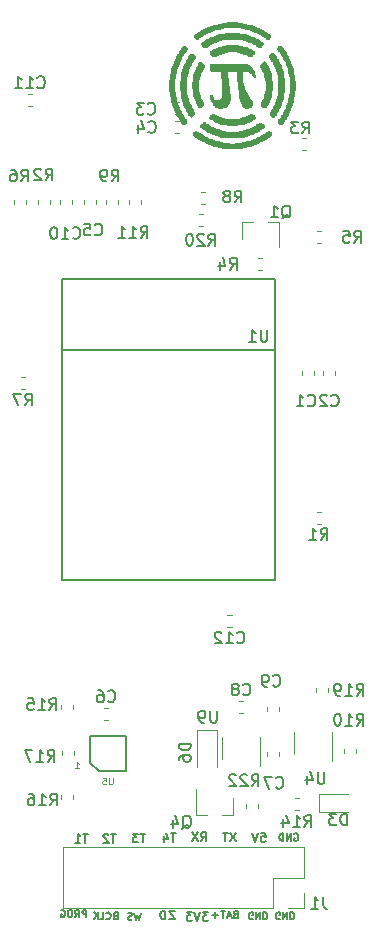
<source format=gbr>
G04 #@! TF.GenerationSoftware,KiCad,Pcbnew,6.0.0-rc1-unknown-2086226~66~ubuntu18.04.1*
G04 #@! TF.CreationDate,2018-11-28T13:28:41-06:00*
G04 #@! TF.ProjectId,liger,6c696765-722e-46b6-9963-61645f706362,rev?*
G04 #@! TF.SameCoordinates,Original*
G04 #@! TF.FileFunction,Legend,Bot*
G04 #@! TF.FilePolarity,Positive*
%FSLAX46Y46*%
G04 Gerber Fmt 4.6, Leading zero omitted, Abs format (unit mm)*
G04 Created by KiCad (PCBNEW 6.0.0-rc1-unknown-2086226~66~ubuntu18.04.1) date Wed 28 Nov 2018 01:28:41 PM CST*
%MOMM*%
%LPD*%
G01*
G04 APERTURE LIST*
%ADD10C,0.150000*%
%ADD11C,0.080000*%
%ADD12C,0.120000*%
%ADD13C,0.010000*%
G04 APERTURE END LIST*
D10*
X153632857Y-126810000D02*
X153575714Y-126838571D01*
X153490000Y-126838571D01*
X153404285Y-126810000D01*
X153347142Y-126752857D01*
X153318571Y-126695714D01*
X153290000Y-126581428D01*
X153290000Y-126495714D01*
X153318571Y-126381428D01*
X153347142Y-126324285D01*
X153404285Y-126267142D01*
X153490000Y-126238571D01*
X153547142Y-126238571D01*
X153632857Y-126267142D01*
X153661428Y-126295714D01*
X153661428Y-126495714D01*
X153547142Y-126495714D01*
X153918571Y-126238571D02*
X153918571Y-126838571D01*
X154261428Y-126238571D01*
X154261428Y-126838571D01*
X154547142Y-126238571D02*
X154547142Y-126838571D01*
X154690000Y-126838571D01*
X154775714Y-126810000D01*
X154832857Y-126752857D01*
X154861428Y-126695714D01*
X154890000Y-126581428D01*
X154890000Y-126495714D01*
X154861428Y-126381428D01*
X154832857Y-126324285D01*
X154775714Y-126267142D01*
X154690000Y-126238571D01*
X154547142Y-126238571D01*
X147035000Y-126099285D02*
X146535000Y-126099285D01*
X147035000Y-126849285D01*
X146535000Y-126849285D01*
X146249285Y-126849285D02*
X146249285Y-126099285D01*
X146070714Y-126099285D01*
X145963571Y-126135000D01*
X145892142Y-126206428D01*
X145856428Y-126277857D01*
X145820714Y-126420714D01*
X145820714Y-126527857D01*
X145856428Y-126670714D01*
X145892142Y-126742142D01*
X145963571Y-126813571D01*
X146070714Y-126849285D01*
X146249285Y-126849285D01*
X139691428Y-119609285D02*
X139262857Y-119609285D01*
X139477142Y-120359285D02*
X139477142Y-119609285D01*
X138620000Y-120359285D02*
X139048571Y-120359285D01*
X138834285Y-120359285D02*
X138834285Y-119609285D01*
X138905714Y-119716428D01*
X138977142Y-119787857D01*
X139048571Y-119823571D01*
X142061428Y-119589285D02*
X141632857Y-119589285D01*
X141847142Y-120339285D02*
X141847142Y-119589285D01*
X141418571Y-119660714D02*
X141382857Y-119625000D01*
X141311428Y-119589285D01*
X141132857Y-119589285D01*
X141061428Y-119625000D01*
X141025714Y-119660714D01*
X140990000Y-119732142D01*
X140990000Y-119803571D01*
X141025714Y-119910714D01*
X141454285Y-120339285D01*
X140990000Y-120339285D01*
X144551428Y-119579285D02*
X144122857Y-119579285D01*
X144337142Y-120329285D02*
X144337142Y-119579285D01*
X143944285Y-119579285D02*
X143480000Y-119579285D01*
X143730000Y-119865000D01*
X143622857Y-119865000D01*
X143551428Y-119900714D01*
X143515714Y-119936428D01*
X143480000Y-120007857D01*
X143480000Y-120186428D01*
X143515714Y-120257857D01*
X143551428Y-120293571D01*
X143622857Y-120329285D01*
X143837142Y-120329285D01*
X143908571Y-120293571D01*
X143944285Y-120257857D01*
X147131428Y-119529285D02*
X146702857Y-119529285D01*
X146917142Y-120279285D02*
X146917142Y-119529285D01*
X146131428Y-119779285D02*
X146131428Y-120279285D01*
X146310000Y-119493571D02*
X146488571Y-120029285D01*
X146024285Y-120029285D01*
D11*
X138577657Y-114040809D02*
X138891942Y-114040809D01*
X138734800Y-114040809D02*
X138734800Y-113490809D01*
X138787180Y-113569380D01*
X138839561Y-113621761D01*
X138891942Y-113647952D01*
D10*
X144142857Y-126271428D02*
X144000000Y-126871428D01*
X143885714Y-126442857D01*
X143771428Y-126871428D01*
X143628571Y-126271428D01*
X143428571Y-126842857D02*
X143342857Y-126871428D01*
X143200000Y-126871428D01*
X143142857Y-126842857D01*
X143114285Y-126814285D01*
X143085714Y-126757142D01*
X143085714Y-126700000D01*
X143114285Y-126642857D01*
X143142857Y-126614285D01*
X143200000Y-126585714D01*
X143314285Y-126557142D01*
X143371428Y-126528571D01*
X143400000Y-126500000D01*
X143428571Y-126442857D01*
X143428571Y-126385714D01*
X143400000Y-126328571D01*
X143371428Y-126300000D01*
X143314285Y-126271428D01*
X143171428Y-126271428D01*
X143085714Y-126300000D01*
X142000000Y-126532142D02*
X141914285Y-126560714D01*
X141885714Y-126589285D01*
X141857142Y-126646428D01*
X141857142Y-126732142D01*
X141885714Y-126789285D01*
X141914285Y-126817857D01*
X141971428Y-126846428D01*
X142200000Y-126846428D01*
X142200000Y-126246428D01*
X142000000Y-126246428D01*
X141942857Y-126275000D01*
X141914285Y-126303571D01*
X141885714Y-126360714D01*
X141885714Y-126417857D01*
X141914285Y-126475000D01*
X141942857Y-126503571D01*
X142000000Y-126532142D01*
X142200000Y-126532142D01*
X141257142Y-126789285D02*
X141285714Y-126817857D01*
X141371428Y-126846428D01*
X141428571Y-126846428D01*
X141514285Y-126817857D01*
X141571428Y-126760714D01*
X141600000Y-126703571D01*
X141628571Y-126589285D01*
X141628571Y-126503571D01*
X141600000Y-126389285D01*
X141571428Y-126332142D01*
X141514285Y-126275000D01*
X141428571Y-126246428D01*
X141371428Y-126246428D01*
X141285714Y-126275000D01*
X141257142Y-126303571D01*
X140714285Y-126846428D02*
X141000000Y-126846428D01*
X141000000Y-126246428D01*
X140514285Y-126846428D02*
X140514285Y-126246428D01*
X140171428Y-126846428D02*
X140428571Y-126503571D01*
X140171428Y-126246428D02*
X140514285Y-126589285D01*
X152202142Y-126413571D02*
X152109285Y-126444523D01*
X152078333Y-126475476D01*
X152047380Y-126537380D01*
X152047380Y-126630238D01*
X152078333Y-126692142D01*
X152109285Y-126723095D01*
X152171190Y-126754047D01*
X152418809Y-126754047D01*
X152418809Y-126104047D01*
X152202142Y-126104047D01*
X152140238Y-126135000D01*
X152109285Y-126165952D01*
X152078333Y-126227857D01*
X152078333Y-126289761D01*
X152109285Y-126351666D01*
X152140238Y-126382619D01*
X152202142Y-126413571D01*
X152418809Y-126413571D01*
X151799761Y-126568333D02*
X151490238Y-126568333D01*
X151861666Y-126754047D02*
X151645000Y-126104047D01*
X151428333Y-126754047D01*
X151304523Y-126104047D02*
X150933095Y-126104047D01*
X151118809Y-126754047D02*
X151118809Y-126104047D01*
X150716428Y-126506428D02*
X150221190Y-126506428D01*
X150468809Y-126754047D02*
X150468809Y-126258809D01*
X139546428Y-126646428D02*
X139546428Y-126046428D01*
X139317857Y-126046428D01*
X139260714Y-126075000D01*
X139232142Y-126103571D01*
X139203571Y-126160714D01*
X139203571Y-126246428D01*
X139232142Y-126303571D01*
X139260714Y-126332142D01*
X139317857Y-126360714D01*
X139546428Y-126360714D01*
X138603571Y-126646428D02*
X138803571Y-126360714D01*
X138946428Y-126646428D02*
X138946428Y-126046428D01*
X138717857Y-126046428D01*
X138660714Y-126075000D01*
X138632142Y-126103571D01*
X138603571Y-126160714D01*
X138603571Y-126246428D01*
X138632142Y-126303571D01*
X138660714Y-126332142D01*
X138717857Y-126360714D01*
X138946428Y-126360714D01*
X138232142Y-126046428D02*
X138117857Y-126046428D01*
X138060714Y-126075000D01*
X138003571Y-126132142D01*
X137975000Y-126246428D01*
X137975000Y-126446428D01*
X138003571Y-126560714D01*
X138060714Y-126617857D01*
X138117857Y-126646428D01*
X138232142Y-126646428D01*
X138289285Y-126617857D01*
X138346428Y-126560714D01*
X138375000Y-126446428D01*
X138375000Y-126246428D01*
X138346428Y-126132142D01*
X138289285Y-126075000D01*
X138232142Y-126046428D01*
X137403571Y-126075000D02*
X137460714Y-126046428D01*
X137546428Y-126046428D01*
X137632142Y-126075000D01*
X137689285Y-126132142D01*
X137717857Y-126189285D01*
X137746428Y-126303571D01*
X137746428Y-126389285D01*
X137717857Y-126503571D01*
X137689285Y-126560714D01*
X137632142Y-126617857D01*
X137546428Y-126646428D01*
X137489285Y-126646428D01*
X137403571Y-126617857D01*
X137375000Y-126589285D01*
X137375000Y-126389285D01*
X137489285Y-126389285D01*
X154342857Y-119509285D02*
X154700000Y-119509285D01*
X154735714Y-119866428D01*
X154700000Y-119830714D01*
X154628571Y-119795000D01*
X154450000Y-119795000D01*
X154378571Y-119830714D01*
X154342857Y-119866428D01*
X154307142Y-119937857D01*
X154307142Y-120116428D01*
X154342857Y-120187857D01*
X154378571Y-120223571D01*
X154450000Y-120259285D01*
X154628571Y-120259285D01*
X154700000Y-120223571D01*
X154735714Y-120187857D01*
X154092857Y-119509285D02*
X153842857Y-120259285D01*
X153592857Y-119509285D01*
X155917857Y-126825000D02*
X155860714Y-126853571D01*
X155775000Y-126853571D01*
X155689285Y-126825000D01*
X155632142Y-126767857D01*
X155603571Y-126710714D01*
X155575000Y-126596428D01*
X155575000Y-126510714D01*
X155603571Y-126396428D01*
X155632142Y-126339285D01*
X155689285Y-126282142D01*
X155775000Y-126253571D01*
X155832142Y-126253571D01*
X155917857Y-126282142D01*
X155946428Y-126310714D01*
X155946428Y-126510714D01*
X155832142Y-126510714D01*
X156203571Y-126253571D02*
X156203571Y-126853571D01*
X156546428Y-126253571D01*
X156546428Y-126853571D01*
X156832142Y-126253571D02*
X156832142Y-126853571D01*
X156975000Y-126853571D01*
X157060714Y-126825000D01*
X157117857Y-126767857D01*
X157146428Y-126710714D01*
X157175000Y-126596428D01*
X157175000Y-126510714D01*
X157146428Y-126396428D01*
X157117857Y-126339285D01*
X157060714Y-126282142D01*
X156975000Y-126253571D01*
X156832142Y-126253571D01*
X149235000Y-120209285D02*
X149485000Y-119852142D01*
X149663571Y-120209285D02*
X149663571Y-119459285D01*
X149377857Y-119459285D01*
X149306428Y-119495000D01*
X149270714Y-119530714D01*
X149235000Y-119602142D01*
X149235000Y-119709285D01*
X149270714Y-119780714D01*
X149306428Y-119816428D01*
X149377857Y-119852142D01*
X149663571Y-119852142D01*
X148985000Y-119459285D02*
X148485000Y-120209285D01*
X148485000Y-119459285D02*
X148985000Y-120209285D01*
X151098571Y-119489285D02*
X151527142Y-119489285D01*
X151312857Y-120239285D02*
X151312857Y-119489285D01*
X151705714Y-119489285D02*
X152205714Y-120239285D01*
X152205714Y-119489285D02*
X151705714Y-120239285D01*
X149868571Y-126199285D02*
X149404285Y-126199285D01*
X149654285Y-126485000D01*
X149547142Y-126485000D01*
X149475714Y-126520714D01*
X149440000Y-126556428D01*
X149404285Y-126627857D01*
X149404285Y-126806428D01*
X149440000Y-126877857D01*
X149475714Y-126913571D01*
X149547142Y-126949285D01*
X149761428Y-126949285D01*
X149832857Y-126913571D01*
X149868571Y-126877857D01*
X149190000Y-126199285D02*
X148940000Y-126949285D01*
X148690000Y-126199285D01*
X148511428Y-126199285D02*
X148047142Y-126199285D01*
X148297142Y-126485000D01*
X148190000Y-126485000D01*
X148118571Y-126520714D01*
X148082857Y-126556428D01*
X148047142Y-126627857D01*
X148047142Y-126806428D01*
X148082857Y-126877857D01*
X148118571Y-126913571D01*
X148190000Y-126949285D01*
X148404285Y-126949285D01*
X148475714Y-126913571D01*
X148511428Y-126877857D01*
X157157142Y-119600000D02*
X157214285Y-119571428D01*
X157300000Y-119571428D01*
X157385714Y-119600000D01*
X157442857Y-119657142D01*
X157471428Y-119714285D01*
X157500000Y-119828571D01*
X157500000Y-119914285D01*
X157471428Y-120028571D01*
X157442857Y-120085714D01*
X157385714Y-120142857D01*
X157300000Y-120171428D01*
X157242857Y-120171428D01*
X157157142Y-120142857D01*
X157128571Y-120114285D01*
X157128571Y-119914285D01*
X157242857Y-119914285D01*
X156871428Y-120171428D02*
X156871428Y-119571428D01*
X156528571Y-120171428D01*
X156528571Y-119571428D01*
X156242857Y-120171428D02*
X156242857Y-119571428D01*
X156100000Y-119571428D01*
X156014285Y-119600000D01*
X155957142Y-119657142D01*
X155928571Y-119714285D01*
X155900000Y-119828571D01*
X155900000Y-119914285D01*
X155928571Y-120028571D01*
X155957142Y-120085714D01*
X156014285Y-120142857D01*
X156100000Y-120171428D01*
X156242857Y-120171428D01*
D12*
G04 #@! TO.C,D3*
X159240000Y-116265000D02*
X161700000Y-116265000D01*
X159240000Y-117735000D02*
X159240000Y-116265000D01*
X161700000Y-117735000D02*
X159240000Y-117735000D01*
G04 #@! TO.C,Q1*
X152699600Y-67769200D02*
X153629600Y-67769200D01*
X155859600Y-67769200D02*
X154929600Y-67769200D01*
X155859600Y-67769200D02*
X155859600Y-69929200D01*
X152699600Y-67769200D02*
X152699600Y-69229200D01*
G04 #@! TO.C,C1*
X157782800Y-80790867D02*
X157782800Y-80448333D01*
X158802800Y-80790867D02*
X158802800Y-80448333D01*
G04 #@! TO.C,C2*
X159560800Y-80790867D02*
X159560800Y-80448333D01*
X160580800Y-80790867D02*
X160580800Y-80448333D01*
G04 #@! TO.C,C5*
X139393200Y-65944933D02*
X139393200Y-66287467D01*
X140413200Y-65944933D02*
X140413200Y-66287467D01*
G04 #@! TO.C,C6*
X141406667Y-109933200D02*
X141064133Y-109933200D01*
X141406667Y-108913200D02*
X141064133Y-108913200D01*
G04 #@! TO.C,C7*
X155856400Y-113009467D02*
X155856400Y-112666933D01*
X154836400Y-113009467D02*
X154836400Y-112666933D01*
G04 #@! TO.C,C8*
X152825267Y-109374400D02*
X152482733Y-109374400D01*
X152825267Y-108354400D02*
X152482733Y-108354400D01*
G04 #@! TO.C,C9*
X154811000Y-109238867D02*
X154811000Y-108896333D01*
X155831000Y-109238867D02*
X155831000Y-108896333D01*
G04 #@! TO.C,C10*
X137361200Y-65970333D02*
X137361200Y-66312867D01*
X138381200Y-65970333D02*
X138381200Y-66312867D01*
G04 #@! TO.C,C11*
X134943667Y-56944800D02*
X134601133Y-56944800D01*
X134943667Y-57964800D02*
X134601133Y-57964800D01*
G04 #@! TO.C,C12*
X151503733Y-102110000D02*
X151846267Y-102110000D01*
X151503733Y-101090000D02*
X151846267Y-101090000D01*
G04 #@! TO.C,D6*
X148933800Y-110799800D02*
X148933800Y-113949800D01*
X150633800Y-110799800D02*
X150633800Y-113949800D01*
X148933800Y-110799800D02*
X150633800Y-110799800D01*
G04 #@! TO.C,J1*
X137557200Y-125917000D02*
X137557200Y-120717000D01*
X155397200Y-125917000D02*
X137557200Y-125917000D01*
X157997200Y-120717000D02*
X137557200Y-120717000D01*
X155397200Y-125917000D02*
X155397200Y-123317000D01*
X155397200Y-123317000D02*
X157997200Y-123317000D01*
X157997200Y-123317000D02*
X157997200Y-120717000D01*
X156667200Y-125917000D02*
X157997200Y-125917000D01*
X157997200Y-125917000D02*
X157997200Y-124587000D01*
G04 #@! TO.C,Q4*
X151998800Y-118006400D02*
X151998800Y-116546400D01*
X148838800Y-118006400D02*
X148838800Y-115846400D01*
X148838800Y-118006400D02*
X149768800Y-118006400D01*
X151998800Y-118006400D02*
X151068800Y-118006400D01*
G04 #@! TO.C,R1*
X159053733Y-93340000D02*
X159396267Y-93340000D01*
X159053733Y-92320000D02*
X159396267Y-92320000D01*
G04 #@! TO.C,R2*
X136450800Y-65970333D02*
X136450800Y-66312867D01*
X135430800Y-65970333D02*
X135430800Y-66312867D01*
G04 #@! TO.C,R3*
X157816733Y-61724000D02*
X158159267Y-61724000D01*
X157816733Y-60704000D02*
X158159267Y-60704000D01*
G04 #@! TO.C,R4*
X154450867Y-71833200D02*
X154108333Y-71833200D01*
X154450867Y-70813200D02*
X154108333Y-70813200D01*
G04 #@! TO.C,R5*
X159429267Y-69598000D02*
X159086733Y-69598000D01*
X159429267Y-68578000D02*
X159086733Y-68578000D01*
G04 #@! TO.C,R6*
X133398800Y-65970333D02*
X133398800Y-66312867D01*
X134418800Y-65970333D02*
X134418800Y-66312867D01*
G04 #@! TO.C,R7*
X134038733Y-81950000D02*
X134381267Y-81950000D01*
X134038733Y-80930000D02*
X134381267Y-80930000D01*
G04 #@! TO.C,R9*
X141247400Y-66298867D02*
X141247400Y-65956333D01*
X142267400Y-66298867D02*
X142267400Y-65956333D01*
G04 #@! TO.C,R10*
X162395600Y-112426933D02*
X162395600Y-112769467D01*
X161375600Y-112426933D02*
X161375600Y-112769467D01*
G04 #@! TO.C,R11*
X144147000Y-66287467D02*
X144147000Y-65944933D01*
X143127000Y-66287467D02*
X143127000Y-65944933D01*
G04 #@! TO.C,R14*
X157195733Y-116584000D02*
X157538267Y-116584000D01*
X157195733Y-117604000D02*
X157538267Y-117604000D01*
G04 #@! TO.C,R15*
X137412000Y-108653733D02*
X137412000Y-108996267D01*
X138432000Y-108653733D02*
X138432000Y-108996267D01*
G04 #@! TO.C,R16*
X138432000Y-116644267D02*
X138432000Y-116301733D01*
X137412000Y-116644267D02*
X137412000Y-116301733D01*
G04 #@! TO.C,R17*
X137462800Y-112921867D02*
X137462800Y-112579333D01*
X138482800Y-112921867D02*
X138482800Y-112579333D01*
G04 #@! TO.C,R19*
X160022000Y-107270733D02*
X160022000Y-107613267D01*
X159002000Y-107270733D02*
X159002000Y-107613267D01*
G04 #@! TO.C,R20*
X149129933Y-68175600D02*
X149472467Y-68175600D01*
X149129933Y-67155600D02*
X149472467Y-67155600D01*
G04 #@! TO.C,R22*
X154053000Y-117417667D02*
X154053000Y-117075133D01*
X153033000Y-117417667D02*
X153033000Y-117075133D01*
D10*
G04 #@! TO.C,U1*
X137498800Y-78631600D02*
X137498800Y-72631600D01*
X137498800Y-72631600D02*
X155498800Y-72631600D01*
X155498800Y-72631600D02*
X155498800Y-78631600D01*
X155498800Y-78631600D02*
X137498800Y-78631600D01*
X137498800Y-78631600D02*
X137498800Y-98131600D01*
X137498800Y-98131600D02*
X155498800Y-98131600D01*
X155498800Y-98131600D02*
X155498800Y-78631600D01*
D12*
G04 #@! TO.C,U4*
X160334600Y-111008600D02*
X160334600Y-113458600D01*
X157114600Y-112808600D02*
X157114600Y-111008600D01*
D10*
G04 #@! TO.C,U5*
X140641000Y-114293400D02*
X139881000Y-113563400D01*
X139881000Y-113563400D02*
X139881000Y-111293400D01*
X139881000Y-111293400D02*
X142881000Y-111293400D01*
X142881000Y-111293400D02*
X142881000Y-114293400D01*
X142881000Y-114293400D02*
X140641000Y-114293400D01*
D12*
G04 #@! TO.C,U9*
X151073200Y-113244200D02*
X151073200Y-111444200D01*
X154293200Y-111444200D02*
X154293200Y-113894200D01*
G04 #@! TO.C,C3*
X147078733Y-58660000D02*
X147421267Y-58660000D01*
X147078733Y-57640000D02*
X147421267Y-57640000D01*
G04 #@! TO.C,C4*
X147078733Y-59240000D02*
X147421267Y-59240000D01*
X147078733Y-60260000D02*
X147421267Y-60260000D01*
G04 #@! TO.C,R8*
X149562667Y-66296000D02*
X149220133Y-66296000D01*
X149562667Y-65276000D02*
X149220133Y-65276000D01*
D13*
G04 #@! TO.C,LOGO*
G36*
X151140000Y-61460000D02*
X151080000Y-61460000D01*
X151080000Y-61520000D01*
X151140000Y-61520000D01*
X151140000Y-61460000D01*
X151140000Y-61460000D01*
G37*
X151140000Y-61460000D02*
X151080000Y-61460000D01*
X151080000Y-61520000D01*
X151140000Y-61520000D01*
X151140000Y-61460000D01*
G36*
X151200000Y-61460000D02*
X151140000Y-61460000D01*
X151140000Y-61520000D01*
X151200000Y-61520000D01*
X151200000Y-61460000D01*
X151200000Y-61460000D01*
G37*
X151200000Y-61460000D02*
X151140000Y-61460000D01*
X151140000Y-61520000D01*
X151200000Y-61520000D01*
X151200000Y-61460000D01*
G36*
X151260000Y-61460000D02*
X151200000Y-61460000D01*
X151200000Y-61520000D01*
X151260000Y-61520000D01*
X151260000Y-61460000D01*
X151260000Y-61460000D01*
G37*
X151260000Y-61460000D02*
X151200000Y-61460000D01*
X151200000Y-61520000D01*
X151260000Y-61520000D01*
X151260000Y-61460000D01*
G36*
X151320000Y-61460000D02*
X151260000Y-61460000D01*
X151260000Y-61520000D01*
X151320000Y-61520000D01*
X151320000Y-61460000D01*
X151320000Y-61460000D01*
G37*
X151320000Y-61460000D02*
X151260000Y-61460000D01*
X151260000Y-61520000D01*
X151320000Y-61520000D01*
X151320000Y-61460000D01*
G36*
X151380000Y-61460000D02*
X151320000Y-61460000D01*
X151320000Y-61520000D01*
X151380000Y-61520000D01*
X151380000Y-61460000D01*
X151380000Y-61460000D01*
G37*
X151380000Y-61460000D02*
X151320000Y-61460000D01*
X151320000Y-61520000D01*
X151380000Y-61520000D01*
X151380000Y-61460000D01*
G36*
X151440000Y-61460000D02*
X151380000Y-61460000D01*
X151380000Y-61520000D01*
X151440000Y-61520000D01*
X151440000Y-61460000D01*
X151440000Y-61460000D01*
G37*
X151440000Y-61460000D02*
X151380000Y-61460000D01*
X151380000Y-61520000D01*
X151440000Y-61520000D01*
X151440000Y-61460000D01*
G36*
X151500000Y-61460000D02*
X151440000Y-61460000D01*
X151440000Y-61520000D01*
X151500000Y-61520000D01*
X151500000Y-61460000D01*
X151500000Y-61460000D01*
G37*
X151500000Y-61460000D02*
X151440000Y-61460000D01*
X151440000Y-61520000D01*
X151500000Y-61520000D01*
X151500000Y-61460000D01*
G36*
X151560000Y-61460000D02*
X151500000Y-61460000D01*
X151500000Y-61520000D01*
X151560000Y-61520000D01*
X151560000Y-61460000D01*
X151560000Y-61460000D01*
G37*
X151560000Y-61460000D02*
X151500000Y-61460000D01*
X151500000Y-61520000D01*
X151560000Y-61520000D01*
X151560000Y-61460000D01*
G36*
X151620000Y-61460000D02*
X151560000Y-61460000D01*
X151560000Y-61520000D01*
X151620000Y-61520000D01*
X151620000Y-61460000D01*
X151620000Y-61460000D01*
G37*
X151620000Y-61460000D02*
X151560000Y-61460000D01*
X151560000Y-61520000D01*
X151620000Y-61520000D01*
X151620000Y-61460000D01*
G36*
X151680000Y-61460000D02*
X151620000Y-61460000D01*
X151620000Y-61520000D01*
X151680000Y-61520000D01*
X151680000Y-61460000D01*
X151680000Y-61460000D01*
G37*
X151680000Y-61460000D02*
X151620000Y-61460000D01*
X151620000Y-61520000D01*
X151680000Y-61520000D01*
X151680000Y-61460000D01*
G36*
X151740000Y-61460000D02*
X151680000Y-61460000D01*
X151680000Y-61520000D01*
X151740000Y-61520000D01*
X151740000Y-61460000D01*
X151740000Y-61460000D01*
G37*
X151740000Y-61460000D02*
X151680000Y-61460000D01*
X151680000Y-61520000D01*
X151740000Y-61520000D01*
X151740000Y-61460000D01*
G36*
X151800000Y-61460000D02*
X151740000Y-61460000D01*
X151740000Y-61520000D01*
X151800000Y-61520000D01*
X151800000Y-61460000D01*
X151800000Y-61460000D01*
G37*
X151800000Y-61460000D02*
X151740000Y-61460000D01*
X151740000Y-61520000D01*
X151800000Y-61520000D01*
X151800000Y-61460000D01*
G36*
X151860000Y-61460000D02*
X151800000Y-61460000D01*
X151800000Y-61520000D01*
X151860000Y-61520000D01*
X151860000Y-61460000D01*
X151860000Y-61460000D01*
G37*
X151860000Y-61460000D02*
X151800000Y-61460000D01*
X151800000Y-61520000D01*
X151860000Y-61520000D01*
X151860000Y-61460000D01*
G36*
X151920000Y-61460000D02*
X151860000Y-61460000D01*
X151860000Y-61520000D01*
X151920000Y-61520000D01*
X151920000Y-61460000D01*
X151920000Y-61460000D01*
G37*
X151920000Y-61460000D02*
X151860000Y-61460000D01*
X151860000Y-61520000D01*
X151920000Y-61520000D01*
X151920000Y-61460000D01*
G36*
X151980000Y-61460000D02*
X151920000Y-61460000D01*
X151920000Y-61520000D01*
X151980000Y-61520000D01*
X151980000Y-61460000D01*
X151980000Y-61460000D01*
G37*
X151980000Y-61460000D02*
X151920000Y-61460000D01*
X151920000Y-61520000D01*
X151980000Y-61520000D01*
X151980000Y-61460000D01*
G36*
X152040000Y-61460000D02*
X151980000Y-61460000D01*
X151980000Y-61520000D01*
X152040000Y-61520000D01*
X152040000Y-61460000D01*
X152040000Y-61460000D01*
G37*
X152040000Y-61460000D02*
X151980000Y-61460000D01*
X151980000Y-61520000D01*
X152040000Y-61520000D01*
X152040000Y-61460000D01*
G36*
X152100000Y-61460000D02*
X152040000Y-61460000D01*
X152040000Y-61520000D01*
X152100000Y-61520000D01*
X152100000Y-61460000D01*
X152100000Y-61460000D01*
G37*
X152100000Y-61460000D02*
X152040000Y-61460000D01*
X152040000Y-61520000D01*
X152100000Y-61520000D01*
X152100000Y-61460000D01*
G36*
X152160000Y-61460000D02*
X152100000Y-61460000D01*
X152100000Y-61520000D01*
X152160000Y-61520000D01*
X152160000Y-61460000D01*
X152160000Y-61460000D01*
G37*
X152160000Y-61460000D02*
X152100000Y-61460000D01*
X152100000Y-61520000D01*
X152160000Y-61520000D01*
X152160000Y-61460000D01*
G36*
X152220000Y-61460000D02*
X152160000Y-61460000D01*
X152160000Y-61520000D01*
X152220000Y-61520000D01*
X152220000Y-61460000D01*
X152220000Y-61460000D01*
G37*
X152220000Y-61460000D02*
X152160000Y-61460000D01*
X152160000Y-61520000D01*
X152220000Y-61520000D01*
X152220000Y-61460000D01*
G36*
X152280000Y-61460000D02*
X152220000Y-61460000D01*
X152220000Y-61520000D01*
X152280000Y-61520000D01*
X152280000Y-61460000D01*
X152280000Y-61460000D01*
G37*
X152280000Y-61460000D02*
X152220000Y-61460000D01*
X152220000Y-61520000D01*
X152280000Y-61520000D01*
X152280000Y-61460000D01*
G36*
X152340000Y-61460000D02*
X152280000Y-61460000D01*
X152280000Y-61520000D01*
X152340000Y-61520000D01*
X152340000Y-61460000D01*
X152340000Y-61460000D01*
G37*
X152340000Y-61460000D02*
X152280000Y-61460000D01*
X152280000Y-61520000D01*
X152340000Y-61520000D01*
X152340000Y-61460000D01*
G36*
X152400000Y-61460000D02*
X152340000Y-61460000D01*
X152340000Y-61520000D01*
X152400000Y-61520000D01*
X152400000Y-61460000D01*
X152400000Y-61460000D01*
G37*
X152400000Y-61460000D02*
X152340000Y-61460000D01*
X152340000Y-61520000D01*
X152400000Y-61520000D01*
X152400000Y-61460000D01*
G36*
X152460000Y-61460000D02*
X152400000Y-61460000D01*
X152400000Y-61520000D01*
X152460000Y-61520000D01*
X152460000Y-61460000D01*
X152460000Y-61460000D01*
G37*
X152460000Y-61460000D02*
X152400000Y-61460000D01*
X152400000Y-61520000D01*
X152460000Y-61520000D01*
X152460000Y-61460000D01*
G36*
X152520000Y-61460000D02*
X152460000Y-61460000D01*
X152460000Y-61520000D01*
X152520000Y-61520000D01*
X152520000Y-61460000D01*
X152520000Y-61460000D01*
G37*
X152520000Y-61460000D02*
X152460000Y-61460000D01*
X152460000Y-61520000D01*
X152520000Y-61520000D01*
X152520000Y-61460000D01*
G36*
X152580000Y-61460000D02*
X152520000Y-61460000D01*
X152520000Y-61520000D01*
X152580000Y-61520000D01*
X152580000Y-61460000D01*
X152580000Y-61460000D01*
G37*
X152580000Y-61460000D02*
X152520000Y-61460000D01*
X152520000Y-61520000D01*
X152580000Y-61520000D01*
X152580000Y-61460000D01*
G36*
X152640000Y-61460000D02*
X152580000Y-61460000D01*
X152580000Y-61520000D01*
X152640000Y-61520000D01*
X152640000Y-61460000D01*
X152640000Y-61460000D01*
G37*
X152640000Y-61460000D02*
X152580000Y-61460000D01*
X152580000Y-61520000D01*
X152640000Y-61520000D01*
X152640000Y-61460000D01*
G36*
X152700000Y-61460000D02*
X152640000Y-61460000D01*
X152640000Y-61520000D01*
X152700000Y-61520000D01*
X152700000Y-61460000D01*
X152700000Y-61460000D01*
G37*
X152700000Y-61460000D02*
X152640000Y-61460000D01*
X152640000Y-61520000D01*
X152700000Y-61520000D01*
X152700000Y-61460000D01*
G36*
X150780000Y-61400000D02*
X150720000Y-61400000D01*
X150720000Y-61460000D01*
X150780000Y-61460000D01*
X150780000Y-61400000D01*
X150780000Y-61400000D01*
G37*
X150780000Y-61400000D02*
X150720000Y-61400000D01*
X150720000Y-61460000D01*
X150780000Y-61460000D01*
X150780000Y-61400000D01*
G36*
X150840000Y-61400000D02*
X150780000Y-61400000D01*
X150780000Y-61460000D01*
X150840000Y-61460000D01*
X150840000Y-61400000D01*
X150840000Y-61400000D01*
G37*
X150840000Y-61400000D02*
X150780000Y-61400000D01*
X150780000Y-61460000D01*
X150840000Y-61460000D01*
X150840000Y-61400000D01*
G36*
X150900000Y-61400000D02*
X150840000Y-61400000D01*
X150840000Y-61460000D01*
X150900000Y-61460000D01*
X150900000Y-61400000D01*
X150900000Y-61400000D01*
G37*
X150900000Y-61400000D02*
X150840000Y-61400000D01*
X150840000Y-61460000D01*
X150900000Y-61460000D01*
X150900000Y-61400000D01*
G36*
X150960000Y-61400000D02*
X150900000Y-61400000D01*
X150900000Y-61460000D01*
X150960000Y-61460000D01*
X150960000Y-61400000D01*
X150960000Y-61400000D01*
G37*
X150960000Y-61400000D02*
X150900000Y-61400000D01*
X150900000Y-61460000D01*
X150960000Y-61460000D01*
X150960000Y-61400000D01*
G36*
X151020000Y-61400000D02*
X150960000Y-61400000D01*
X150960000Y-61460000D01*
X151020000Y-61460000D01*
X151020000Y-61400000D01*
X151020000Y-61400000D01*
G37*
X151020000Y-61400000D02*
X150960000Y-61400000D01*
X150960000Y-61460000D01*
X151020000Y-61460000D01*
X151020000Y-61400000D01*
G36*
X151080000Y-61400000D02*
X151020000Y-61400000D01*
X151020000Y-61460000D01*
X151080000Y-61460000D01*
X151080000Y-61400000D01*
X151080000Y-61400000D01*
G37*
X151080000Y-61400000D02*
X151020000Y-61400000D01*
X151020000Y-61460000D01*
X151080000Y-61460000D01*
X151080000Y-61400000D01*
G36*
X151140000Y-61400000D02*
X151080000Y-61400000D01*
X151080000Y-61460000D01*
X151140000Y-61460000D01*
X151140000Y-61400000D01*
X151140000Y-61400000D01*
G37*
X151140000Y-61400000D02*
X151080000Y-61400000D01*
X151080000Y-61460000D01*
X151140000Y-61460000D01*
X151140000Y-61400000D01*
G36*
X151200000Y-61400000D02*
X151140000Y-61400000D01*
X151140000Y-61460000D01*
X151200000Y-61460000D01*
X151200000Y-61400000D01*
X151200000Y-61400000D01*
G37*
X151200000Y-61400000D02*
X151140000Y-61400000D01*
X151140000Y-61460000D01*
X151200000Y-61460000D01*
X151200000Y-61400000D01*
G36*
X151260000Y-61400000D02*
X151200000Y-61400000D01*
X151200000Y-61460000D01*
X151260000Y-61460000D01*
X151260000Y-61400000D01*
X151260000Y-61400000D01*
G37*
X151260000Y-61400000D02*
X151200000Y-61400000D01*
X151200000Y-61460000D01*
X151260000Y-61460000D01*
X151260000Y-61400000D01*
G36*
X151320000Y-61400000D02*
X151260000Y-61400000D01*
X151260000Y-61460000D01*
X151320000Y-61460000D01*
X151320000Y-61400000D01*
X151320000Y-61400000D01*
G37*
X151320000Y-61400000D02*
X151260000Y-61400000D01*
X151260000Y-61460000D01*
X151320000Y-61460000D01*
X151320000Y-61400000D01*
G36*
X151380000Y-61400000D02*
X151320000Y-61400000D01*
X151320000Y-61460000D01*
X151380000Y-61460000D01*
X151380000Y-61400000D01*
X151380000Y-61400000D01*
G37*
X151380000Y-61400000D02*
X151320000Y-61400000D01*
X151320000Y-61460000D01*
X151380000Y-61460000D01*
X151380000Y-61400000D01*
G36*
X151440000Y-61400000D02*
X151380000Y-61400000D01*
X151380000Y-61460000D01*
X151440000Y-61460000D01*
X151440000Y-61400000D01*
X151440000Y-61400000D01*
G37*
X151440000Y-61400000D02*
X151380000Y-61400000D01*
X151380000Y-61460000D01*
X151440000Y-61460000D01*
X151440000Y-61400000D01*
G36*
X151500000Y-61400000D02*
X151440000Y-61400000D01*
X151440000Y-61460000D01*
X151500000Y-61460000D01*
X151500000Y-61400000D01*
X151500000Y-61400000D01*
G37*
X151500000Y-61400000D02*
X151440000Y-61400000D01*
X151440000Y-61460000D01*
X151500000Y-61460000D01*
X151500000Y-61400000D01*
G36*
X151560000Y-61400000D02*
X151500000Y-61400000D01*
X151500000Y-61460000D01*
X151560000Y-61460000D01*
X151560000Y-61400000D01*
X151560000Y-61400000D01*
G37*
X151560000Y-61400000D02*
X151500000Y-61400000D01*
X151500000Y-61460000D01*
X151560000Y-61460000D01*
X151560000Y-61400000D01*
G36*
X151620000Y-61400000D02*
X151560000Y-61400000D01*
X151560000Y-61460000D01*
X151620000Y-61460000D01*
X151620000Y-61400000D01*
X151620000Y-61400000D01*
G37*
X151620000Y-61400000D02*
X151560000Y-61400000D01*
X151560000Y-61460000D01*
X151620000Y-61460000D01*
X151620000Y-61400000D01*
G36*
X151680000Y-61400000D02*
X151620000Y-61400000D01*
X151620000Y-61460000D01*
X151680000Y-61460000D01*
X151680000Y-61400000D01*
X151680000Y-61400000D01*
G37*
X151680000Y-61400000D02*
X151620000Y-61400000D01*
X151620000Y-61460000D01*
X151680000Y-61460000D01*
X151680000Y-61400000D01*
G36*
X151740000Y-61400000D02*
X151680000Y-61400000D01*
X151680000Y-61460000D01*
X151740000Y-61460000D01*
X151740000Y-61400000D01*
X151740000Y-61400000D01*
G37*
X151740000Y-61400000D02*
X151680000Y-61400000D01*
X151680000Y-61460000D01*
X151740000Y-61460000D01*
X151740000Y-61400000D01*
G36*
X151800000Y-61400000D02*
X151740000Y-61400000D01*
X151740000Y-61460000D01*
X151800000Y-61460000D01*
X151800000Y-61400000D01*
X151800000Y-61400000D01*
G37*
X151800000Y-61400000D02*
X151740000Y-61400000D01*
X151740000Y-61460000D01*
X151800000Y-61460000D01*
X151800000Y-61400000D01*
G36*
X151860000Y-61400000D02*
X151800000Y-61400000D01*
X151800000Y-61460000D01*
X151860000Y-61460000D01*
X151860000Y-61400000D01*
X151860000Y-61400000D01*
G37*
X151860000Y-61400000D02*
X151800000Y-61400000D01*
X151800000Y-61460000D01*
X151860000Y-61460000D01*
X151860000Y-61400000D01*
G36*
X151920000Y-61400000D02*
X151860000Y-61400000D01*
X151860000Y-61460000D01*
X151920000Y-61460000D01*
X151920000Y-61400000D01*
X151920000Y-61400000D01*
G37*
X151920000Y-61400000D02*
X151860000Y-61400000D01*
X151860000Y-61460000D01*
X151920000Y-61460000D01*
X151920000Y-61400000D01*
G36*
X151980000Y-61400000D02*
X151920000Y-61400000D01*
X151920000Y-61460000D01*
X151980000Y-61460000D01*
X151980000Y-61400000D01*
X151980000Y-61400000D01*
G37*
X151980000Y-61400000D02*
X151920000Y-61400000D01*
X151920000Y-61460000D01*
X151980000Y-61460000D01*
X151980000Y-61400000D01*
G36*
X152040000Y-61400000D02*
X151980000Y-61400000D01*
X151980000Y-61460000D01*
X152040000Y-61460000D01*
X152040000Y-61400000D01*
X152040000Y-61400000D01*
G37*
X152040000Y-61400000D02*
X151980000Y-61400000D01*
X151980000Y-61460000D01*
X152040000Y-61460000D01*
X152040000Y-61400000D01*
G36*
X152100000Y-61400000D02*
X152040000Y-61400000D01*
X152040000Y-61460000D01*
X152100000Y-61460000D01*
X152100000Y-61400000D01*
X152100000Y-61400000D01*
G37*
X152100000Y-61400000D02*
X152040000Y-61400000D01*
X152040000Y-61460000D01*
X152100000Y-61460000D01*
X152100000Y-61400000D01*
G36*
X152160000Y-61400000D02*
X152100000Y-61400000D01*
X152100000Y-61460000D01*
X152160000Y-61460000D01*
X152160000Y-61400000D01*
X152160000Y-61400000D01*
G37*
X152160000Y-61400000D02*
X152100000Y-61400000D01*
X152100000Y-61460000D01*
X152160000Y-61460000D01*
X152160000Y-61400000D01*
G36*
X152220000Y-61400000D02*
X152160000Y-61400000D01*
X152160000Y-61460000D01*
X152220000Y-61460000D01*
X152220000Y-61400000D01*
X152220000Y-61400000D01*
G37*
X152220000Y-61400000D02*
X152160000Y-61400000D01*
X152160000Y-61460000D01*
X152220000Y-61460000D01*
X152220000Y-61400000D01*
G36*
X152280000Y-61400000D02*
X152220000Y-61400000D01*
X152220000Y-61460000D01*
X152280000Y-61460000D01*
X152280000Y-61400000D01*
X152280000Y-61400000D01*
G37*
X152280000Y-61400000D02*
X152220000Y-61400000D01*
X152220000Y-61460000D01*
X152280000Y-61460000D01*
X152280000Y-61400000D01*
G36*
X152340000Y-61400000D02*
X152280000Y-61400000D01*
X152280000Y-61460000D01*
X152340000Y-61460000D01*
X152340000Y-61400000D01*
X152340000Y-61400000D01*
G37*
X152340000Y-61400000D02*
X152280000Y-61400000D01*
X152280000Y-61460000D01*
X152340000Y-61460000D01*
X152340000Y-61400000D01*
G36*
X152400000Y-61400000D02*
X152340000Y-61400000D01*
X152340000Y-61460000D01*
X152400000Y-61460000D01*
X152400000Y-61400000D01*
X152400000Y-61400000D01*
G37*
X152400000Y-61400000D02*
X152340000Y-61400000D01*
X152340000Y-61460000D01*
X152400000Y-61460000D01*
X152400000Y-61400000D01*
G36*
X152460000Y-61400000D02*
X152400000Y-61400000D01*
X152400000Y-61460000D01*
X152460000Y-61460000D01*
X152460000Y-61400000D01*
X152460000Y-61400000D01*
G37*
X152460000Y-61400000D02*
X152400000Y-61400000D01*
X152400000Y-61460000D01*
X152460000Y-61460000D01*
X152460000Y-61400000D01*
G36*
X152520000Y-61400000D02*
X152460000Y-61400000D01*
X152460000Y-61460000D01*
X152520000Y-61460000D01*
X152520000Y-61400000D01*
X152520000Y-61400000D01*
G37*
X152520000Y-61400000D02*
X152460000Y-61400000D01*
X152460000Y-61460000D01*
X152520000Y-61460000D01*
X152520000Y-61400000D01*
G36*
X152580000Y-61400000D02*
X152520000Y-61400000D01*
X152520000Y-61460000D01*
X152580000Y-61460000D01*
X152580000Y-61400000D01*
X152580000Y-61400000D01*
G37*
X152580000Y-61400000D02*
X152520000Y-61400000D01*
X152520000Y-61460000D01*
X152580000Y-61460000D01*
X152580000Y-61400000D01*
G36*
X152640000Y-61400000D02*
X152580000Y-61400000D01*
X152580000Y-61460000D01*
X152640000Y-61460000D01*
X152640000Y-61400000D01*
X152640000Y-61400000D01*
G37*
X152640000Y-61400000D02*
X152580000Y-61400000D01*
X152580000Y-61460000D01*
X152640000Y-61460000D01*
X152640000Y-61400000D01*
G36*
X152700000Y-61400000D02*
X152640000Y-61400000D01*
X152640000Y-61460000D01*
X152700000Y-61460000D01*
X152700000Y-61400000D01*
X152700000Y-61400000D01*
G37*
X152700000Y-61400000D02*
X152640000Y-61400000D01*
X152640000Y-61460000D01*
X152700000Y-61460000D01*
X152700000Y-61400000D01*
G36*
X152760000Y-61400000D02*
X152700000Y-61400000D01*
X152700000Y-61460000D01*
X152760000Y-61460000D01*
X152760000Y-61400000D01*
X152760000Y-61400000D01*
G37*
X152760000Y-61400000D02*
X152700000Y-61400000D01*
X152700000Y-61460000D01*
X152760000Y-61460000D01*
X152760000Y-61400000D01*
G36*
X152820000Y-61400000D02*
X152760000Y-61400000D01*
X152760000Y-61460000D01*
X152820000Y-61460000D01*
X152820000Y-61400000D01*
X152820000Y-61400000D01*
G37*
X152820000Y-61400000D02*
X152760000Y-61400000D01*
X152760000Y-61460000D01*
X152820000Y-61460000D01*
X152820000Y-61400000D01*
G36*
X152880000Y-61400000D02*
X152820000Y-61400000D01*
X152820000Y-61460000D01*
X152880000Y-61460000D01*
X152880000Y-61400000D01*
X152880000Y-61400000D01*
G37*
X152880000Y-61400000D02*
X152820000Y-61400000D01*
X152820000Y-61460000D01*
X152880000Y-61460000D01*
X152880000Y-61400000D01*
G36*
X152940000Y-61400000D02*
X152880000Y-61400000D01*
X152880000Y-61460000D01*
X152940000Y-61460000D01*
X152940000Y-61400000D01*
X152940000Y-61400000D01*
G37*
X152940000Y-61400000D02*
X152880000Y-61400000D01*
X152880000Y-61460000D01*
X152940000Y-61460000D01*
X152940000Y-61400000D01*
G36*
X153000000Y-61400000D02*
X152940000Y-61400000D01*
X152940000Y-61460000D01*
X153000000Y-61460000D01*
X153000000Y-61400000D01*
X153000000Y-61400000D01*
G37*
X153000000Y-61400000D02*
X152940000Y-61400000D01*
X152940000Y-61460000D01*
X153000000Y-61460000D01*
X153000000Y-61400000D01*
G36*
X153060000Y-61400000D02*
X153000000Y-61400000D01*
X153000000Y-61460000D01*
X153060000Y-61460000D01*
X153060000Y-61400000D01*
X153060000Y-61400000D01*
G37*
X153060000Y-61400000D02*
X153000000Y-61400000D01*
X153000000Y-61460000D01*
X153060000Y-61460000D01*
X153060000Y-61400000D01*
G36*
X150540000Y-61340000D02*
X150480000Y-61340000D01*
X150480000Y-61400000D01*
X150540000Y-61400000D01*
X150540000Y-61340000D01*
X150540000Y-61340000D01*
G37*
X150540000Y-61340000D02*
X150480000Y-61340000D01*
X150480000Y-61400000D01*
X150540000Y-61400000D01*
X150540000Y-61340000D01*
G36*
X150600000Y-61340000D02*
X150540000Y-61340000D01*
X150540000Y-61400000D01*
X150600000Y-61400000D01*
X150600000Y-61340000D01*
X150600000Y-61340000D01*
G37*
X150600000Y-61340000D02*
X150540000Y-61340000D01*
X150540000Y-61400000D01*
X150600000Y-61400000D01*
X150600000Y-61340000D01*
G36*
X150660000Y-61340000D02*
X150600000Y-61340000D01*
X150600000Y-61400000D01*
X150660000Y-61400000D01*
X150660000Y-61340000D01*
X150660000Y-61340000D01*
G37*
X150660000Y-61340000D02*
X150600000Y-61340000D01*
X150600000Y-61400000D01*
X150660000Y-61400000D01*
X150660000Y-61340000D01*
G36*
X150720000Y-61340000D02*
X150660000Y-61340000D01*
X150660000Y-61400000D01*
X150720000Y-61400000D01*
X150720000Y-61340000D01*
X150720000Y-61340000D01*
G37*
X150720000Y-61340000D02*
X150660000Y-61340000D01*
X150660000Y-61400000D01*
X150720000Y-61400000D01*
X150720000Y-61340000D01*
G36*
X150780000Y-61340000D02*
X150720000Y-61340000D01*
X150720000Y-61400000D01*
X150780000Y-61400000D01*
X150780000Y-61340000D01*
X150780000Y-61340000D01*
G37*
X150780000Y-61340000D02*
X150720000Y-61340000D01*
X150720000Y-61400000D01*
X150780000Y-61400000D01*
X150780000Y-61340000D01*
G36*
X150840000Y-61340000D02*
X150780000Y-61340000D01*
X150780000Y-61400000D01*
X150840000Y-61400000D01*
X150840000Y-61340000D01*
X150840000Y-61340000D01*
G37*
X150840000Y-61340000D02*
X150780000Y-61340000D01*
X150780000Y-61400000D01*
X150840000Y-61400000D01*
X150840000Y-61340000D01*
G36*
X150900000Y-61340000D02*
X150840000Y-61340000D01*
X150840000Y-61400000D01*
X150900000Y-61400000D01*
X150900000Y-61340000D01*
X150900000Y-61340000D01*
G37*
X150900000Y-61340000D02*
X150840000Y-61340000D01*
X150840000Y-61400000D01*
X150900000Y-61400000D01*
X150900000Y-61340000D01*
G36*
X150960000Y-61340000D02*
X150900000Y-61340000D01*
X150900000Y-61400000D01*
X150960000Y-61400000D01*
X150960000Y-61340000D01*
X150960000Y-61340000D01*
G37*
X150960000Y-61340000D02*
X150900000Y-61340000D01*
X150900000Y-61400000D01*
X150960000Y-61400000D01*
X150960000Y-61340000D01*
G36*
X151020000Y-61340000D02*
X150960000Y-61340000D01*
X150960000Y-61400000D01*
X151020000Y-61400000D01*
X151020000Y-61340000D01*
X151020000Y-61340000D01*
G37*
X151020000Y-61340000D02*
X150960000Y-61340000D01*
X150960000Y-61400000D01*
X151020000Y-61400000D01*
X151020000Y-61340000D01*
G36*
X151080000Y-61340000D02*
X151020000Y-61340000D01*
X151020000Y-61400000D01*
X151080000Y-61400000D01*
X151080000Y-61340000D01*
X151080000Y-61340000D01*
G37*
X151080000Y-61340000D02*
X151020000Y-61340000D01*
X151020000Y-61400000D01*
X151080000Y-61400000D01*
X151080000Y-61340000D01*
G36*
X151140000Y-61340000D02*
X151080000Y-61340000D01*
X151080000Y-61400000D01*
X151140000Y-61400000D01*
X151140000Y-61340000D01*
X151140000Y-61340000D01*
G37*
X151140000Y-61340000D02*
X151080000Y-61340000D01*
X151080000Y-61400000D01*
X151140000Y-61400000D01*
X151140000Y-61340000D01*
G36*
X151200000Y-61340000D02*
X151140000Y-61340000D01*
X151140000Y-61400000D01*
X151200000Y-61400000D01*
X151200000Y-61340000D01*
X151200000Y-61340000D01*
G37*
X151200000Y-61340000D02*
X151140000Y-61340000D01*
X151140000Y-61400000D01*
X151200000Y-61400000D01*
X151200000Y-61340000D01*
G36*
X151260000Y-61340000D02*
X151200000Y-61340000D01*
X151200000Y-61400000D01*
X151260000Y-61400000D01*
X151260000Y-61340000D01*
X151260000Y-61340000D01*
G37*
X151260000Y-61340000D02*
X151200000Y-61340000D01*
X151200000Y-61400000D01*
X151260000Y-61400000D01*
X151260000Y-61340000D01*
G36*
X151320000Y-61340000D02*
X151260000Y-61340000D01*
X151260000Y-61400000D01*
X151320000Y-61400000D01*
X151320000Y-61340000D01*
X151320000Y-61340000D01*
G37*
X151320000Y-61340000D02*
X151260000Y-61340000D01*
X151260000Y-61400000D01*
X151320000Y-61400000D01*
X151320000Y-61340000D01*
G36*
X151380000Y-61340000D02*
X151320000Y-61340000D01*
X151320000Y-61400000D01*
X151380000Y-61400000D01*
X151380000Y-61340000D01*
X151380000Y-61340000D01*
G37*
X151380000Y-61340000D02*
X151320000Y-61340000D01*
X151320000Y-61400000D01*
X151380000Y-61400000D01*
X151380000Y-61340000D01*
G36*
X151440000Y-61340000D02*
X151380000Y-61340000D01*
X151380000Y-61400000D01*
X151440000Y-61400000D01*
X151440000Y-61340000D01*
X151440000Y-61340000D01*
G37*
X151440000Y-61340000D02*
X151380000Y-61340000D01*
X151380000Y-61400000D01*
X151440000Y-61400000D01*
X151440000Y-61340000D01*
G36*
X151500000Y-61340000D02*
X151440000Y-61340000D01*
X151440000Y-61400000D01*
X151500000Y-61400000D01*
X151500000Y-61340000D01*
X151500000Y-61340000D01*
G37*
X151500000Y-61340000D02*
X151440000Y-61340000D01*
X151440000Y-61400000D01*
X151500000Y-61400000D01*
X151500000Y-61340000D01*
G36*
X151560000Y-61340000D02*
X151500000Y-61340000D01*
X151500000Y-61400000D01*
X151560000Y-61400000D01*
X151560000Y-61340000D01*
X151560000Y-61340000D01*
G37*
X151560000Y-61340000D02*
X151500000Y-61340000D01*
X151500000Y-61400000D01*
X151560000Y-61400000D01*
X151560000Y-61340000D01*
G36*
X151620000Y-61340000D02*
X151560000Y-61340000D01*
X151560000Y-61400000D01*
X151620000Y-61400000D01*
X151620000Y-61340000D01*
X151620000Y-61340000D01*
G37*
X151620000Y-61340000D02*
X151560000Y-61340000D01*
X151560000Y-61400000D01*
X151620000Y-61400000D01*
X151620000Y-61340000D01*
G36*
X151680000Y-61340000D02*
X151620000Y-61340000D01*
X151620000Y-61400000D01*
X151680000Y-61400000D01*
X151680000Y-61340000D01*
X151680000Y-61340000D01*
G37*
X151680000Y-61340000D02*
X151620000Y-61340000D01*
X151620000Y-61400000D01*
X151680000Y-61400000D01*
X151680000Y-61340000D01*
G36*
X151740000Y-61340000D02*
X151680000Y-61340000D01*
X151680000Y-61400000D01*
X151740000Y-61400000D01*
X151740000Y-61340000D01*
X151740000Y-61340000D01*
G37*
X151740000Y-61340000D02*
X151680000Y-61340000D01*
X151680000Y-61400000D01*
X151740000Y-61400000D01*
X151740000Y-61340000D01*
G36*
X151800000Y-61340000D02*
X151740000Y-61340000D01*
X151740000Y-61400000D01*
X151800000Y-61400000D01*
X151800000Y-61340000D01*
X151800000Y-61340000D01*
G37*
X151800000Y-61340000D02*
X151740000Y-61340000D01*
X151740000Y-61400000D01*
X151800000Y-61400000D01*
X151800000Y-61340000D01*
G36*
X151860000Y-61340000D02*
X151800000Y-61340000D01*
X151800000Y-61400000D01*
X151860000Y-61400000D01*
X151860000Y-61340000D01*
X151860000Y-61340000D01*
G37*
X151860000Y-61340000D02*
X151800000Y-61340000D01*
X151800000Y-61400000D01*
X151860000Y-61400000D01*
X151860000Y-61340000D01*
G36*
X151920000Y-61340000D02*
X151860000Y-61340000D01*
X151860000Y-61400000D01*
X151920000Y-61400000D01*
X151920000Y-61340000D01*
X151920000Y-61340000D01*
G37*
X151920000Y-61340000D02*
X151860000Y-61340000D01*
X151860000Y-61400000D01*
X151920000Y-61400000D01*
X151920000Y-61340000D01*
G36*
X151980000Y-61340000D02*
X151920000Y-61340000D01*
X151920000Y-61400000D01*
X151980000Y-61400000D01*
X151980000Y-61340000D01*
X151980000Y-61340000D01*
G37*
X151980000Y-61340000D02*
X151920000Y-61340000D01*
X151920000Y-61400000D01*
X151980000Y-61400000D01*
X151980000Y-61340000D01*
G36*
X152040000Y-61340000D02*
X151980000Y-61340000D01*
X151980000Y-61400000D01*
X152040000Y-61400000D01*
X152040000Y-61340000D01*
X152040000Y-61340000D01*
G37*
X152040000Y-61340000D02*
X151980000Y-61340000D01*
X151980000Y-61400000D01*
X152040000Y-61400000D01*
X152040000Y-61340000D01*
G36*
X152100000Y-61340000D02*
X152040000Y-61340000D01*
X152040000Y-61400000D01*
X152100000Y-61400000D01*
X152100000Y-61340000D01*
X152100000Y-61340000D01*
G37*
X152100000Y-61340000D02*
X152040000Y-61340000D01*
X152040000Y-61400000D01*
X152100000Y-61400000D01*
X152100000Y-61340000D01*
G36*
X152160000Y-61340000D02*
X152100000Y-61340000D01*
X152100000Y-61400000D01*
X152160000Y-61400000D01*
X152160000Y-61340000D01*
X152160000Y-61340000D01*
G37*
X152160000Y-61340000D02*
X152100000Y-61340000D01*
X152100000Y-61400000D01*
X152160000Y-61400000D01*
X152160000Y-61340000D01*
G36*
X152220000Y-61340000D02*
X152160000Y-61340000D01*
X152160000Y-61400000D01*
X152220000Y-61400000D01*
X152220000Y-61340000D01*
X152220000Y-61340000D01*
G37*
X152220000Y-61340000D02*
X152160000Y-61340000D01*
X152160000Y-61400000D01*
X152220000Y-61400000D01*
X152220000Y-61340000D01*
G36*
X152280000Y-61340000D02*
X152220000Y-61340000D01*
X152220000Y-61400000D01*
X152280000Y-61400000D01*
X152280000Y-61340000D01*
X152280000Y-61340000D01*
G37*
X152280000Y-61340000D02*
X152220000Y-61340000D01*
X152220000Y-61400000D01*
X152280000Y-61400000D01*
X152280000Y-61340000D01*
G36*
X152340000Y-61340000D02*
X152280000Y-61340000D01*
X152280000Y-61400000D01*
X152340000Y-61400000D01*
X152340000Y-61340000D01*
X152340000Y-61340000D01*
G37*
X152340000Y-61340000D02*
X152280000Y-61340000D01*
X152280000Y-61400000D01*
X152340000Y-61400000D01*
X152340000Y-61340000D01*
G36*
X152400000Y-61340000D02*
X152340000Y-61340000D01*
X152340000Y-61400000D01*
X152400000Y-61400000D01*
X152400000Y-61340000D01*
X152400000Y-61340000D01*
G37*
X152400000Y-61340000D02*
X152340000Y-61340000D01*
X152340000Y-61400000D01*
X152400000Y-61400000D01*
X152400000Y-61340000D01*
G36*
X152460000Y-61340000D02*
X152400000Y-61340000D01*
X152400000Y-61400000D01*
X152460000Y-61400000D01*
X152460000Y-61340000D01*
X152460000Y-61340000D01*
G37*
X152460000Y-61340000D02*
X152400000Y-61340000D01*
X152400000Y-61400000D01*
X152460000Y-61400000D01*
X152460000Y-61340000D01*
G36*
X152520000Y-61340000D02*
X152460000Y-61340000D01*
X152460000Y-61400000D01*
X152520000Y-61400000D01*
X152520000Y-61340000D01*
X152520000Y-61340000D01*
G37*
X152520000Y-61340000D02*
X152460000Y-61340000D01*
X152460000Y-61400000D01*
X152520000Y-61400000D01*
X152520000Y-61340000D01*
G36*
X152580000Y-61340000D02*
X152520000Y-61340000D01*
X152520000Y-61400000D01*
X152580000Y-61400000D01*
X152580000Y-61340000D01*
X152580000Y-61340000D01*
G37*
X152580000Y-61340000D02*
X152520000Y-61340000D01*
X152520000Y-61400000D01*
X152580000Y-61400000D01*
X152580000Y-61340000D01*
G36*
X152640000Y-61340000D02*
X152580000Y-61340000D01*
X152580000Y-61400000D01*
X152640000Y-61400000D01*
X152640000Y-61340000D01*
X152640000Y-61340000D01*
G37*
X152640000Y-61340000D02*
X152580000Y-61340000D01*
X152580000Y-61400000D01*
X152640000Y-61400000D01*
X152640000Y-61340000D01*
G36*
X152700000Y-61340000D02*
X152640000Y-61340000D01*
X152640000Y-61400000D01*
X152700000Y-61400000D01*
X152700000Y-61340000D01*
X152700000Y-61340000D01*
G37*
X152700000Y-61340000D02*
X152640000Y-61340000D01*
X152640000Y-61400000D01*
X152700000Y-61400000D01*
X152700000Y-61340000D01*
G36*
X152760000Y-61340000D02*
X152700000Y-61340000D01*
X152700000Y-61400000D01*
X152760000Y-61400000D01*
X152760000Y-61340000D01*
X152760000Y-61340000D01*
G37*
X152760000Y-61340000D02*
X152700000Y-61340000D01*
X152700000Y-61400000D01*
X152760000Y-61400000D01*
X152760000Y-61340000D01*
G36*
X152820000Y-61340000D02*
X152760000Y-61340000D01*
X152760000Y-61400000D01*
X152820000Y-61400000D01*
X152820000Y-61340000D01*
X152820000Y-61340000D01*
G37*
X152820000Y-61340000D02*
X152760000Y-61340000D01*
X152760000Y-61400000D01*
X152820000Y-61400000D01*
X152820000Y-61340000D01*
G36*
X152880000Y-61340000D02*
X152820000Y-61340000D01*
X152820000Y-61400000D01*
X152880000Y-61400000D01*
X152880000Y-61340000D01*
X152880000Y-61340000D01*
G37*
X152880000Y-61340000D02*
X152820000Y-61340000D01*
X152820000Y-61400000D01*
X152880000Y-61400000D01*
X152880000Y-61340000D01*
G36*
X152940000Y-61340000D02*
X152880000Y-61340000D01*
X152880000Y-61400000D01*
X152940000Y-61400000D01*
X152940000Y-61340000D01*
X152940000Y-61340000D01*
G37*
X152940000Y-61340000D02*
X152880000Y-61340000D01*
X152880000Y-61400000D01*
X152940000Y-61400000D01*
X152940000Y-61340000D01*
G36*
X153000000Y-61340000D02*
X152940000Y-61340000D01*
X152940000Y-61400000D01*
X153000000Y-61400000D01*
X153000000Y-61340000D01*
X153000000Y-61340000D01*
G37*
X153000000Y-61340000D02*
X152940000Y-61340000D01*
X152940000Y-61400000D01*
X153000000Y-61400000D01*
X153000000Y-61340000D01*
G36*
X153060000Y-61340000D02*
X153000000Y-61340000D01*
X153000000Y-61400000D01*
X153060000Y-61400000D01*
X153060000Y-61340000D01*
X153060000Y-61340000D01*
G37*
X153060000Y-61340000D02*
X153000000Y-61340000D01*
X153000000Y-61400000D01*
X153060000Y-61400000D01*
X153060000Y-61340000D01*
G36*
X153120000Y-61340000D02*
X153060000Y-61340000D01*
X153060000Y-61400000D01*
X153120000Y-61400000D01*
X153120000Y-61340000D01*
X153120000Y-61340000D01*
G37*
X153120000Y-61340000D02*
X153060000Y-61340000D01*
X153060000Y-61400000D01*
X153120000Y-61400000D01*
X153120000Y-61340000D01*
G36*
X153180000Y-61340000D02*
X153120000Y-61340000D01*
X153120000Y-61400000D01*
X153180000Y-61400000D01*
X153180000Y-61340000D01*
X153180000Y-61340000D01*
G37*
X153180000Y-61340000D02*
X153120000Y-61340000D01*
X153120000Y-61400000D01*
X153180000Y-61400000D01*
X153180000Y-61340000D01*
G36*
X153240000Y-61340000D02*
X153180000Y-61340000D01*
X153180000Y-61400000D01*
X153240000Y-61400000D01*
X153240000Y-61340000D01*
X153240000Y-61340000D01*
G37*
X153240000Y-61340000D02*
X153180000Y-61340000D01*
X153180000Y-61400000D01*
X153240000Y-61400000D01*
X153240000Y-61340000D01*
G36*
X153300000Y-61340000D02*
X153240000Y-61340000D01*
X153240000Y-61400000D01*
X153300000Y-61400000D01*
X153300000Y-61340000D01*
X153300000Y-61340000D01*
G37*
X153300000Y-61340000D02*
X153240000Y-61340000D01*
X153240000Y-61400000D01*
X153300000Y-61400000D01*
X153300000Y-61340000D01*
G36*
X150360000Y-61280000D02*
X150300000Y-61280000D01*
X150300000Y-61340000D01*
X150360000Y-61340000D01*
X150360000Y-61280000D01*
X150360000Y-61280000D01*
G37*
X150360000Y-61280000D02*
X150300000Y-61280000D01*
X150300000Y-61340000D01*
X150360000Y-61340000D01*
X150360000Y-61280000D01*
G36*
X150420000Y-61280000D02*
X150360000Y-61280000D01*
X150360000Y-61340000D01*
X150420000Y-61340000D01*
X150420000Y-61280000D01*
X150420000Y-61280000D01*
G37*
X150420000Y-61280000D02*
X150360000Y-61280000D01*
X150360000Y-61340000D01*
X150420000Y-61340000D01*
X150420000Y-61280000D01*
G36*
X150480000Y-61280000D02*
X150420000Y-61280000D01*
X150420000Y-61340000D01*
X150480000Y-61340000D01*
X150480000Y-61280000D01*
X150480000Y-61280000D01*
G37*
X150480000Y-61280000D02*
X150420000Y-61280000D01*
X150420000Y-61340000D01*
X150480000Y-61340000D01*
X150480000Y-61280000D01*
G36*
X150540000Y-61280000D02*
X150480000Y-61280000D01*
X150480000Y-61340000D01*
X150540000Y-61340000D01*
X150540000Y-61280000D01*
X150540000Y-61280000D01*
G37*
X150540000Y-61280000D02*
X150480000Y-61280000D01*
X150480000Y-61340000D01*
X150540000Y-61340000D01*
X150540000Y-61280000D01*
G36*
X150600000Y-61280000D02*
X150540000Y-61280000D01*
X150540000Y-61340000D01*
X150600000Y-61340000D01*
X150600000Y-61280000D01*
X150600000Y-61280000D01*
G37*
X150600000Y-61280000D02*
X150540000Y-61280000D01*
X150540000Y-61340000D01*
X150600000Y-61340000D01*
X150600000Y-61280000D01*
G36*
X150660000Y-61280000D02*
X150600000Y-61280000D01*
X150600000Y-61340000D01*
X150660000Y-61340000D01*
X150660000Y-61280000D01*
X150660000Y-61280000D01*
G37*
X150660000Y-61280000D02*
X150600000Y-61280000D01*
X150600000Y-61340000D01*
X150660000Y-61340000D01*
X150660000Y-61280000D01*
G36*
X150720000Y-61280000D02*
X150660000Y-61280000D01*
X150660000Y-61340000D01*
X150720000Y-61340000D01*
X150720000Y-61280000D01*
X150720000Y-61280000D01*
G37*
X150720000Y-61280000D02*
X150660000Y-61280000D01*
X150660000Y-61340000D01*
X150720000Y-61340000D01*
X150720000Y-61280000D01*
G36*
X150780000Y-61280000D02*
X150720000Y-61280000D01*
X150720000Y-61340000D01*
X150780000Y-61340000D01*
X150780000Y-61280000D01*
X150780000Y-61280000D01*
G37*
X150780000Y-61280000D02*
X150720000Y-61280000D01*
X150720000Y-61340000D01*
X150780000Y-61340000D01*
X150780000Y-61280000D01*
G36*
X150840000Y-61280000D02*
X150780000Y-61280000D01*
X150780000Y-61340000D01*
X150840000Y-61340000D01*
X150840000Y-61280000D01*
X150840000Y-61280000D01*
G37*
X150840000Y-61280000D02*
X150780000Y-61280000D01*
X150780000Y-61340000D01*
X150840000Y-61340000D01*
X150840000Y-61280000D01*
G36*
X150900000Y-61280000D02*
X150840000Y-61280000D01*
X150840000Y-61340000D01*
X150900000Y-61340000D01*
X150900000Y-61280000D01*
X150900000Y-61280000D01*
G37*
X150900000Y-61280000D02*
X150840000Y-61280000D01*
X150840000Y-61340000D01*
X150900000Y-61340000D01*
X150900000Y-61280000D01*
G36*
X150960000Y-61280000D02*
X150900000Y-61280000D01*
X150900000Y-61340000D01*
X150960000Y-61340000D01*
X150960000Y-61280000D01*
X150960000Y-61280000D01*
G37*
X150960000Y-61280000D02*
X150900000Y-61280000D01*
X150900000Y-61340000D01*
X150960000Y-61340000D01*
X150960000Y-61280000D01*
G36*
X151020000Y-61280000D02*
X150960000Y-61280000D01*
X150960000Y-61340000D01*
X151020000Y-61340000D01*
X151020000Y-61280000D01*
X151020000Y-61280000D01*
G37*
X151020000Y-61280000D02*
X150960000Y-61280000D01*
X150960000Y-61340000D01*
X151020000Y-61340000D01*
X151020000Y-61280000D01*
G36*
X151080000Y-61280000D02*
X151020000Y-61280000D01*
X151020000Y-61340000D01*
X151080000Y-61340000D01*
X151080000Y-61280000D01*
X151080000Y-61280000D01*
G37*
X151080000Y-61280000D02*
X151020000Y-61280000D01*
X151020000Y-61340000D01*
X151080000Y-61340000D01*
X151080000Y-61280000D01*
G36*
X151140000Y-61280000D02*
X151080000Y-61280000D01*
X151080000Y-61340000D01*
X151140000Y-61340000D01*
X151140000Y-61280000D01*
X151140000Y-61280000D01*
G37*
X151140000Y-61280000D02*
X151080000Y-61280000D01*
X151080000Y-61340000D01*
X151140000Y-61340000D01*
X151140000Y-61280000D01*
G36*
X151200000Y-61280000D02*
X151140000Y-61280000D01*
X151140000Y-61340000D01*
X151200000Y-61340000D01*
X151200000Y-61280000D01*
X151200000Y-61280000D01*
G37*
X151200000Y-61280000D02*
X151140000Y-61280000D01*
X151140000Y-61340000D01*
X151200000Y-61340000D01*
X151200000Y-61280000D01*
G36*
X151260000Y-61280000D02*
X151200000Y-61280000D01*
X151200000Y-61340000D01*
X151260000Y-61340000D01*
X151260000Y-61280000D01*
X151260000Y-61280000D01*
G37*
X151260000Y-61280000D02*
X151200000Y-61280000D01*
X151200000Y-61340000D01*
X151260000Y-61340000D01*
X151260000Y-61280000D01*
G36*
X151320000Y-61280000D02*
X151260000Y-61280000D01*
X151260000Y-61340000D01*
X151320000Y-61340000D01*
X151320000Y-61280000D01*
X151320000Y-61280000D01*
G37*
X151320000Y-61280000D02*
X151260000Y-61280000D01*
X151260000Y-61340000D01*
X151320000Y-61340000D01*
X151320000Y-61280000D01*
G36*
X151380000Y-61280000D02*
X151320000Y-61280000D01*
X151320000Y-61340000D01*
X151380000Y-61340000D01*
X151380000Y-61280000D01*
X151380000Y-61280000D01*
G37*
X151380000Y-61280000D02*
X151320000Y-61280000D01*
X151320000Y-61340000D01*
X151380000Y-61340000D01*
X151380000Y-61280000D01*
G36*
X151440000Y-61280000D02*
X151380000Y-61280000D01*
X151380000Y-61340000D01*
X151440000Y-61340000D01*
X151440000Y-61280000D01*
X151440000Y-61280000D01*
G37*
X151440000Y-61280000D02*
X151380000Y-61280000D01*
X151380000Y-61340000D01*
X151440000Y-61340000D01*
X151440000Y-61280000D01*
G36*
X151500000Y-61280000D02*
X151440000Y-61280000D01*
X151440000Y-61340000D01*
X151500000Y-61340000D01*
X151500000Y-61280000D01*
X151500000Y-61280000D01*
G37*
X151500000Y-61280000D02*
X151440000Y-61280000D01*
X151440000Y-61340000D01*
X151500000Y-61340000D01*
X151500000Y-61280000D01*
G36*
X151560000Y-61280000D02*
X151500000Y-61280000D01*
X151500000Y-61340000D01*
X151560000Y-61340000D01*
X151560000Y-61280000D01*
X151560000Y-61280000D01*
G37*
X151560000Y-61280000D02*
X151500000Y-61280000D01*
X151500000Y-61340000D01*
X151560000Y-61340000D01*
X151560000Y-61280000D01*
G36*
X151620000Y-61280000D02*
X151560000Y-61280000D01*
X151560000Y-61340000D01*
X151620000Y-61340000D01*
X151620000Y-61280000D01*
X151620000Y-61280000D01*
G37*
X151620000Y-61280000D02*
X151560000Y-61280000D01*
X151560000Y-61340000D01*
X151620000Y-61340000D01*
X151620000Y-61280000D01*
G36*
X151680000Y-61280000D02*
X151620000Y-61280000D01*
X151620000Y-61340000D01*
X151680000Y-61340000D01*
X151680000Y-61280000D01*
X151680000Y-61280000D01*
G37*
X151680000Y-61280000D02*
X151620000Y-61280000D01*
X151620000Y-61340000D01*
X151680000Y-61340000D01*
X151680000Y-61280000D01*
G36*
X151740000Y-61280000D02*
X151680000Y-61280000D01*
X151680000Y-61340000D01*
X151740000Y-61340000D01*
X151740000Y-61280000D01*
X151740000Y-61280000D01*
G37*
X151740000Y-61280000D02*
X151680000Y-61280000D01*
X151680000Y-61340000D01*
X151740000Y-61340000D01*
X151740000Y-61280000D01*
G36*
X151800000Y-61280000D02*
X151740000Y-61280000D01*
X151740000Y-61340000D01*
X151800000Y-61340000D01*
X151800000Y-61280000D01*
X151800000Y-61280000D01*
G37*
X151800000Y-61280000D02*
X151740000Y-61280000D01*
X151740000Y-61340000D01*
X151800000Y-61340000D01*
X151800000Y-61280000D01*
G36*
X151860000Y-61280000D02*
X151800000Y-61280000D01*
X151800000Y-61340000D01*
X151860000Y-61340000D01*
X151860000Y-61280000D01*
X151860000Y-61280000D01*
G37*
X151860000Y-61280000D02*
X151800000Y-61280000D01*
X151800000Y-61340000D01*
X151860000Y-61340000D01*
X151860000Y-61280000D01*
G36*
X151920000Y-61280000D02*
X151860000Y-61280000D01*
X151860000Y-61340000D01*
X151920000Y-61340000D01*
X151920000Y-61280000D01*
X151920000Y-61280000D01*
G37*
X151920000Y-61280000D02*
X151860000Y-61280000D01*
X151860000Y-61340000D01*
X151920000Y-61340000D01*
X151920000Y-61280000D01*
G36*
X151980000Y-61280000D02*
X151920000Y-61280000D01*
X151920000Y-61340000D01*
X151980000Y-61340000D01*
X151980000Y-61280000D01*
X151980000Y-61280000D01*
G37*
X151980000Y-61280000D02*
X151920000Y-61280000D01*
X151920000Y-61340000D01*
X151980000Y-61340000D01*
X151980000Y-61280000D01*
G36*
X152040000Y-61280000D02*
X151980000Y-61280000D01*
X151980000Y-61340000D01*
X152040000Y-61340000D01*
X152040000Y-61280000D01*
X152040000Y-61280000D01*
G37*
X152040000Y-61280000D02*
X151980000Y-61280000D01*
X151980000Y-61340000D01*
X152040000Y-61340000D01*
X152040000Y-61280000D01*
G36*
X152100000Y-61280000D02*
X152040000Y-61280000D01*
X152040000Y-61340000D01*
X152100000Y-61340000D01*
X152100000Y-61280000D01*
X152100000Y-61280000D01*
G37*
X152100000Y-61280000D02*
X152040000Y-61280000D01*
X152040000Y-61340000D01*
X152100000Y-61340000D01*
X152100000Y-61280000D01*
G36*
X152160000Y-61280000D02*
X152100000Y-61280000D01*
X152100000Y-61340000D01*
X152160000Y-61340000D01*
X152160000Y-61280000D01*
X152160000Y-61280000D01*
G37*
X152160000Y-61280000D02*
X152100000Y-61280000D01*
X152100000Y-61340000D01*
X152160000Y-61340000D01*
X152160000Y-61280000D01*
G36*
X152220000Y-61280000D02*
X152160000Y-61280000D01*
X152160000Y-61340000D01*
X152220000Y-61340000D01*
X152220000Y-61280000D01*
X152220000Y-61280000D01*
G37*
X152220000Y-61280000D02*
X152160000Y-61280000D01*
X152160000Y-61340000D01*
X152220000Y-61340000D01*
X152220000Y-61280000D01*
G36*
X152280000Y-61280000D02*
X152220000Y-61280000D01*
X152220000Y-61340000D01*
X152280000Y-61340000D01*
X152280000Y-61280000D01*
X152280000Y-61280000D01*
G37*
X152280000Y-61280000D02*
X152220000Y-61280000D01*
X152220000Y-61340000D01*
X152280000Y-61340000D01*
X152280000Y-61280000D01*
G36*
X152340000Y-61280000D02*
X152280000Y-61280000D01*
X152280000Y-61340000D01*
X152340000Y-61340000D01*
X152340000Y-61280000D01*
X152340000Y-61280000D01*
G37*
X152340000Y-61280000D02*
X152280000Y-61280000D01*
X152280000Y-61340000D01*
X152340000Y-61340000D01*
X152340000Y-61280000D01*
G36*
X152400000Y-61280000D02*
X152340000Y-61280000D01*
X152340000Y-61340000D01*
X152400000Y-61340000D01*
X152400000Y-61280000D01*
X152400000Y-61280000D01*
G37*
X152400000Y-61280000D02*
X152340000Y-61280000D01*
X152340000Y-61340000D01*
X152400000Y-61340000D01*
X152400000Y-61280000D01*
G36*
X152460000Y-61280000D02*
X152400000Y-61280000D01*
X152400000Y-61340000D01*
X152460000Y-61340000D01*
X152460000Y-61280000D01*
X152460000Y-61280000D01*
G37*
X152460000Y-61280000D02*
X152400000Y-61280000D01*
X152400000Y-61340000D01*
X152460000Y-61340000D01*
X152460000Y-61280000D01*
G36*
X152520000Y-61280000D02*
X152460000Y-61280000D01*
X152460000Y-61340000D01*
X152520000Y-61340000D01*
X152520000Y-61280000D01*
X152520000Y-61280000D01*
G37*
X152520000Y-61280000D02*
X152460000Y-61280000D01*
X152460000Y-61340000D01*
X152520000Y-61340000D01*
X152520000Y-61280000D01*
G36*
X152580000Y-61280000D02*
X152520000Y-61280000D01*
X152520000Y-61340000D01*
X152580000Y-61340000D01*
X152580000Y-61280000D01*
X152580000Y-61280000D01*
G37*
X152580000Y-61280000D02*
X152520000Y-61280000D01*
X152520000Y-61340000D01*
X152580000Y-61340000D01*
X152580000Y-61280000D01*
G36*
X152640000Y-61280000D02*
X152580000Y-61280000D01*
X152580000Y-61340000D01*
X152640000Y-61340000D01*
X152640000Y-61280000D01*
X152640000Y-61280000D01*
G37*
X152640000Y-61280000D02*
X152580000Y-61280000D01*
X152580000Y-61340000D01*
X152640000Y-61340000D01*
X152640000Y-61280000D01*
G36*
X152700000Y-61280000D02*
X152640000Y-61280000D01*
X152640000Y-61340000D01*
X152700000Y-61340000D01*
X152700000Y-61280000D01*
X152700000Y-61280000D01*
G37*
X152700000Y-61280000D02*
X152640000Y-61280000D01*
X152640000Y-61340000D01*
X152700000Y-61340000D01*
X152700000Y-61280000D01*
G36*
X152760000Y-61280000D02*
X152700000Y-61280000D01*
X152700000Y-61340000D01*
X152760000Y-61340000D01*
X152760000Y-61280000D01*
X152760000Y-61280000D01*
G37*
X152760000Y-61280000D02*
X152700000Y-61280000D01*
X152700000Y-61340000D01*
X152760000Y-61340000D01*
X152760000Y-61280000D01*
G36*
X152820000Y-61280000D02*
X152760000Y-61280000D01*
X152760000Y-61340000D01*
X152820000Y-61340000D01*
X152820000Y-61280000D01*
X152820000Y-61280000D01*
G37*
X152820000Y-61280000D02*
X152760000Y-61280000D01*
X152760000Y-61340000D01*
X152820000Y-61340000D01*
X152820000Y-61280000D01*
G36*
X152880000Y-61280000D02*
X152820000Y-61280000D01*
X152820000Y-61340000D01*
X152880000Y-61340000D01*
X152880000Y-61280000D01*
X152880000Y-61280000D01*
G37*
X152880000Y-61280000D02*
X152820000Y-61280000D01*
X152820000Y-61340000D01*
X152880000Y-61340000D01*
X152880000Y-61280000D01*
G36*
X152940000Y-61280000D02*
X152880000Y-61280000D01*
X152880000Y-61340000D01*
X152940000Y-61340000D01*
X152940000Y-61280000D01*
X152940000Y-61280000D01*
G37*
X152940000Y-61280000D02*
X152880000Y-61280000D01*
X152880000Y-61340000D01*
X152940000Y-61340000D01*
X152940000Y-61280000D01*
G36*
X153000000Y-61280000D02*
X152940000Y-61280000D01*
X152940000Y-61340000D01*
X153000000Y-61340000D01*
X153000000Y-61280000D01*
X153000000Y-61280000D01*
G37*
X153000000Y-61280000D02*
X152940000Y-61280000D01*
X152940000Y-61340000D01*
X153000000Y-61340000D01*
X153000000Y-61280000D01*
G36*
X153060000Y-61280000D02*
X153000000Y-61280000D01*
X153000000Y-61340000D01*
X153060000Y-61340000D01*
X153060000Y-61280000D01*
X153060000Y-61280000D01*
G37*
X153060000Y-61280000D02*
X153000000Y-61280000D01*
X153000000Y-61340000D01*
X153060000Y-61340000D01*
X153060000Y-61280000D01*
G36*
X153120000Y-61280000D02*
X153060000Y-61280000D01*
X153060000Y-61340000D01*
X153120000Y-61340000D01*
X153120000Y-61280000D01*
X153120000Y-61280000D01*
G37*
X153120000Y-61280000D02*
X153060000Y-61280000D01*
X153060000Y-61340000D01*
X153120000Y-61340000D01*
X153120000Y-61280000D01*
G36*
X153180000Y-61280000D02*
X153120000Y-61280000D01*
X153120000Y-61340000D01*
X153180000Y-61340000D01*
X153180000Y-61280000D01*
X153180000Y-61280000D01*
G37*
X153180000Y-61280000D02*
X153120000Y-61280000D01*
X153120000Y-61340000D01*
X153180000Y-61340000D01*
X153180000Y-61280000D01*
G36*
X153240000Y-61280000D02*
X153180000Y-61280000D01*
X153180000Y-61340000D01*
X153240000Y-61340000D01*
X153240000Y-61280000D01*
X153240000Y-61280000D01*
G37*
X153240000Y-61280000D02*
X153180000Y-61280000D01*
X153180000Y-61340000D01*
X153240000Y-61340000D01*
X153240000Y-61280000D01*
G36*
X153300000Y-61280000D02*
X153240000Y-61280000D01*
X153240000Y-61340000D01*
X153300000Y-61340000D01*
X153300000Y-61280000D01*
X153300000Y-61280000D01*
G37*
X153300000Y-61280000D02*
X153240000Y-61280000D01*
X153240000Y-61340000D01*
X153300000Y-61340000D01*
X153300000Y-61280000D01*
G36*
X153360000Y-61280000D02*
X153300000Y-61280000D01*
X153300000Y-61340000D01*
X153360000Y-61340000D01*
X153360000Y-61280000D01*
X153360000Y-61280000D01*
G37*
X153360000Y-61280000D02*
X153300000Y-61280000D01*
X153300000Y-61340000D01*
X153360000Y-61340000D01*
X153360000Y-61280000D01*
G36*
X153420000Y-61280000D02*
X153360000Y-61280000D01*
X153360000Y-61340000D01*
X153420000Y-61340000D01*
X153420000Y-61280000D01*
X153420000Y-61280000D01*
G37*
X153420000Y-61280000D02*
X153360000Y-61280000D01*
X153360000Y-61340000D01*
X153420000Y-61340000D01*
X153420000Y-61280000D01*
G36*
X153480000Y-61280000D02*
X153420000Y-61280000D01*
X153420000Y-61340000D01*
X153480000Y-61340000D01*
X153480000Y-61280000D01*
X153480000Y-61280000D01*
G37*
X153480000Y-61280000D02*
X153420000Y-61280000D01*
X153420000Y-61340000D01*
X153480000Y-61340000D01*
X153480000Y-61280000D01*
G36*
X150180000Y-61220000D02*
X150120000Y-61220000D01*
X150120000Y-61280000D01*
X150180000Y-61280000D01*
X150180000Y-61220000D01*
X150180000Y-61220000D01*
G37*
X150180000Y-61220000D02*
X150120000Y-61220000D01*
X150120000Y-61280000D01*
X150180000Y-61280000D01*
X150180000Y-61220000D01*
G36*
X150240000Y-61220000D02*
X150180000Y-61220000D01*
X150180000Y-61280000D01*
X150240000Y-61280000D01*
X150240000Y-61220000D01*
X150240000Y-61220000D01*
G37*
X150240000Y-61220000D02*
X150180000Y-61220000D01*
X150180000Y-61280000D01*
X150240000Y-61280000D01*
X150240000Y-61220000D01*
G36*
X150300000Y-61220000D02*
X150240000Y-61220000D01*
X150240000Y-61280000D01*
X150300000Y-61280000D01*
X150300000Y-61220000D01*
X150300000Y-61220000D01*
G37*
X150300000Y-61220000D02*
X150240000Y-61220000D01*
X150240000Y-61280000D01*
X150300000Y-61280000D01*
X150300000Y-61220000D01*
G36*
X150360000Y-61220000D02*
X150300000Y-61220000D01*
X150300000Y-61280000D01*
X150360000Y-61280000D01*
X150360000Y-61220000D01*
X150360000Y-61220000D01*
G37*
X150360000Y-61220000D02*
X150300000Y-61220000D01*
X150300000Y-61280000D01*
X150360000Y-61280000D01*
X150360000Y-61220000D01*
G36*
X150420000Y-61220000D02*
X150360000Y-61220000D01*
X150360000Y-61280000D01*
X150420000Y-61280000D01*
X150420000Y-61220000D01*
X150420000Y-61220000D01*
G37*
X150420000Y-61220000D02*
X150360000Y-61220000D01*
X150360000Y-61280000D01*
X150420000Y-61280000D01*
X150420000Y-61220000D01*
G36*
X150480000Y-61220000D02*
X150420000Y-61220000D01*
X150420000Y-61280000D01*
X150480000Y-61280000D01*
X150480000Y-61220000D01*
X150480000Y-61220000D01*
G37*
X150480000Y-61220000D02*
X150420000Y-61220000D01*
X150420000Y-61280000D01*
X150480000Y-61280000D01*
X150480000Y-61220000D01*
G36*
X150540000Y-61220000D02*
X150480000Y-61220000D01*
X150480000Y-61280000D01*
X150540000Y-61280000D01*
X150540000Y-61220000D01*
X150540000Y-61220000D01*
G37*
X150540000Y-61220000D02*
X150480000Y-61220000D01*
X150480000Y-61280000D01*
X150540000Y-61280000D01*
X150540000Y-61220000D01*
G36*
X150600000Y-61220000D02*
X150540000Y-61220000D01*
X150540000Y-61280000D01*
X150600000Y-61280000D01*
X150600000Y-61220000D01*
X150600000Y-61220000D01*
G37*
X150600000Y-61220000D02*
X150540000Y-61220000D01*
X150540000Y-61280000D01*
X150600000Y-61280000D01*
X150600000Y-61220000D01*
G36*
X150660000Y-61220000D02*
X150600000Y-61220000D01*
X150600000Y-61280000D01*
X150660000Y-61280000D01*
X150660000Y-61220000D01*
X150660000Y-61220000D01*
G37*
X150660000Y-61220000D02*
X150600000Y-61220000D01*
X150600000Y-61280000D01*
X150660000Y-61280000D01*
X150660000Y-61220000D01*
G36*
X150720000Y-61220000D02*
X150660000Y-61220000D01*
X150660000Y-61280000D01*
X150720000Y-61280000D01*
X150720000Y-61220000D01*
X150720000Y-61220000D01*
G37*
X150720000Y-61220000D02*
X150660000Y-61220000D01*
X150660000Y-61280000D01*
X150720000Y-61280000D01*
X150720000Y-61220000D01*
G36*
X150780000Y-61220000D02*
X150720000Y-61220000D01*
X150720000Y-61280000D01*
X150780000Y-61280000D01*
X150780000Y-61220000D01*
X150780000Y-61220000D01*
G37*
X150780000Y-61220000D02*
X150720000Y-61220000D01*
X150720000Y-61280000D01*
X150780000Y-61280000D01*
X150780000Y-61220000D01*
G36*
X150840000Y-61220000D02*
X150780000Y-61220000D01*
X150780000Y-61280000D01*
X150840000Y-61280000D01*
X150840000Y-61220000D01*
X150840000Y-61220000D01*
G37*
X150840000Y-61220000D02*
X150780000Y-61220000D01*
X150780000Y-61280000D01*
X150840000Y-61280000D01*
X150840000Y-61220000D01*
G36*
X150900000Y-61220000D02*
X150840000Y-61220000D01*
X150840000Y-61280000D01*
X150900000Y-61280000D01*
X150900000Y-61220000D01*
X150900000Y-61220000D01*
G37*
X150900000Y-61220000D02*
X150840000Y-61220000D01*
X150840000Y-61280000D01*
X150900000Y-61280000D01*
X150900000Y-61220000D01*
G36*
X150960000Y-61220000D02*
X150900000Y-61220000D01*
X150900000Y-61280000D01*
X150960000Y-61280000D01*
X150960000Y-61220000D01*
X150960000Y-61220000D01*
G37*
X150960000Y-61220000D02*
X150900000Y-61220000D01*
X150900000Y-61280000D01*
X150960000Y-61280000D01*
X150960000Y-61220000D01*
G36*
X151020000Y-61220000D02*
X150960000Y-61220000D01*
X150960000Y-61280000D01*
X151020000Y-61280000D01*
X151020000Y-61220000D01*
X151020000Y-61220000D01*
G37*
X151020000Y-61220000D02*
X150960000Y-61220000D01*
X150960000Y-61280000D01*
X151020000Y-61280000D01*
X151020000Y-61220000D01*
G36*
X151080000Y-61220000D02*
X151020000Y-61220000D01*
X151020000Y-61280000D01*
X151080000Y-61280000D01*
X151080000Y-61220000D01*
X151080000Y-61220000D01*
G37*
X151080000Y-61220000D02*
X151020000Y-61220000D01*
X151020000Y-61280000D01*
X151080000Y-61280000D01*
X151080000Y-61220000D01*
G36*
X151140000Y-61220000D02*
X151080000Y-61220000D01*
X151080000Y-61280000D01*
X151140000Y-61280000D01*
X151140000Y-61220000D01*
X151140000Y-61220000D01*
G37*
X151140000Y-61220000D02*
X151080000Y-61220000D01*
X151080000Y-61280000D01*
X151140000Y-61280000D01*
X151140000Y-61220000D01*
G36*
X151200000Y-61220000D02*
X151140000Y-61220000D01*
X151140000Y-61280000D01*
X151200000Y-61280000D01*
X151200000Y-61220000D01*
X151200000Y-61220000D01*
G37*
X151200000Y-61220000D02*
X151140000Y-61220000D01*
X151140000Y-61280000D01*
X151200000Y-61280000D01*
X151200000Y-61220000D01*
G36*
X151260000Y-61220000D02*
X151200000Y-61220000D01*
X151200000Y-61280000D01*
X151260000Y-61280000D01*
X151260000Y-61220000D01*
X151260000Y-61220000D01*
G37*
X151260000Y-61220000D02*
X151200000Y-61220000D01*
X151200000Y-61280000D01*
X151260000Y-61280000D01*
X151260000Y-61220000D01*
G36*
X151320000Y-61220000D02*
X151260000Y-61220000D01*
X151260000Y-61280000D01*
X151320000Y-61280000D01*
X151320000Y-61220000D01*
X151320000Y-61220000D01*
G37*
X151320000Y-61220000D02*
X151260000Y-61220000D01*
X151260000Y-61280000D01*
X151320000Y-61280000D01*
X151320000Y-61220000D01*
G36*
X151380000Y-61220000D02*
X151320000Y-61220000D01*
X151320000Y-61280000D01*
X151380000Y-61280000D01*
X151380000Y-61220000D01*
X151380000Y-61220000D01*
G37*
X151380000Y-61220000D02*
X151320000Y-61220000D01*
X151320000Y-61280000D01*
X151380000Y-61280000D01*
X151380000Y-61220000D01*
G36*
X151440000Y-61220000D02*
X151380000Y-61220000D01*
X151380000Y-61280000D01*
X151440000Y-61280000D01*
X151440000Y-61220000D01*
X151440000Y-61220000D01*
G37*
X151440000Y-61220000D02*
X151380000Y-61220000D01*
X151380000Y-61280000D01*
X151440000Y-61280000D01*
X151440000Y-61220000D01*
G36*
X151500000Y-61220000D02*
X151440000Y-61220000D01*
X151440000Y-61280000D01*
X151500000Y-61280000D01*
X151500000Y-61220000D01*
X151500000Y-61220000D01*
G37*
X151500000Y-61220000D02*
X151440000Y-61220000D01*
X151440000Y-61280000D01*
X151500000Y-61280000D01*
X151500000Y-61220000D01*
G36*
X151560000Y-61220000D02*
X151500000Y-61220000D01*
X151500000Y-61280000D01*
X151560000Y-61280000D01*
X151560000Y-61220000D01*
X151560000Y-61220000D01*
G37*
X151560000Y-61220000D02*
X151500000Y-61220000D01*
X151500000Y-61280000D01*
X151560000Y-61280000D01*
X151560000Y-61220000D01*
G36*
X151620000Y-61220000D02*
X151560000Y-61220000D01*
X151560000Y-61280000D01*
X151620000Y-61280000D01*
X151620000Y-61220000D01*
X151620000Y-61220000D01*
G37*
X151620000Y-61220000D02*
X151560000Y-61220000D01*
X151560000Y-61280000D01*
X151620000Y-61280000D01*
X151620000Y-61220000D01*
G36*
X151680000Y-61220000D02*
X151620000Y-61220000D01*
X151620000Y-61280000D01*
X151680000Y-61280000D01*
X151680000Y-61220000D01*
X151680000Y-61220000D01*
G37*
X151680000Y-61220000D02*
X151620000Y-61220000D01*
X151620000Y-61280000D01*
X151680000Y-61280000D01*
X151680000Y-61220000D01*
G36*
X151740000Y-61220000D02*
X151680000Y-61220000D01*
X151680000Y-61280000D01*
X151740000Y-61280000D01*
X151740000Y-61220000D01*
X151740000Y-61220000D01*
G37*
X151740000Y-61220000D02*
X151680000Y-61220000D01*
X151680000Y-61280000D01*
X151740000Y-61280000D01*
X151740000Y-61220000D01*
G36*
X151800000Y-61220000D02*
X151740000Y-61220000D01*
X151740000Y-61280000D01*
X151800000Y-61280000D01*
X151800000Y-61220000D01*
X151800000Y-61220000D01*
G37*
X151800000Y-61220000D02*
X151740000Y-61220000D01*
X151740000Y-61280000D01*
X151800000Y-61280000D01*
X151800000Y-61220000D01*
G36*
X151860000Y-61220000D02*
X151800000Y-61220000D01*
X151800000Y-61280000D01*
X151860000Y-61280000D01*
X151860000Y-61220000D01*
X151860000Y-61220000D01*
G37*
X151860000Y-61220000D02*
X151800000Y-61220000D01*
X151800000Y-61280000D01*
X151860000Y-61280000D01*
X151860000Y-61220000D01*
G36*
X151920000Y-61220000D02*
X151860000Y-61220000D01*
X151860000Y-61280000D01*
X151920000Y-61280000D01*
X151920000Y-61220000D01*
X151920000Y-61220000D01*
G37*
X151920000Y-61220000D02*
X151860000Y-61220000D01*
X151860000Y-61280000D01*
X151920000Y-61280000D01*
X151920000Y-61220000D01*
G36*
X151980000Y-61220000D02*
X151920000Y-61220000D01*
X151920000Y-61280000D01*
X151980000Y-61280000D01*
X151980000Y-61220000D01*
X151980000Y-61220000D01*
G37*
X151980000Y-61220000D02*
X151920000Y-61220000D01*
X151920000Y-61280000D01*
X151980000Y-61280000D01*
X151980000Y-61220000D01*
G36*
X152040000Y-61220000D02*
X151980000Y-61220000D01*
X151980000Y-61280000D01*
X152040000Y-61280000D01*
X152040000Y-61220000D01*
X152040000Y-61220000D01*
G37*
X152040000Y-61220000D02*
X151980000Y-61220000D01*
X151980000Y-61280000D01*
X152040000Y-61280000D01*
X152040000Y-61220000D01*
G36*
X152100000Y-61220000D02*
X152040000Y-61220000D01*
X152040000Y-61280000D01*
X152100000Y-61280000D01*
X152100000Y-61220000D01*
X152100000Y-61220000D01*
G37*
X152100000Y-61220000D02*
X152040000Y-61220000D01*
X152040000Y-61280000D01*
X152100000Y-61280000D01*
X152100000Y-61220000D01*
G36*
X152160000Y-61220000D02*
X152100000Y-61220000D01*
X152100000Y-61280000D01*
X152160000Y-61280000D01*
X152160000Y-61220000D01*
X152160000Y-61220000D01*
G37*
X152160000Y-61220000D02*
X152100000Y-61220000D01*
X152100000Y-61280000D01*
X152160000Y-61280000D01*
X152160000Y-61220000D01*
G36*
X152220000Y-61220000D02*
X152160000Y-61220000D01*
X152160000Y-61280000D01*
X152220000Y-61280000D01*
X152220000Y-61220000D01*
X152220000Y-61220000D01*
G37*
X152220000Y-61220000D02*
X152160000Y-61220000D01*
X152160000Y-61280000D01*
X152220000Y-61280000D01*
X152220000Y-61220000D01*
G36*
X152280000Y-61220000D02*
X152220000Y-61220000D01*
X152220000Y-61280000D01*
X152280000Y-61280000D01*
X152280000Y-61220000D01*
X152280000Y-61220000D01*
G37*
X152280000Y-61220000D02*
X152220000Y-61220000D01*
X152220000Y-61280000D01*
X152280000Y-61280000D01*
X152280000Y-61220000D01*
G36*
X152340000Y-61220000D02*
X152280000Y-61220000D01*
X152280000Y-61280000D01*
X152340000Y-61280000D01*
X152340000Y-61220000D01*
X152340000Y-61220000D01*
G37*
X152340000Y-61220000D02*
X152280000Y-61220000D01*
X152280000Y-61280000D01*
X152340000Y-61280000D01*
X152340000Y-61220000D01*
G36*
X152400000Y-61220000D02*
X152340000Y-61220000D01*
X152340000Y-61280000D01*
X152400000Y-61280000D01*
X152400000Y-61220000D01*
X152400000Y-61220000D01*
G37*
X152400000Y-61220000D02*
X152340000Y-61220000D01*
X152340000Y-61280000D01*
X152400000Y-61280000D01*
X152400000Y-61220000D01*
G36*
X152460000Y-61220000D02*
X152400000Y-61220000D01*
X152400000Y-61280000D01*
X152460000Y-61280000D01*
X152460000Y-61220000D01*
X152460000Y-61220000D01*
G37*
X152460000Y-61220000D02*
X152400000Y-61220000D01*
X152400000Y-61280000D01*
X152460000Y-61280000D01*
X152460000Y-61220000D01*
G36*
X152520000Y-61220000D02*
X152460000Y-61220000D01*
X152460000Y-61280000D01*
X152520000Y-61280000D01*
X152520000Y-61220000D01*
X152520000Y-61220000D01*
G37*
X152520000Y-61220000D02*
X152460000Y-61220000D01*
X152460000Y-61280000D01*
X152520000Y-61280000D01*
X152520000Y-61220000D01*
G36*
X152580000Y-61220000D02*
X152520000Y-61220000D01*
X152520000Y-61280000D01*
X152580000Y-61280000D01*
X152580000Y-61220000D01*
X152580000Y-61220000D01*
G37*
X152580000Y-61220000D02*
X152520000Y-61220000D01*
X152520000Y-61280000D01*
X152580000Y-61280000D01*
X152580000Y-61220000D01*
G36*
X152640000Y-61220000D02*
X152580000Y-61220000D01*
X152580000Y-61280000D01*
X152640000Y-61280000D01*
X152640000Y-61220000D01*
X152640000Y-61220000D01*
G37*
X152640000Y-61220000D02*
X152580000Y-61220000D01*
X152580000Y-61280000D01*
X152640000Y-61280000D01*
X152640000Y-61220000D01*
G36*
X152700000Y-61220000D02*
X152640000Y-61220000D01*
X152640000Y-61280000D01*
X152700000Y-61280000D01*
X152700000Y-61220000D01*
X152700000Y-61220000D01*
G37*
X152700000Y-61220000D02*
X152640000Y-61220000D01*
X152640000Y-61280000D01*
X152700000Y-61280000D01*
X152700000Y-61220000D01*
G36*
X152760000Y-61220000D02*
X152700000Y-61220000D01*
X152700000Y-61280000D01*
X152760000Y-61280000D01*
X152760000Y-61220000D01*
X152760000Y-61220000D01*
G37*
X152760000Y-61220000D02*
X152700000Y-61220000D01*
X152700000Y-61280000D01*
X152760000Y-61280000D01*
X152760000Y-61220000D01*
G36*
X152820000Y-61220000D02*
X152760000Y-61220000D01*
X152760000Y-61280000D01*
X152820000Y-61280000D01*
X152820000Y-61220000D01*
X152820000Y-61220000D01*
G37*
X152820000Y-61220000D02*
X152760000Y-61220000D01*
X152760000Y-61280000D01*
X152820000Y-61280000D01*
X152820000Y-61220000D01*
G36*
X152880000Y-61220000D02*
X152820000Y-61220000D01*
X152820000Y-61280000D01*
X152880000Y-61280000D01*
X152880000Y-61220000D01*
X152880000Y-61220000D01*
G37*
X152880000Y-61220000D02*
X152820000Y-61220000D01*
X152820000Y-61280000D01*
X152880000Y-61280000D01*
X152880000Y-61220000D01*
G36*
X152940000Y-61220000D02*
X152880000Y-61220000D01*
X152880000Y-61280000D01*
X152940000Y-61280000D01*
X152940000Y-61220000D01*
X152940000Y-61220000D01*
G37*
X152940000Y-61220000D02*
X152880000Y-61220000D01*
X152880000Y-61280000D01*
X152940000Y-61280000D01*
X152940000Y-61220000D01*
G36*
X153000000Y-61220000D02*
X152940000Y-61220000D01*
X152940000Y-61280000D01*
X153000000Y-61280000D01*
X153000000Y-61220000D01*
X153000000Y-61220000D01*
G37*
X153000000Y-61220000D02*
X152940000Y-61220000D01*
X152940000Y-61280000D01*
X153000000Y-61280000D01*
X153000000Y-61220000D01*
G36*
X153060000Y-61220000D02*
X153000000Y-61220000D01*
X153000000Y-61280000D01*
X153060000Y-61280000D01*
X153060000Y-61220000D01*
X153060000Y-61220000D01*
G37*
X153060000Y-61220000D02*
X153000000Y-61220000D01*
X153000000Y-61280000D01*
X153060000Y-61280000D01*
X153060000Y-61220000D01*
G36*
X153120000Y-61220000D02*
X153060000Y-61220000D01*
X153060000Y-61280000D01*
X153120000Y-61280000D01*
X153120000Y-61220000D01*
X153120000Y-61220000D01*
G37*
X153120000Y-61220000D02*
X153060000Y-61220000D01*
X153060000Y-61280000D01*
X153120000Y-61280000D01*
X153120000Y-61220000D01*
G36*
X153180000Y-61220000D02*
X153120000Y-61220000D01*
X153120000Y-61280000D01*
X153180000Y-61280000D01*
X153180000Y-61220000D01*
X153180000Y-61220000D01*
G37*
X153180000Y-61220000D02*
X153120000Y-61220000D01*
X153120000Y-61280000D01*
X153180000Y-61280000D01*
X153180000Y-61220000D01*
G36*
X153240000Y-61220000D02*
X153180000Y-61220000D01*
X153180000Y-61280000D01*
X153240000Y-61280000D01*
X153240000Y-61220000D01*
X153240000Y-61220000D01*
G37*
X153240000Y-61220000D02*
X153180000Y-61220000D01*
X153180000Y-61280000D01*
X153240000Y-61280000D01*
X153240000Y-61220000D01*
G36*
X153300000Y-61220000D02*
X153240000Y-61220000D01*
X153240000Y-61280000D01*
X153300000Y-61280000D01*
X153300000Y-61220000D01*
X153300000Y-61220000D01*
G37*
X153300000Y-61220000D02*
X153240000Y-61220000D01*
X153240000Y-61280000D01*
X153300000Y-61280000D01*
X153300000Y-61220000D01*
G36*
X153360000Y-61220000D02*
X153300000Y-61220000D01*
X153300000Y-61280000D01*
X153360000Y-61280000D01*
X153360000Y-61220000D01*
X153360000Y-61220000D01*
G37*
X153360000Y-61220000D02*
X153300000Y-61220000D01*
X153300000Y-61280000D01*
X153360000Y-61280000D01*
X153360000Y-61220000D01*
G36*
X153420000Y-61220000D02*
X153360000Y-61220000D01*
X153360000Y-61280000D01*
X153420000Y-61280000D01*
X153420000Y-61220000D01*
X153420000Y-61220000D01*
G37*
X153420000Y-61220000D02*
X153360000Y-61220000D01*
X153360000Y-61280000D01*
X153420000Y-61280000D01*
X153420000Y-61220000D01*
G36*
X153480000Y-61220000D02*
X153420000Y-61220000D01*
X153420000Y-61280000D01*
X153480000Y-61280000D01*
X153480000Y-61220000D01*
X153480000Y-61220000D01*
G37*
X153480000Y-61220000D02*
X153420000Y-61220000D01*
X153420000Y-61280000D01*
X153480000Y-61280000D01*
X153480000Y-61220000D01*
G36*
X153540000Y-61220000D02*
X153480000Y-61220000D01*
X153480000Y-61280000D01*
X153540000Y-61280000D01*
X153540000Y-61220000D01*
X153540000Y-61220000D01*
G37*
X153540000Y-61220000D02*
X153480000Y-61220000D01*
X153480000Y-61280000D01*
X153540000Y-61280000D01*
X153540000Y-61220000D01*
G36*
X153600000Y-61220000D02*
X153540000Y-61220000D01*
X153540000Y-61280000D01*
X153600000Y-61280000D01*
X153600000Y-61220000D01*
X153600000Y-61220000D01*
G37*
X153600000Y-61220000D02*
X153540000Y-61220000D01*
X153540000Y-61280000D01*
X153600000Y-61280000D01*
X153600000Y-61220000D01*
G36*
X153660000Y-61220000D02*
X153600000Y-61220000D01*
X153600000Y-61280000D01*
X153660000Y-61280000D01*
X153660000Y-61220000D01*
X153660000Y-61220000D01*
G37*
X153660000Y-61220000D02*
X153600000Y-61220000D01*
X153600000Y-61280000D01*
X153660000Y-61280000D01*
X153660000Y-61220000D01*
G36*
X150000000Y-61160000D02*
X149940000Y-61160000D01*
X149940000Y-61220000D01*
X150000000Y-61220000D01*
X150000000Y-61160000D01*
X150000000Y-61160000D01*
G37*
X150000000Y-61160000D02*
X149940000Y-61160000D01*
X149940000Y-61220000D01*
X150000000Y-61220000D01*
X150000000Y-61160000D01*
G36*
X150060000Y-61160000D02*
X150000000Y-61160000D01*
X150000000Y-61220000D01*
X150060000Y-61220000D01*
X150060000Y-61160000D01*
X150060000Y-61160000D01*
G37*
X150060000Y-61160000D02*
X150000000Y-61160000D01*
X150000000Y-61220000D01*
X150060000Y-61220000D01*
X150060000Y-61160000D01*
G36*
X150120000Y-61160000D02*
X150060000Y-61160000D01*
X150060000Y-61220000D01*
X150120000Y-61220000D01*
X150120000Y-61160000D01*
X150120000Y-61160000D01*
G37*
X150120000Y-61160000D02*
X150060000Y-61160000D01*
X150060000Y-61220000D01*
X150120000Y-61220000D01*
X150120000Y-61160000D01*
G36*
X150180000Y-61160000D02*
X150120000Y-61160000D01*
X150120000Y-61220000D01*
X150180000Y-61220000D01*
X150180000Y-61160000D01*
X150180000Y-61160000D01*
G37*
X150180000Y-61160000D02*
X150120000Y-61160000D01*
X150120000Y-61220000D01*
X150180000Y-61220000D01*
X150180000Y-61160000D01*
G36*
X150240000Y-61160000D02*
X150180000Y-61160000D01*
X150180000Y-61220000D01*
X150240000Y-61220000D01*
X150240000Y-61160000D01*
X150240000Y-61160000D01*
G37*
X150240000Y-61160000D02*
X150180000Y-61160000D01*
X150180000Y-61220000D01*
X150240000Y-61220000D01*
X150240000Y-61160000D01*
G36*
X150300000Y-61160000D02*
X150240000Y-61160000D01*
X150240000Y-61220000D01*
X150300000Y-61220000D01*
X150300000Y-61160000D01*
X150300000Y-61160000D01*
G37*
X150300000Y-61160000D02*
X150240000Y-61160000D01*
X150240000Y-61220000D01*
X150300000Y-61220000D01*
X150300000Y-61160000D01*
G36*
X150360000Y-61160000D02*
X150300000Y-61160000D01*
X150300000Y-61220000D01*
X150360000Y-61220000D01*
X150360000Y-61160000D01*
X150360000Y-61160000D01*
G37*
X150360000Y-61160000D02*
X150300000Y-61160000D01*
X150300000Y-61220000D01*
X150360000Y-61220000D01*
X150360000Y-61160000D01*
G36*
X150420000Y-61160000D02*
X150360000Y-61160000D01*
X150360000Y-61220000D01*
X150420000Y-61220000D01*
X150420000Y-61160000D01*
X150420000Y-61160000D01*
G37*
X150420000Y-61160000D02*
X150360000Y-61160000D01*
X150360000Y-61220000D01*
X150420000Y-61220000D01*
X150420000Y-61160000D01*
G36*
X150480000Y-61160000D02*
X150420000Y-61160000D01*
X150420000Y-61220000D01*
X150480000Y-61220000D01*
X150480000Y-61160000D01*
X150480000Y-61160000D01*
G37*
X150480000Y-61160000D02*
X150420000Y-61160000D01*
X150420000Y-61220000D01*
X150480000Y-61220000D01*
X150480000Y-61160000D01*
G36*
X150540000Y-61160000D02*
X150480000Y-61160000D01*
X150480000Y-61220000D01*
X150540000Y-61220000D01*
X150540000Y-61160000D01*
X150540000Y-61160000D01*
G37*
X150540000Y-61160000D02*
X150480000Y-61160000D01*
X150480000Y-61220000D01*
X150540000Y-61220000D01*
X150540000Y-61160000D01*
G36*
X150600000Y-61160000D02*
X150540000Y-61160000D01*
X150540000Y-61220000D01*
X150600000Y-61220000D01*
X150600000Y-61160000D01*
X150600000Y-61160000D01*
G37*
X150600000Y-61160000D02*
X150540000Y-61160000D01*
X150540000Y-61220000D01*
X150600000Y-61220000D01*
X150600000Y-61160000D01*
G36*
X150660000Y-61160000D02*
X150600000Y-61160000D01*
X150600000Y-61220000D01*
X150660000Y-61220000D01*
X150660000Y-61160000D01*
X150660000Y-61160000D01*
G37*
X150660000Y-61160000D02*
X150600000Y-61160000D01*
X150600000Y-61220000D01*
X150660000Y-61220000D01*
X150660000Y-61160000D01*
G36*
X150720000Y-61160000D02*
X150660000Y-61160000D01*
X150660000Y-61220000D01*
X150720000Y-61220000D01*
X150720000Y-61160000D01*
X150720000Y-61160000D01*
G37*
X150720000Y-61160000D02*
X150660000Y-61160000D01*
X150660000Y-61220000D01*
X150720000Y-61220000D01*
X150720000Y-61160000D01*
G36*
X150780000Y-61160000D02*
X150720000Y-61160000D01*
X150720000Y-61220000D01*
X150780000Y-61220000D01*
X150780000Y-61160000D01*
X150780000Y-61160000D01*
G37*
X150780000Y-61160000D02*
X150720000Y-61160000D01*
X150720000Y-61220000D01*
X150780000Y-61220000D01*
X150780000Y-61160000D01*
G36*
X150840000Y-61160000D02*
X150780000Y-61160000D01*
X150780000Y-61220000D01*
X150840000Y-61220000D01*
X150840000Y-61160000D01*
X150840000Y-61160000D01*
G37*
X150840000Y-61160000D02*
X150780000Y-61160000D01*
X150780000Y-61220000D01*
X150840000Y-61220000D01*
X150840000Y-61160000D01*
G36*
X150900000Y-61160000D02*
X150840000Y-61160000D01*
X150840000Y-61220000D01*
X150900000Y-61220000D01*
X150900000Y-61160000D01*
X150900000Y-61160000D01*
G37*
X150900000Y-61160000D02*
X150840000Y-61160000D01*
X150840000Y-61220000D01*
X150900000Y-61220000D01*
X150900000Y-61160000D01*
G36*
X150960000Y-61160000D02*
X150900000Y-61160000D01*
X150900000Y-61220000D01*
X150960000Y-61220000D01*
X150960000Y-61160000D01*
X150960000Y-61160000D01*
G37*
X150960000Y-61160000D02*
X150900000Y-61160000D01*
X150900000Y-61220000D01*
X150960000Y-61220000D01*
X150960000Y-61160000D01*
G36*
X151020000Y-61160000D02*
X150960000Y-61160000D01*
X150960000Y-61220000D01*
X151020000Y-61220000D01*
X151020000Y-61160000D01*
X151020000Y-61160000D01*
G37*
X151020000Y-61160000D02*
X150960000Y-61160000D01*
X150960000Y-61220000D01*
X151020000Y-61220000D01*
X151020000Y-61160000D01*
G36*
X151080000Y-61160000D02*
X151020000Y-61160000D01*
X151020000Y-61220000D01*
X151080000Y-61220000D01*
X151080000Y-61160000D01*
X151080000Y-61160000D01*
G37*
X151080000Y-61160000D02*
X151020000Y-61160000D01*
X151020000Y-61220000D01*
X151080000Y-61220000D01*
X151080000Y-61160000D01*
G36*
X151140000Y-61160000D02*
X151080000Y-61160000D01*
X151080000Y-61220000D01*
X151140000Y-61220000D01*
X151140000Y-61160000D01*
X151140000Y-61160000D01*
G37*
X151140000Y-61160000D02*
X151080000Y-61160000D01*
X151080000Y-61220000D01*
X151140000Y-61220000D01*
X151140000Y-61160000D01*
G36*
X151200000Y-61160000D02*
X151140000Y-61160000D01*
X151140000Y-61220000D01*
X151200000Y-61220000D01*
X151200000Y-61160000D01*
X151200000Y-61160000D01*
G37*
X151200000Y-61160000D02*
X151140000Y-61160000D01*
X151140000Y-61220000D01*
X151200000Y-61220000D01*
X151200000Y-61160000D01*
G36*
X151260000Y-61160000D02*
X151200000Y-61160000D01*
X151200000Y-61220000D01*
X151260000Y-61220000D01*
X151260000Y-61160000D01*
X151260000Y-61160000D01*
G37*
X151260000Y-61160000D02*
X151200000Y-61160000D01*
X151200000Y-61220000D01*
X151260000Y-61220000D01*
X151260000Y-61160000D01*
G36*
X151320000Y-61160000D02*
X151260000Y-61160000D01*
X151260000Y-61220000D01*
X151320000Y-61220000D01*
X151320000Y-61160000D01*
X151320000Y-61160000D01*
G37*
X151320000Y-61160000D02*
X151260000Y-61160000D01*
X151260000Y-61220000D01*
X151320000Y-61220000D01*
X151320000Y-61160000D01*
G36*
X151380000Y-61160000D02*
X151320000Y-61160000D01*
X151320000Y-61220000D01*
X151380000Y-61220000D01*
X151380000Y-61160000D01*
X151380000Y-61160000D01*
G37*
X151380000Y-61160000D02*
X151320000Y-61160000D01*
X151320000Y-61220000D01*
X151380000Y-61220000D01*
X151380000Y-61160000D01*
G36*
X151440000Y-61160000D02*
X151380000Y-61160000D01*
X151380000Y-61220000D01*
X151440000Y-61220000D01*
X151440000Y-61160000D01*
X151440000Y-61160000D01*
G37*
X151440000Y-61160000D02*
X151380000Y-61160000D01*
X151380000Y-61220000D01*
X151440000Y-61220000D01*
X151440000Y-61160000D01*
G36*
X151500000Y-61160000D02*
X151440000Y-61160000D01*
X151440000Y-61220000D01*
X151500000Y-61220000D01*
X151500000Y-61160000D01*
X151500000Y-61160000D01*
G37*
X151500000Y-61160000D02*
X151440000Y-61160000D01*
X151440000Y-61220000D01*
X151500000Y-61220000D01*
X151500000Y-61160000D01*
G36*
X151560000Y-61160000D02*
X151500000Y-61160000D01*
X151500000Y-61220000D01*
X151560000Y-61220000D01*
X151560000Y-61160000D01*
X151560000Y-61160000D01*
G37*
X151560000Y-61160000D02*
X151500000Y-61160000D01*
X151500000Y-61220000D01*
X151560000Y-61220000D01*
X151560000Y-61160000D01*
G36*
X151620000Y-61160000D02*
X151560000Y-61160000D01*
X151560000Y-61220000D01*
X151620000Y-61220000D01*
X151620000Y-61160000D01*
X151620000Y-61160000D01*
G37*
X151620000Y-61160000D02*
X151560000Y-61160000D01*
X151560000Y-61220000D01*
X151620000Y-61220000D01*
X151620000Y-61160000D01*
G36*
X151680000Y-61160000D02*
X151620000Y-61160000D01*
X151620000Y-61220000D01*
X151680000Y-61220000D01*
X151680000Y-61160000D01*
X151680000Y-61160000D01*
G37*
X151680000Y-61160000D02*
X151620000Y-61160000D01*
X151620000Y-61220000D01*
X151680000Y-61220000D01*
X151680000Y-61160000D01*
G36*
X151740000Y-61160000D02*
X151680000Y-61160000D01*
X151680000Y-61220000D01*
X151740000Y-61220000D01*
X151740000Y-61160000D01*
X151740000Y-61160000D01*
G37*
X151740000Y-61160000D02*
X151680000Y-61160000D01*
X151680000Y-61220000D01*
X151740000Y-61220000D01*
X151740000Y-61160000D01*
G36*
X151800000Y-61160000D02*
X151740000Y-61160000D01*
X151740000Y-61220000D01*
X151800000Y-61220000D01*
X151800000Y-61160000D01*
X151800000Y-61160000D01*
G37*
X151800000Y-61160000D02*
X151740000Y-61160000D01*
X151740000Y-61220000D01*
X151800000Y-61220000D01*
X151800000Y-61160000D01*
G36*
X151860000Y-61160000D02*
X151800000Y-61160000D01*
X151800000Y-61220000D01*
X151860000Y-61220000D01*
X151860000Y-61160000D01*
X151860000Y-61160000D01*
G37*
X151860000Y-61160000D02*
X151800000Y-61160000D01*
X151800000Y-61220000D01*
X151860000Y-61220000D01*
X151860000Y-61160000D01*
G36*
X151920000Y-61160000D02*
X151860000Y-61160000D01*
X151860000Y-61220000D01*
X151920000Y-61220000D01*
X151920000Y-61160000D01*
X151920000Y-61160000D01*
G37*
X151920000Y-61160000D02*
X151860000Y-61160000D01*
X151860000Y-61220000D01*
X151920000Y-61220000D01*
X151920000Y-61160000D01*
G36*
X151980000Y-61160000D02*
X151920000Y-61160000D01*
X151920000Y-61220000D01*
X151980000Y-61220000D01*
X151980000Y-61160000D01*
X151980000Y-61160000D01*
G37*
X151980000Y-61160000D02*
X151920000Y-61160000D01*
X151920000Y-61220000D01*
X151980000Y-61220000D01*
X151980000Y-61160000D01*
G36*
X152040000Y-61160000D02*
X151980000Y-61160000D01*
X151980000Y-61220000D01*
X152040000Y-61220000D01*
X152040000Y-61160000D01*
X152040000Y-61160000D01*
G37*
X152040000Y-61160000D02*
X151980000Y-61160000D01*
X151980000Y-61220000D01*
X152040000Y-61220000D01*
X152040000Y-61160000D01*
G36*
X152100000Y-61160000D02*
X152040000Y-61160000D01*
X152040000Y-61220000D01*
X152100000Y-61220000D01*
X152100000Y-61160000D01*
X152100000Y-61160000D01*
G37*
X152100000Y-61160000D02*
X152040000Y-61160000D01*
X152040000Y-61220000D01*
X152100000Y-61220000D01*
X152100000Y-61160000D01*
G36*
X152160000Y-61160000D02*
X152100000Y-61160000D01*
X152100000Y-61220000D01*
X152160000Y-61220000D01*
X152160000Y-61160000D01*
X152160000Y-61160000D01*
G37*
X152160000Y-61160000D02*
X152100000Y-61160000D01*
X152100000Y-61220000D01*
X152160000Y-61220000D01*
X152160000Y-61160000D01*
G36*
X152220000Y-61160000D02*
X152160000Y-61160000D01*
X152160000Y-61220000D01*
X152220000Y-61220000D01*
X152220000Y-61160000D01*
X152220000Y-61160000D01*
G37*
X152220000Y-61160000D02*
X152160000Y-61160000D01*
X152160000Y-61220000D01*
X152220000Y-61220000D01*
X152220000Y-61160000D01*
G36*
X152280000Y-61160000D02*
X152220000Y-61160000D01*
X152220000Y-61220000D01*
X152280000Y-61220000D01*
X152280000Y-61160000D01*
X152280000Y-61160000D01*
G37*
X152280000Y-61160000D02*
X152220000Y-61160000D01*
X152220000Y-61220000D01*
X152280000Y-61220000D01*
X152280000Y-61160000D01*
G36*
X152340000Y-61160000D02*
X152280000Y-61160000D01*
X152280000Y-61220000D01*
X152340000Y-61220000D01*
X152340000Y-61160000D01*
X152340000Y-61160000D01*
G37*
X152340000Y-61160000D02*
X152280000Y-61160000D01*
X152280000Y-61220000D01*
X152340000Y-61220000D01*
X152340000Y-61160000D01*
G36*
X152400000Y-61160000D02*
X152340000Y-61160000D01*
X152340000Y-61220000D01*
X152400000Y-61220000D01*
X152400000Y-61160000D01*
X152400000Y-61160000D01*
G37*
X152400000Y-61160000D02*
X152340000Y-61160000D01*
X152340000Y-61220000D01*
X152400000Y-61220000D01*
X152400000Y-61160000D01*
G36*
X152460000Y-61160000D02*
X152400000Y-61160000D01*
X152400000Y-61220000D01*
X152460000Y-61220000D01*
X152460000Y-61160000D01*
X152460000Y-61160000D01*
G37*
X152460000Y-61160000D02*
X152400000Y-61160000D01*
X152400000Y-61220000D01*
X152460000Y-61220000D01*
X152460000Y-61160000D01*
G36*
X152520000Y-61160000D02*
X152460000Y-61160000D01*
X152460000Y-61220000D01*
X152520000Y-61220000D01*
X152520000Y-61160000D01*
X152520000Y-61160000D01*
G37*
X152520000Y-61160000D02*
X152460000Y-61160000D01*
X152460000Y-61220000D01*
X152520000Y-61220000D01*
X152520000Y-61160000D01*
G36*
X152580000Y-61160000D02*
X152520000Y-61160000D01*
X152520000Y-61220000D01*
X152580000Y-61220000D01*
X152580000Y-61160000D01*
X152580000Y-61160000D01*
G37*
X152580000Y-61160000D02*
X152520000Y-61160000D01*
X152520000Y-61220000D01*
X152580000Y-61220000D01*
X152580000Y-61160000D01*
G36*
X152640000Y-61160000D02*
X152580000Y-61160000D01*
X152580000Y-61220000D01*
X152640000Y-61220000D01*
X152640000Y-61160000D01*
X152640000Y-61160000D01*
G37*
X152640000Y-61160000D02*
X152580000Y-61160000D01*
X152580000Y-61220000D01*
X152640000Y-61220000D01*
X152640000Y-61160000D01*
G36*
X152700000Y-61160000D02*
X152640000Y-61160000D01*
X152640000Y-61220000D01*
X152700000Y-61220000D01*
X152700000Y-61160000D01*
X152700000Y-61160000D01*
G37*
X152700000Y-61160000D02*
X152640000Y-61160000D01*
X152640000Y-61220000D01*
X152700000Y-61220000D01*
X152700000Y-61160000D01*
G36*
X152760000Y-61160000D02*
X152700000Y-61160000D01*
X152700000Y-61220000D01*
X152760000Y-61220000D01*
X152760000Y-61160000D01*
X152760000Y-61160000D01*
G37*
X152760000Y-61160000D02*
X152700000Y-61160000D01*
X152700000Y-61220000D01*
X152760000Y-61220000D01*
X152760000Y-61160000D01*
G36*
X152820000Y-61160000D02*
X152760000Y-61160000D01*
X152760000Y-61220000D01*
X152820000Y-61220000D01*
X152820000Y-61160000D01*
X152820000Y-61160000D01*
G37*
X152820000Y-61160000D02*
X152760000Y-61160000D01*
X152760000Y-61220000D01*
X152820000Y-61220000D01*
X152820000Y-61160000D01*
G36*
X152880000Y-61160000D02*
X152820000Y-61160000D01*
X152820000Y-61220000D01*
X152880000Y-61220000D01*
X152880000Y-61160000D01*
X152880000Y-61160000D01*
G37*
X152880000Y-61160000D02*
X152820000Y-61160000D01*
X152820000Y-61220000D01*
X152880000Y-61220000D01*
X152880000Y-61160000D01*
G36*
X152940000Y-61160000D02*
X152880000Y-61160000D01*
X152880000Y-61220000D01*
X152940000Y-61220000D01*
X152940000Y-61160000D01*
X152940000Y-61160000D01*
G37*
X152940000Y-61160000D02*
X152880000Y-61160000D01*
X152880000Y-61220000D01*
X152940000Y-61220000D01*
X152940000Y-61160000D01*
G36*
X153000000Y-61160000D02*
X152940000Y-61160000D01*
X152940000Y-61220000D01*
X153000000Y-61220000D01*
X153000000Y-61160000D01*
X153000000Y-61160000D01*
G37*
X153000000Y-61160000D02*
X152940000Y-61160000D01*
X152940000Y-61220000D01*
X153000000Y-61220000D01*
X153000000Y-61160000D01*
G36*
X153060000Y-61160000D02*
X153000000Y-61160000D01*
X153000000Y-61220000D01*
X153060000Y-61220000D01*
X153060000Y-61160000D01*
X153060000Y-61160000D01*
G37*
X153060000Y-61160000D02*
X153000000Y-61160000D01*
X153000000Y-61220000D01*
X153060000Y-61220000D01*
X153060000Y-61160000D01*
G36*
X153120000Y-61160000D02*
X153060000Y-61160000D01*
X153060000Y-61220000D01*
X153120000Y-61220000D01*
X153120000Y-61160000D01*
X153120000Y-61160000D01*
G37*
X153120000Y-61160000D02*
X153060000Y-61160000D01*
X153060000Y-61220000D01*
X153120000Y-61220000D01*
X153120000Y-61160000D01*
G36*
X153180000Y-61160000D02*
X153120000Y-61160000D01*
X153120000Y-61220000D01*
X153180000Y-61220000D01*
X153180000Y-61160000D01*
X153180000Y-61160000D01*
G37*
X153180000Y-61160000D02*
X153120000Y-61160000D01*
X153120000Y-61220000D01*
X153180000Y-61220000D01*
X153180000Y-61160000D01*
G36*
X153240000Y-61160000D02*
X153180000Y-61160000D01*
X153180000Y-61220000D01*
X153240000Y-61220000D01*
X153240000Y-61160000D01*
X153240000Y-61160000D01*
G37*
X153240000Y-61160000D02*
X153180000Y-61160000D01*
X153180000Y-61220000D01*
X153240000Y-61220000D01*
X153240000Y-61160000D01*
G36*
X153300000Y-61160000D02*
X153240000Y-61160000D01*
X153240000Y-61220000D01*
X153300000Y-61220000D01*
X153300000Y-61160000D01*
X153300000Y-61160000D01*
G37*
X153300000Y-61160000D02*
X153240000Y-61160000D01*
X153240000Y-61220000D01*
X153300000Y-61220000D01*
X153300000Y-61160000D01*
G36*
X153360000Y-61160000D02*
X153300000Y-61160000D01*
X153300000Y-61220000D01*
X153360000Y-61220000D01*
X153360000Y-61160000D01*
X153360000Y-61160000D01*
G37*
X153360000Y-61160000D02*
X153300000Y-61160000D01*
X153300000Y-61220000D01*
X153360000Y-61220000D01*
X153360000Y-61160000D01*
G36*
X153420000Y-61160000D02*
X153360000Y-61160000D01*
X153360000Y-61220000D01*
X153420000Y-61220000D01*
X153420000Y-61160000D01*
X153420000Y-61160000D01*
G37*
X153420000Y-61160000D02*
X153360000Y-61160000D01*
X153360000Y-61220000D01*
X153420000Y-61220000D01*
X153420000Y-61160000D01*
G36*
X153480000Y-61160000D02*
X153420000Y-61160000D01*
X153420000Y-61220000D01*
X153480000Y-61220000D01*
X153480000Y-61160000D01*
X153480000Y-61160000D01*
G37*
X153480000Y-61160000D02*
X153420000Y-61160000D01*
X153420000Y-61220000D01*
X153480000Y-61220000D01*
X153480000Y-61160000D01*
G36*
X153540000Y-61160000D02*
X153480000Y-61160000D01*
X153480000Y-61220000D01*
X153540000Y-61220000D01*
X153540000Y-61160000D01*
X153540000Y-61160000D01*
G37*
X153540000Y-61160000D02*
X153480000Y-61160000D01*
X153480000Y-61220000D01*
X153540000Y-61220000D01*
X153540000Y-61160000D01*
G36*
X153600000Y-61160000D02*
X153540000Y-61160000D01*
X153540000Y-61220000D01*
X153600000Y-61220000D01*
X153600000Y-61160000D01*
X153600000Y-61160000D01*
G37*
X153600000Y-61160000D02*
X153540000Y-61160000D01*
X153540000Y-61220000D01*
X153600000Y-61220000D01*
X153600000Y-61160000D01*
G36*
X153660000Y-61160000D02*
X153600000Y-61160000D01*
X153600000Y-61220000D01*
X153660000Y-61220000D01*
X153660000Y-61160000D01*
X153660000Y-61160000D01*
G37*
X153660000Y-61160000D02*
X153600000Y-61160000D01*
X153600000Y-61220000D01*
X153660000Y-61220000D01*
X153660000Y-61160000D01*
G36*
X153720000Y-61160000D02*
X153660000Y-61160000D01*
X153660000Y-61220000D01*
X153720000Y-61220000D01*
X153720000Y-61160000D01*
X153720000Y-61160000D01*
G37*
X153720000Y-61160000D02*
X153660000Y-61160000D01*
X153660000Y-61220000D01*
X153720000Y-61220000D01*
X153720000Y-61160000D01*
G36*
X153780000Y-61160000D02*
X153720000Y-61160000D01*
X153720000Y-61220000D01*
X153780000Y-61220000D01*
X153780000Y-61160000D01*
X153780000Y-61160000D01*
G37*
X153780000Y-61160000D02*
X153720000Y-61160000D01*
X153720000Y-61220000D01*
X153780000Y-61220000D01*
X153780000Y-61160000D01*
G36*
X153840000Y-61160000D02*
X153780000Y-61160000D01*
X153780000Y-61220000D01*
X153840000Y-61220000D01*
X153840000Y-61160000D01*
X153840000Y-61160000D01*
G37*
X153840000Y-61160000D02*
X153780000Y-61160000D01*
X153780000Y-61220000D01*
X153840000Y-61220000D01*
X153840000Y-61160000D01*
G36*
X149880000Y-61100000D02*
X149820000Y-61100000D01*
X149820000Y-61160000D01*
X149880000Y-61160000D01*
X149880000Y-61100000D01*
X149880000Y-61100000D01*
G37*
X149880000Y-61100000D02*
X149820000Y-61100000D01*
X149820000Y-61160000D01*
X149880000Y-61160000D01*
X149880000Y-61100000D01*
G36*
X149940000Y-61100000D02*
X149880000Y-61100000D01*
X149880000Y-61160000D01*
X149940000Y-61160000D01*
X149940000Y-61100000D01*
X149940000Y-61100000D01*
G37*
X149940000Y-61100000D02*
X149880000Y-61100000D01*
X149880000Y-61160000D01*
X149940000Y-61160000D01*
X149940000Y-61100000D01*
G36*
X150000000Y-61100000D02*
X149940000Y-61100000D01*
X149940000Y-61160000D01*
X150000000Y-61160000D01*
X150000000Y-61100000D01*
X150000000Y-61100000D01*
G37*
X150000000Y-61100000D02*
X149940000Y-61100000D01*
X149940000Y-61160000D01*
X150000000Y-61160000D01*
X150000000Y-61100000D01*
G36*
X150060000Y-61100000D02*
X150000000Y-61100000D01*
X150000000Y-61160000D01*
X150060000Y-61160000D01*
X150060000Y-61100000D01*
X150060000Y-61100000D01*
G37*
X150060000Y-61100000D02*
X150000000Y-61100000D01*
X150000000Y-61160000D01*
X150060000Y-61160000D01*
X150060000Y-61100000D01*
G36*
X150120000Y-61100000D02*
X150060000Y-61100000D01*
X150060000Y-61160000D01*
X150120000Y-61160000D01*
X150120000Y-61100000D01*
X150120000Y-61100000D01*
G37*
X150120000Y-61100000D02*
X150060000Y-61100000D01*
X150060000Y-61160000D01*
X150120000Y-61160000D01*
X150120000Y-61100000D01*
G36*
X150180000Y-61100000D02*
X150120000Y-61100000D01*
X150120000Y-61160000D01*
X150180000Y-61160000D01*
X150180000Y-61100000D01*
X150180000Y-61100000D01*
G37*
X150180000Y-61100000D02*
X150120000Y-61100000D01*
X150120000Y-61160000D01*
X150180000Y-61160000D01*
X150180000Y-61100000D01*
G36*
X150240000Y-61100000D02*
X150180000Y-61100000D01*
X150180000Y-61160000D01*
X150240000Y-61160000D01*
X150240000Y-61100000D01*
X150240000Y-61100000D01*
G37*
X150240000Y-61100000D02*
X150180000Y-61100000D01*
X150180000Y-61160000D01*
X150240000Y-61160000D01*
X150240000Y-61100000D01*
G36*
X150300000Y-61100000D02*
X150240000Y-61100000D01*
X150240000Y-61160000D01*
X150300000Y-61160000D01*
X150300000Y-61100000D01*
X150300000Y-61100000D01*
G37*
X150300000Y-61100000D02*
X150240000Y-61100000D01*
X150240000Y-61160000D01*
X150300000Y-61160000D01*
X150300000Y-61100000D01*
G36*
X150360000Y-61100000D02*
X150300000Y-61100000D01*
X150300000Y-61160000D01*
X150360000Y-61160000D01*
X150360000Y-61100000D01*
X150360000Y-61100000D01*
G37*
X150360000Y-61100000D02*
X150300000Y-61100000D01*
X150300000Y-61160000D01*
X150360000Y-61160000D01*
X150360000Y-61100000D01*
G36*
X150420000Y-61100000D02*
X150360000Y-61100000D01*
X150360000Y-61160000D01*
X150420000Y-61160000D01*
X150420000Y-61100000D01*
X150420000Y-61100000D01*
G37*
X150420000Y-61100000D02*
X150360000Y-61100000D01*
X150360000Y-61160000D01*
X150420000Y-61160000D01*
X150420000Y-61100000D01*
G36*
X150480000Y-61100000D02*
X150420000Y-61100000D01*
X150420000Y-61160000D01*
X150480000Y-61160000D01*
X150480000Y-61100000D01*
X150480000Y-61100000D01*
G37*
X150480000Y-61100000D02*
X150420000Y-61100000D01*
X150420000Y-61160000D01*
X150480000Y-61160000D01*
X150480000Y-61100000D01*
G36*
X150540000Y-61100000D02*
X150480000Y-61100000D01*
X150480000Y-61160000D01*
X150540000Y-61160000D01*
X150540000Y-61100000D01*
X150540000Y-61100000D01*
G37*
X150540000Y-61100000D02*
X150480000Y-61100000D01*
X150480000Y-61160000D01*
X150540000Y-61160000D01*
X150540000Y-61100000D01*
G36*
X150600000Y-61100000D02*
X150540000Y-61100000D01*
X150540000Y-61160000D01*
X150600000Y-61160000D01*
X150600000Y-61100000D01*
X150600000Y-61100000D01*
G37*
X150600000Y-61100000D02*
X150540000Y-61100000D01*
X150540000Y-61160000D01*
X150600000Y-61160000D01*
X150600000Y-61100000D01*
G36*
X150660000Y-61100000D02*
X150600000Y-61100000D01*
X150600000Y-61160000D01*
X150660000Y-61160000D01*
X150660000Y-61100000D01*
X150660000Y-61100000D01*
G37*
X150660000Y-61100000D02*
X150600000Y-61100000D01*
X150600000Y-61160000D01*
X150660000Y-61160000D01*
X150660000Y-61100000D01*
G36*
X150720000Y-61100000D02*
X150660000Y-61100000D01*
X150660000Y-61160000D01*
X150720000Y-61160000D01*
X150720000Y-61100000D01*
X150720000Y-61100000D01*
G37*
X150720000Y-61100000D02*
X150660000Y-61100000D01*
X150660000Y-61160000D01*
X150720000Y-61160000D01*
X150720000Y-61100000D01*
G36*
X150780000Y-61100000D02*
X150720000Y-61100000D01*
X150720000Y-61160000D01*
X150780000Y-61160000D01*
X150780000Y-61100000D01*
X150780000Y-61100000D01*
G37*
X150780000Y-61100000D02*
X150720000Y-61100000D01*
X150720000Y-61160000D01*
X150780000Y-61160000D01*
X150780000Y-61100000D01*
G36*
X150840000Y-61100000D02*
X150780000Y-61100000D01*
X150780000Y-61160000D01*
X150840000Y-61160000D01*
X150840000Y-61100000D01*
X150840000Y-61100000D01*
G37*
X150840000Y-61100000D02*
X150780000Y-61100000D01*
X150780000Y-61160000D01*
X150840000Y-61160000D01*
X150840000Y-61100000D01*
G36*
X150900000Y-61100000D02*
X150840000Y-61100000D01*
X150840000Y-61160000D01*
X150900000Y-61160000D01*
X150900000Y-61100000D01*
X150900000Y-61100000D01*
G37*
X150900000Y-61100000D02*
X150840000Y-61100000D01*
X150840000Y-61160000D01*
X150900000Y-61160000D01*
X150900000Y-61100000D01*
G36*
X150960000Y-61100000D02*
X150900000Y-61100000D01*
X150900000Y-61160000D01*
X150960000Y-61160000D01*
X150960000Y-61100000D01*
X150960000Y-61100000D01*
G37*
X150960000Y-61100000D02*
X150900000Y-61100000D01*
X150900000Y-61160000D01*
X150960000Y-61160000D01*
X150960000Y-61100000D01*
G36*
X151020000Y-61100000D02*
X150960000Y-61100000D01*
X150960000Y-61160000D01*
X151020000Y-61160000D01*
X151020000Y-61100000D01*
X151020000Y-61100000D01*
G37*
X151020000Y-61100000D02*
X150960000Y-61100000D01*
X150960000Y-61160000D01*
X151020000Y-61160000D01*
X151020000Y-61100000D01*
G36*
X151080000Y-61100000D02*
X151020000Y-61100000D01*
X151020000Y-61160000D01*
X151080000Y-61160000D01*
X151080000Y-61100000D01*
X151080000Y-61100000D01*
G37*
X151080000Y-61100000D02*
X151020000Y-61100000D01*
X151020000Y-61160000D01*
X151080000Y-61160000D01*
X151080000Y-61100000D01*
G36*
X151140000Y-61100000D02*
X151080000Y-61100000D01*
X151080000Y-61160000D01*
X151140000Y-61160000D01*
X151140000Y-61100000D01*
X151140000Y-61100000D01*
G37*
X151140000Y-61100000D02*
X151080000Y-61100000D01*
X151080000Y-61160000D01*
X151140000Y-61160000D01*
X151140000Y-61100000D01*
G36*
X151200000Y-61100000D02*
X151140000Y-61100000D01*
X151140000Y-61160000D01*
X151200000Y-61160000D01*
X151200000Y-61100000D01*
X151200000Y-61100000D01*
G37*
X151200000Y-61100000D02*
X151140000Y-61100000D01*
X151140000Y-61160000D01*
X151200000Y-61160000D01*
X151200000Y-61100000D01*
G36*
X151260000Y-61100000D02*
X151200000Y-61100000D01*
X151200000Y-61160000D01*
X151260000Y-61160000D01*
X151260000Y-61100000D01*
X151260000Y-61100000D01*
G37*
X151260000Y-61100000D02*
X151200000Y-61100000D01*
X151200000Y-61160000D01*
X151260000Y-61160000D01*
X151260000Y-61100000D01*
G36*
X151320000Y-61100000D02*
X151260000Y-61100000D01*
X151260000Y-61160000D01*
X151320000Y-61160000D01*
X151320000Y-61100000D01*
X151320000Y-61100000D01*
G37*
X151320000Y-61100000D02*
X151260000Y-61100000D01*
X151260000Y-61160000D01*
X151320000Y-61160000D01*
X151320000Y-61100000D01*
G36*
X151380000Y-61100000D02*
X151320000Y-61100000D01*
X151320000Y-61160000D01*
X151380000Y-61160000D01*
X151380000Y-61100000D01*
X151380000Y-61100000D01*
G37*
X151380000Y-61100000D02*
X151320000Y-61100000D01*
X151320000Y-61160000D01*
X151380000Y-61160000D01*
X151380000Y-61100000D01*
G36*
X151440000Y-61100000D02*
X151380000Y-61100000D01*
X151380000Y-61160000D01*
X151440000Y-61160000D01*
X151440000Y-61100000D01*
X151440000Y-61100000D01*
G37*
X151440000Y-61100000D02*
X151380000Y-61100000D01*
X151380000Y-61160000D01*
X151440000Y-61160000D01*
X151440000Y-61100000D01*
G36*
X151500000Y-61100000D02*
X151440000Y-61100000D01*
X151440000Y-61160000D01*
X151500000Y-61160000D01*
X151500000Y-61100000D01*
X151500000Y-61100000D01*
G37*
X151500000Y-61100000D02*
X151440000Y-61100000D01*
X151440000Y-61160000D01*
X151500000Y-61160000D01*
X151500000Y-61100000D01*
G36*
X151560000Y-61100000D02*
X151500000Y-61100000D01*
X151500000Y-61160000D01*
X151560000Y-61160000D01*
X151560000Y-61100000D01*
X151560000Y-61100000D01*
G37*
X151560000Y-61100000D02*
X151500000Y-61100000D01*
X151500000Y-61160000D01*
X151560000Y-61160000D01*
X151560000Y-61100000D01*
G36*
X151620000Y-61100000D02*
X151560000Y-61100000D01*
X151560000Y-61160000D01*
X151620000Y-61160000D01*
X151620000Y-61100000D01*
X151620000Y-61100000D01*
G37*
X151620000Y-61100000D02*
X151560000Y-61100000D01*
X151560000Y-61160000D01*
X151620000Y-61160000D01*
X151620000Y-61100000D01*
G36*
X152220000Y-61100000D02*
X152160000Y-61100000D01*
X152160000Y-61160000D01*
X152220000Y-61160000D01*
X152220000Y-61100000D01*
X152220000Y-61100000D01*
G37*
X152220000Y-61100000D02*
X152160000Y-61100000D01*
X152160000Y-61160000D01*
X152220000Y-61160000D01*
X152220000Y-61100000D01*
G36*
X152280000Y-61100000D02*
X152220000Y-61100000D01*
X152220000Y-61160000D01*
X152280000Y-61160000D01*
X152280000Y-61100000D01*
X152280000Y-61100000D01*
G37*
X152280000Y-61100000D02*
X152220000Y-61100000D01*
X152220000Y-61160000D01*
X152280000Y-61160000D01*
X152280000Y-61100000D01*
G36*
X152340000Y-61100000D02*
X152280000Y-61100000D01*
X152280000Y-61160000D01*
X152340000Y-61160000D01*
X152340000Y-61100000D01*
X152340000Y-61100000D01*
G37*
X152340000Y-61100000D02*
X152280000Y-61100000D01*
X152280000Y-61160000D01*
X152340000Y-61160000D01*
X152340000Y-61100000D01*
G36*
X152400000Y-61100000D02*
X152340000Y-61100000D01*
X152340000Y-61160000D01*
X152400000Y-61160000D01*
X152400000Y-61100000D01*
X152400000Y-61100000D01*
G37*
X152400000Y-61100000D02*
X152340000Y-61100000D01*
X152340000Y-61160000D01*
X152400000Y-61160000D01*
X152400000Y-61100000D01*
G36*
X152460000Y-61100000D02*
X152400000Y-61100000D01*
X152400000Y-61160000D01*
X152460000Y-61160000D01*
X152460000Y-61100000D01*
X152460000Y-61100000D01*
G37*
X152460000Y-61100000D02*
X152400000Y-61100000D01*
X152400000Y-61160000D01*
X152460000Y-61160000D01*
X152460000Y-61100000D01*
G36*
X152520000Y-61100000D02*
X152460000Y-61100000D01*
X152460000Y-61160000D01*
X152520000Y-61160000D01*
X152520000Y-61100000D01*
X152520000Y-61100000D01*
G37*
X152520000Y-61100000D02*
X152460000Y-61100000D01*
X152460000Y-61160000D01*
X152520000Y-61160000D01*
X152520000Y-61100000D01*
G36*
X152580000Y-61100000D02*
X152520000Y-61100000D01*
X152520000Y-61160000D01*
X152580000Y-61160000D01*
X152580000Y-61100000D01*
X152580000Y-61100000D01*
G37*
X152580000Y-61100000D02*
X152520000Y-61100000D01*
X152520000Y-61160000D01*
X152580000Y-61160000D01*
X152580000Y-61100000D01*
G36*
X152640000Y-61100000D02*
X152580000Y-61100000D01*
X152580000Y-61160000D01*
X152640000Y-61160000D01*
X152640000Y-61100000D01*
X152640000Y-61100000D01*
G37*
X152640000Y-61100000D02*
X152580000Y-61100000D01*
X152580000Y-61160000D01*
X152640000Y-61160000D01*
X152640000Y-61100000D01*
G36*
X152700000Y-61100000D02*
X152640000Y-61100000D01*
X152640000Y-61160000D01*
X152700000Y-61160000D01*
X152700000Y-61100000D01*
X152700000Y-61100000D01*
G37*
X152700000Y-61100000D02*
X152640000Y-61100000D01*
X152640000Y-61160000D01*
X152700000Y-61160000D01*
X152700000Y-61100000D01*
G36*
X152760000Y-61100000D02*
X152700000Y-61100000D01*
X152700000Y-61160000D01*
X152760000Y-61160000D01*
X152760000Y-61100000D01*
X152760000Y-61100000D01*
G37*
X152760000Y-61100000D02*
X152700000Y-61100000D01*
X152700000Y-61160000D01*
X152760000Y-61160000D01*
X152760000Y-61100000D01*
G36*
X152820000Y-61100000D02*
X152760000Y-61100000D01*
X152760000Y-61160000D01*
X152820000Y-61160000D01*
X152820000Y-61100000D01*
X152820000Y-61100000D01*
G37*
X152820000Y-61100000D02*
X152760000Y-61100000D01*
X152760000Y-61160000D01*
X152820000Y-61160000D01*
X152820000Y-61100000D01*
G36*
X152880000Y-61100000D02*
X152820000Y-61100000D01*
X152820000Y-61160000D01*
X152880000Y-61160000D01*
X152880000Y-61100000D01*
X152880000Y-61100000D01*
G37*
X152880000Y-61100000D02*
X152820000Y-61100000D01*
X152820000Y-61160000D01*
X152880000Y-61160000D01*
X152880000Y-61100000D01*
G36*
X152940000Y-61100000D02*
X152880000Y-61100000D01*
X152880000Y-61160000D01*
X152940000Y-61160000D01*
X152940000Y-61100000D01*
X152940000Y-61100000D01*
G37*
X152940000Y-61100000D02*
X152880000Y-61100000D01*
X152880000Y-61160000D01*
X152940000Y-61160000D01*
X152940000Y-61100000D01*
G36*
X153000000Y-61100000D02*
X152940000Y-61100000D01*
X152940000Y-61160000D01*
X153000000Y-61160000D01*
X153000000Y-61100000D01*
X153000000Y-61100000D01*
G37*
X153000000Y-61100000D02*
X152940000Y-61100000D01*
X152940000Y-61160000D01*
X153000000Y-61160000D01*
X153000000Y-61100000D01*
G36*
X153060000Y-61100000D02*
X153000000Y-61100000D01*
X153000000Y-61160000D01*
X153060000Y-61160000D01*
X153060000Y-61100000D01*
X153060000Y-61100000D01*
G37*
X153060000Y-61100000D02*
X153000000Y-61100000D01*
X153000000Y-61160000D01*
X153060000Y-61160000D01*
X153060000Y-61100000D01*
G36*
X153120000Y-61100000D02*
X153060000Y-61100000D01*
X153060000Y-61160000D01*
X153120000Y-61160000D01*
X153120000Y-61100000D01*
X153120000Y-61100000D01*
G37*
X153120000Y-61100000D02*
X153060000Y-61100000D01*
X153060000Y-61160000D01*
X153120000Y-61160000D01*
X153120000Y-61100000D01*
G36*
X153180000Y-61100000D02*
X153120000Y-61100000D01*
X153120000Y-61160000D01*
X153180000Y-61160000D01*
X153180000Y-61100000D01*
X153180000Y-61100000D01*
G37*
X153180000Y-61100000D02*
X153120000Y-61100000D01*
X153120000Y-61160000D01*
X153180000Y-61160000D01*
X153180000Y-61100000D01*
G36*
X153240000Y-61100000D02*
X153180000Y-61100000D01*
X153180000Y-61160000D01*
X153240000Y-61160000D01*
X153240000Y-61100000D01*
X153240000Y-61100000D01*
G37*
X153240000Y-61100000D02*
X153180000Y-61100000D01*
X153180000Y-61160000D01*
X153240000Y-61160000D01*
X153240000Y-61100000D01*
G36*
X153300000Y-61100000D02*
X153240000Y-61100000D01*
X153240000Y-61160000D01*
X153300000Y-61160000D01*
X153300000Y-61100000D01*
X153300000Y-61100000D01*
G37*
X153300000Y-61100000D02*
X153240000Y-61100000D01*
X153240000Y-61160000D01*
X153300000Y-61160000D01*
X153300000Y-61100000D01*
G36*
X153360000Y-61100000D02*
X153300000Y-61100000D01*
X153300000Y-61160000D01*
X153360000Y-61160000D01*
X153360000Y-61100000D01*
X153360000Y-61100000D01*
G37*
X153360000Y-61100000D02*
X153300000Y-61100000D01*
X153300000Y-61160000D01*
X153360000Y-61160000D01*
X153360000Y-61100000D01*
G36*
X153420000Y-61100000D02*
X153360000Y-61100000D01*
X153360000Y-61160000D01*
X153420000Y-61160000D01*
X153420000Y-61100000D01*
X153420000Y-61100000D01*
G37*
X153420000Y-61100000D02*
X153360000Y-61100000D01*
X153360000Y-61160000D01*
X153420000Y-61160000D01*
X153420000Y-61100000D01*
G36*
X153480000Y-61100000D02*
X153420000Y-61100000D01*
X153420000Y-61160000D01*
X153480000Y-61160000D01*
X153480000Y-61100000D01*
X153480000Y-61100000D01*
G37*
X153480000Y-61100000D02*
X153420000Y-61100000D01*
X153420000Y-61160000D01*
X153480000Y-61160000D01*
X153480000Y-61100000D01*
G36*
X153540000Y-61100000D02*
X153480000Y-61100000D01*
X153480000Y-61160000D01*
X153540000Y-61160000D01*
X153540000Y-61100000D01*
X153540000Y-61100000D01*
G37*
X153540000Y-61100000D02*
X153480000Y-61100000D01*
X153480000Y-61160000D01*
X153540000Y-61160000D01*
X153540000Y-61100000D01*
G36*
X153600000Y-61100000D02*
X153540000Y-61100000D01*
X153540000Y-61160000D01*
X153600000Y-61160000D01*
X153600000Y-61100000D01*
X153600000Y-61100000D01*
G37*
X153600000Y-61100000D02*
X153540000Y-61100000D01*
X153540000Y-61160000D01*
X153600000Y-61160000D01*
X153600000Y-61100000D01*
G36*
X153660000Y-61100000D02*
X153600000Y-61100000D01*
X153600000Y-61160000D01*
X153660000Y-61160000D01*
X153660000Y-61100000D01*
X153660000Y-61100000D01*
G37*
X153660000Y-61100000D02*
X153600000Y-61100000D01*
X153600000Y-61160000D01*
X153660000Y-61160000D01*
X153660000Y-61100000D01*
G36*
X153720000Y-61100000D02*
X153660000Y-61100000D01*
X153660000Y-61160000D01*
X153720000Y-61160000D01*
X153720000Y-61100000D01*
X153720000Y-61100000D01*
G37*
X153720000Y-61100000D02*
X153660000Y-61100000D01*
X153660000Y-61160000D01*
X153720000Y-61160000D01*
X153720000Y-61100000D01*
G36*
X153780000Y-61100000D02*
X153720000Y-61100000D01*
X153720000Y-61160000D01*
X153780000Y-61160000D01*
X153780000Y-61100000D01*
X153780000Y-61100000D01*
G37*
X153780000Y-61100000D02*
X153720000Y-61100000D01*
X153720000Y-61160000D01*
X153780000Y-61160000D01*
X153780000Y-61100000D01*
G36*
X153840000Y-61100000D02*
X153780000Y-61100000D01*
X153780000Y-61160000D01*
X153840000Y-61160000D01*
X153840000Y-61100000D01*
X153840000Y-61100000D01*
G37*
X153840000Y-61100000D02*
X153780000Y-61100000D01*
X153780000Y-61160000D01*
X153840000Y-61160000D01*
X153840000Y-61100000D01*
G36*
X153900000Y-61100000D02*
X153840000Y-61100000D01*
X153840000Y-61160000D01*
X153900000Y-61160000D01*
X153900000Y-61100000D01*
X153900000Y-61100000D01*
G37*
X153900000Y-61100000D02*
X153840000Y-61100000D01*
X153840000Y-61160000D01*
X153900000Y-61160000D01*
X153900000Y-61100000D01*
G36*
X153960000Y-61100000D02*
X153900000Y-61100000D01*
X153900000Y-61160000D01*
X153960000Y-61160000D01*
X153960000Y-61100000D01*
X153960000Y-61100000D01*
G37*
X153960000Y-61100000D02*
X153900000Y-61100000D01*
X153900000Y-61160000D01*
X153960000Y-61160000D01*
X153960000Y-61100000D01*
G36*
X149760000Y-61040000D02*
X149700000Y-61040000D01*
X149700000Y-61100000D01*
X149760000Y-61100000D01*
X149760000Y-61040000D01*
X149760000Y-61040000D01*
G37*
X149760000Y-61040000D02*
X149700000Y-61040000D01*
X149700000Y-61100000D01*
X149760000Y-61100000D01*
X149760000Y-61040000D01*
G36*
X149820000Y-61040000D02*
X149760000Y-61040000D01*
X149760000Y-61100000D01*
X149820000Y-61100000D01*
X149820000Y-61040000D01*
X149820000Y-61040000D01*
G37*
X149820000Y-61040000D02*
X149760000Y-61040000D01*
X149760000Y-61100000D01*
X149820000Y-61100000D01*
X149820000Y-61040000D01*
G36*
X149880000Y-61040000D02*
X149820000Y-61040000D01*
X149820000Y-61100000D01*
X149880000Y-61100000D01*
X149880000Y-61040000D01*
X149880000Y-61040000D01*
G37*
X149880000Y-61040000D02*
X149820000Y-61040000D01*
X149820000Y-61100000D01*
X149880000Y-61100000D01*
X149880000Y-61040000D01*
G36*
X149940000Y-61040000D02*
X149880000Y-61040000D01*
X149880000Y-61100000D01*
X149940000Y-61100000D01*
X149940000Y-61040000D01*
X149940000Y-61040000D01*
G37*
X149940000Y-61040000D02*
X149880000Y-61040000D01*
X149880000Y-61100000D01*
X149940000Y-61100000D01*
X149940000Y-61040000D01*
G36*
X150000000Y-61040000D02*
X149940000Y-61040000D01*
X149940000Y-61100000D01*
X150000000Y-61100000D01*
X150000000Y-61040000D01*
X150000000Y-61040000D01*
G37*
X150000000Y-61040000D02*
X149940000Y-61040000D01*
X149940000Y-61100000D01*
X150000000Y-61100000D01*
X150000000Y-61040000D01*
G36*
X150060000Y-61040000D02*
X150000000Y-61040000D01*
X150000000Y-61100000D01*
X150060000Y-61100000D01*
X150060000Y-61040000D01*
X150060000Y-61040000D01*
G37*
X150060000Y-61040000D02*
X150000000Y-61040000D01*
X150000000Y-61100000D01*
X150060000Y-61100000D01*
X150060000Y-61040000D01*
G36*
X150120000Y-61040000D02*
X150060000Y-61040000D01*
X150060000Y-61100000D01*
X150120000Y-61100000D01*
X150120000Y-61040000D01*
X150120000Y-61040000D01*
G37*
X150120000Y-61040000D02*
X150060000Y-61040000D01*
X150060000Y-61100000D01*
X150120000Y-61100000D01*
X150120000Y-61040000D01*
G36*
X150180000Y-61040000D02*
X150120000Y-61040000D01*
X150120000Y-61100000D01*
X150180000Y-61100000D01*
X150180000Y-61040000D01*
X150180000Y-61040000D01*
G37*
X150180000Y-61040000D02*
X150120000Y-61040000D01*
X150120000Y-61100000D01*
X150180000Y-61100000D01*
X150180000Y-61040000D01*
G36*
X150240000Y-61040000D02*
X150180000Y-61040000D01*
X150180000Y-61100000D01*
X150240000Y-61100000D01*
X150240000Y-61040000D01*
X150240000Y-61040000D01*
G37*
X150240000Y-61040000D02*
X150180000Y-61040000D01*
X150180000Y-61100000D01*
X150240000Y-61100000D01*
X150240000Y-61040000D01*
G36*
X150300000Y-61040000D02*
X150240000Y-61040000D01*
X150240000Y-61100000D01*
X150300000Y-61100000D01*
X150300000Y-61040000D01*
X150300000Y-61040000D01*
G37*
X150300000Y-61040000D02*
X150240000Y-61040000D01*
X150240000Y-61100000D01*
X150300000Y-61100000D01*
X150300000Y-61040000D01*
G36*
X150360000Y-61040000D02*
X150300000Y-61040000D01*
X150300000Y-61100000D01*
X150360000Y-61100000D01*
X150360000Y-61040000D01*
X150360000Y-61040000D01*
G37*
X150360000Y-61040000D02*
X150300000Y-61040000D01*
X150300000Y-61100000D01*
X150360000Y-61100000D01*
X150360000Y-61040000D01*
G36*
X150420000Y-61040000D02*
X150360000Y-61040000D01*
X150360000Y-61100000D01*
X150420000Y-61100000D01*
X150420000Y-61040000D01*
X150420000Y-61040000D01*
G37*
X150420000Y-61040000D02*
X150360000Y-61040000D01*
X150360000Y-61100000D01*
X150420000Y-61100000D01*
X150420000Y-61040000D01*
G36*
X150480000Y-61040000D02*
X150420000Y-61040000D01*
X150420000Y-61100000D01*
X150480000Y-61100000D01*
X150480000Y-61040000D01*
X150480000Y-61040000D01*
G37*
X150480000Y-61040000D02*
X150420000Y-61040000D01*
X150420000Y-61100000D01*
X150480000Y-61100000D01*
X150480000Y-61040000D01*
G36*
X150540000Y-61040000D02*
X150480000Y-61040000D01*
X150480000Y-61100000D01*
X150540000Y-61100000D01*
X150540000Y-61040000D01*
X150540000Y-61040000D01*
G37*
X150540000Y-61040000D02*
X150480000Y-61040000D01*
X150480000Y-61100000D01*
X150540000Y-61100000D01*
X150540000Y-61040000D01*
G36*
X150600000Y-61040000D02*
X150540000Y-61040000D01*
X150540000Y-61100000D01*
X150600000Y-61100000D01*
X150600000Y-61040000D01*
X150600000Y-61040000D01*
G37*
X150600000Y-61040000D02*
X150540000Y-61040000D01*
X150540000Y-61100000D01*
X150600000Y-61100000D01*
X150600000Y-61040000D01*
G36*
X150660000Y-61040000D02*
X150600000Y-61040000D01*
X150600000Y-61100000D01*
X150660000Y-61100000D01*
X150660000Y-61040000D01*
X150660000Y-61040000D01*
G37*
X150660000Y-61040000D02*
X150600000Y-61040000D01*
X150600000Y-61100000D01*
X150660000Y-61100000D01*
X150660000Y-61040000D01*
G36*
X150720000Y-61040000D02*
X150660000Y-61040000D01*
X150660000Y-61100000D01*
X150720000Y-61100000D01*
X150720000Y-61040000D01*
X150720000Y-61040000D01*
G37*
X150720000Y-61040000D02*
X150660000Y-61040000D01*
X150660000Y-61100000D01*
X150720000Y-61100000D01*
X150720000Y-61040000D01*
G36*
X150780000Y-61040000D02*
X150720000Y-61040000D01*
X150720000Y-61100000D01*
X150780000Y-61100000D01*
X150780000Y-61040000D01*
X150780000Y-61040000D01*
G37*
X150780000Y-61040000D02*
X150720000Y-61040000D01*
X150720000Y-61100000D01*
X150780000Y-61100000D01*
X150780000Y-61040000D01*
G36*
X150840000Y-61040000D02*
X150780000Y-61040000D01*
X150780000Y-61100000D01*
X150840000Y-61100000D01*
X150840000Y-61040000D01*
X150840000Y-61040000D01*
G37*
X150840000Y-61040000D02*
X150780000Y-61040000D01*
X150780000Y-61100000D01*
X150840000Y-61100000D01*
X150840000Y-61040000D01*
G36*
X150900000Y-61040000D02*
X150840000Y-61040000D01*
X150840000Y-61100000D01*
X150900000Y-61100000D01*
X150900000Y-61040000D01*
X150900000Y-61040000D01*
G37*
X150900000Y-61040000D02*
X150840000Y-61040000D01*
X150840000Y-61100000D01*
X150900000Y-61100000D01*
X150900000Y-61040000D01*
G36*
X150960000Y-61040000D02*
X150900000Y-61040000D01*
X150900000Y-61100000D01*
X150960000Y-61100000D01*
X150960000Y-61040000D01*
X150960000Y-61040000D01*
G37*
X150960000Y-61040000D02*
X150900000Y-61040000D01*
X150900000Y-61100000D01*
X150960000Y-61100000D01*
X150960000Y-61040000D01*
G36*
X151020000Y-61040000D02*
X150960000Y-61040000D01*
X150960000Y-61100000D01*
X151020000Y-61100000D01*
X151020000Y-61040000D01*
X151020000Y-61040000D01*
G37*
X151020000Y-61040000D02*
X150960000Y-61040000D01*
X150960000Y-61100000D01*
X151020000Y-61100000D01*
X151020000Y-61040000D01*
G36*
X151080000Y-61040000D02*
X151020000Y-61040000D01*
X151020000Y-61100000D01*
X151080000Y-61100000D01*
X151080000Y-61040000D01*
X151080000Y-61040000D01*
G37*
X151080000Y-61040000D02*
X151020000Y-61040000D01*
X151020000Y-61100000D01*
X151080000Y-61100000D01*
X151080000Y-61040000D01*
G36*
X152760000Y-61040000D02*
X152700000Y-61040000D01*
X152700000Y-61100000D01*
X152760000Y-61100000D01*
X152760000Y-61040000D01*
X152760000Y-61040000D01*
G37*
X152760000Y-61040000D02*
X152700000Y-61040000D01*
X152700000Y-61100000D01*
X152760000Y-61100000D01*
X152760000Y-61040000D01*
G36*
X152820000Y-61040000D02*
X152760000Y-61040000D01*
X152760000Y-61100000D01*
X152820000Y-61100000D01*
X152820000Y-61040000D01*
X152820000Y-61040000D01*
G37*
X152820000Y-61040000D02*
X152760000Y-61040000D01*
X152760000Y-61100000D01*
X152820000Y-61100000D01*
X152820000Y-61040000D01*
G36*
X152880000Y-61040000D02*
X152820000Y-61040000D01*
X152820000Y-61100000D01*
X152880000Y-61100000D01*
X152880000Y-61040000D01*
X152880000Y-61040000D01*
G37*
X152880000Y-61040000D02*
X152820000Y-61040000D01*
X152820000Y-61100000D01*
X152880000Y-61100000D01*
X152880000Y-61040000D01*
G36*
X152940000Y-61040000D02*
X152880000Y-61040000D01*
X152880000Y-61100000D01*
X152940000Y-61100000D01*
X152940000Y-61040000D01*
X152940000Y-61040000D01*
G37*
X152940000Y-61040000D02*
X152880000Y-61040000D01*
X152880000Y-61100000D01*
X152940000Y-61100000D01*
X152940000Y-61040000D01*
G36*
X153000000Y-61040000D02*
X152940000Y-61040000D01*
X152940000Y-61100000D01*
X153000000Y-61100000D01*
X153000000Y-61040000D01*
X153000000Y-61040000D01*
G37*
X153000000Y-61040000D02*
X152940000Y-61040000D01*
X152940000Y-61100000D01*
X153000000Y-61100000D01*
X153000000Y-61040000D01*
G36*
X153060000Y-61040000D02*
X153000000Y-61040000D01*
X153000000Y-61100000D01*
X153060000Y-61100000D01*
X153060000Y-61040000D01*
X153060000Y-61040000D01*
G37*
X153060000Y-61040000D02*
X153000000Y-61040000D01*
X153000000Y-61100000D01*
X153060000Y-61100000D01*
X153060000Y-61040000D01*
G36*
X153120000Y-61040000D02*
X153060000Y-61040000D01*
X153060000Y-61100000D01*
X153120000Y-61100000D01*
X153120000Y-61040000D01*
X153120000Y-61040000D01*
G37*
X153120000Y-61040000D02*
X153060000Y-61040000D01*
X153060000Y-61100000D01*
X153120000Y-61100000D01*
X153120000Y-61040000D01*
G36*
X153180000Y-61040000D02*
X153120000Y-61040000D01*
X153120000Y-61100000D01*
X153180000Y-61100000D01*
X153180000Y-61040000D01*
X153180000Y-61040000D01*
G37*
X153180000Y-61040000D02*
X153120000Y-61040000D01*
X153120000Y-61100000D01*
X153180000Y-61100000D01*
X153180000Y-61040000D01*
G36*
X153240000Y-61040000D02*
X153180000Y-61040000D01*
X153180000Y-61100000D01*
X153240000Y-61100000D01*
X153240000Y-61040000D01*
X153240000Y-61040000D01*
G37*
X153240000Y-61040000D02*
X153180000Y-61040000D01*
X153180000Y-61100000D01*
X153240000Y-61100000D01*
X153240000Y-61040000D01*
G36*
X153300000Y-61040000D02*
X153240000Y-61040000D01*
X153240000Y-61100000D01*
X153300000Y-61100000D01*
X153300000Y-61040000D01*
X153300000Y-61040000D01*
G37*
X153300000Y-61040000D02*
X153240000Y-61040000D01*
X153240000Y-61100000D01*
X153300000Y-61100000D01*
X153300000Y-61040000D01*
G36*
X153360000Y-61040000D02*
X153300000Y-61040000D01*
X153300000Y-61100000D01*
X153360000Y-61100000D01*
X153360000Y-61040000D01*
X153360000Y-61040000D01*
G37*
X153360000Y-61040000D02*
X153300000Y-61040000D01*
X153300000Y-61100000D01*
X153360000Y-61100000D01*
X153360000Y-61040000D01*
G36*
X153420000Y-61040000D02*
X153360000Y-61040000D01*
X153360000Y-61100000D01*
X153420000Y-61100000D01*
X153420000Y-61040000D01*
X153420000Y-61040000D01*
G37*
X153420000Y-61040000D02*
X153360000Y-61040000D01*
X153360000Y-61100000D01*
X153420000Y-61100000D01*
X153420000Y-61040000D01*
G36*
X153480000Y-61040000D02*
X153420000Y-61040000D01*
X153420000Y-61100000D01*
X153480000Y-61100000D01*
X153480000Y-61040000D01*
X153480000Y-61040000D01*
G37*
X153480000Y-61040000D02*
X153420000Y-61040000D01*
X153420000Y-61100000D01*
X153480000Y-61100000D01*
X153480000Y-61040000D01*
G36*
X153540000Y-61040000D02*
X153480000Y-61040000D01*
X153480000Y-61100000D01*
X153540000Y-61100000D01*
X153540000Y-61040000D01*
X153540000Y-61040000D01*
G37*
X153540000Y-61040000D02*
X153480000Y-61040000D01*
X153480000Y-61100000D01*
X153540000Y-61100000D01*
X153540000Y-61040000D01*
G36*
X153600000Y-61040000D02*
X153540000Y-61040000D01*
X153540000Y-61100000D01*
X153600000Y-61100000D01*
X153600000Y-61040000D01*
X153600000Y-61040000D01*
G37*
X153600000Y-61040000D02*
X153540000Y-61040000D01*
X153540000Y-61100000D01*
X153600000Y-61100000D01*
X153600000Y-61040000D01*
G36*
X153660000Y-61040000D02*
X153600000Y-61040000D01*
X153600000Y-61100000D01*
X153660000Y-61100000D01*
X153660000Y-61040000D01*
X153660000Y-61040000D01*
G37*
X153660000Y-61040000D02*
X153600000Y-61040000D01*
X153600000Y-61100000D01*
X153660000Y-61100000D01*
X153660000Y-61040000D01*
G36*
X153720000Y-61040000D02*
X153660000Y-61040000D01*
X153660000Y-61100000D01*
X153720000Y-61100000D01*
X153720000Y-61040000D01*
X153720000Y-61040000D01*
G37*
X153720000Y-61040000D02*
X153660000Y-61040000D01*
X153660000Y-61100000D01*
X153720000Y-61100000D01*
X153720000Y-61040000D01*
G36*
X153780000Y-61040000D02*
X153720000Y-61040000D01*
X153720000Y-61100000D01*
X153780000Y-61100000D01*
X153780000Y-61040000D01*
X153780000Y-61040000D01*
G37*
X153780000Y-61040000D02*
X153720000Y-61040000D01*
X153720000Y-61100000D01*
X153780000Y-61100000D01*
X153780000Y-61040000D01*
G36*
X153840000Y-61040000D02*
X153780000Y-61040000D01*
X153780000Y-61100000D01*
X153840000Y-61100000D01*
X153840000Y-61040000D01*
X153840000Y-61040000D01*
G37*
X153840000Y-61040000D02*
X153780000Y-61040000D01*
X153780000Y-61100000D01*
X153840000Y-61100000D01*
X153840000Y-61040000D01*
G36*
X153900000Y-61040000D02*
X153840000Y-61040000D01*
X153840000Y-61100000D01*
X153900000Y-61100000D01*
X153900000Y-61040000D01*
X153900000Y-61040000D01*
G37*
X153900000Y-61040000D02*
X153840000Y-61040000D01*
X153840000Y-61100000D01*
X153900000Y-61100000D01*
X153900000Y-61040000D01*
G36*
X153960000Y-61040000D02*
X153900000Y-61040000D01*
X153900000Y-61100000D01*
X153960000Y-61100000D01*
X153960000Y-61040000D01*
X153960000Y-61040000D01*
G37*
X153960000Y-61040000D02*
X153900000Y-61040000D01*
X153900000Y-61100000D01*
X153960000Y-61100000D01*
X153960000Y-61040000D01*
G36*
X154020000Y-61040000D02*
X153960000Y-61040000D01*
X153960000Y-61100000D01*
X154020000Y-61100000D01*
X154020000Y-61040000D01*
X154020000Y-61040000D01*
G37*
X154020000Y-61040000D02*
X153960000Y-61040000D01*
X153960000Y-61100000D01*
X154020000Y-61100000D01*
X154020000Y-61040000D01*
G36*
X154080000Y-61040000D02*
X154020000Y-61040000D01*
X154020000Y-61100000D01*
X154080000Y-61100000D01*
X154080000Y-61040000D01*
X154080000Y-61040000D01*
G37*
X154080000Y-61040000D02*
X154020000Y-61040000D01*
X154020000Y-61100000D01*
X154080000Y-61100000D01*
X154080000Y-61040000D01*
G36*
X149640000Y-60980000D02*
X149580000Y-60980000D01*
X149580000Y-61040000D01*
X149640000Y-61040000D01*
X149640000Y-60980000D01*
X149640000Y-60980000D01*
G37*
X149640000Y-60980000D02*
X149580000Y-60980000D01*
X149580000Y-61040000D01*
X149640000Y-61040000D01*
X149640000Y-60980000D01*
G36*
X149700000Y-60980000D02*
X149640000Y-60980000D01*
X149640000Y-61040000D01*
X149700000Y-61040000D01*
X149700000Y-60980000D01*
X149700000Y-60980000D01*
G37*
X149700000Y-60980000D02*
X149640000Y-60980000D01*
X149640000Y-61040000D01*
X149700000Y-61040000D01*
X149700000Y-60980000D01*
G36*
X149760000Y-60980000D02*
X149700000Y-60980000D01*
X149700000Y-61040000D01*
X149760000Y-61040000D01*
X149760000Y-60980000D01*
X149760000Y-60980000D01*
G37*
X149760000Y-60980000D02*
X149700000Y-60980000D01*
X149700000Y-61040000D01*
X149760000Y-61040000D01*
X149760000Y-60980000D01*
G36*
X149820000Y-60980000D02*
X149760000Y-60980000D01*
X149760000Y-61040000D01*
X149820000Y-61040000D01*
X149820000Y-60980000D01*
X149820000Y-60980000D01*
G37*
X149820000Y-60980000D02*
X149760000Y-60980000D01*
X149760000Y-61040000D01*
X149820000Y-61040000D01*
X149820000Y-60980000D01*
G36*
X149880000Y-60980000D02*
X149820000Y-60980000D01*
X149820000Y-61040000D01*
X149880000Y-61040000D01*
X149880000Y-60980000D01*
X149880000Y-60980000D01*
G37*
X149880000Y-60980000D02*
X149820000Y-60980000D01*
X149820000Y-61040000D01*
X149880000Y-61040000D01*
X149880000Y-60980000D01*
G36*
X149940000Y-60980000D02*
X149880000Y-60980000D01*
X149880000Y-61040000D01*
X149940000Y-61040000D01*
X149940000Y-60980000D01*
X149940000Y-60980000D01*
G37*
X149940000Y-60980000D02*
X149880000Y-60980000D01*
X149880000Y-61040000D01*
X149940000Y-61040000D01*
X149940000Y-60980000D01*
G36*
X150000000Y-60980000D02*
X149940000Y-60980000D01*
X149940000Y-61040000D01*
X150000000Y-61040000D01*
X150000000Y-60980000D01*
X150000000Y-60980000D01*
G37*
X150000000Y-60980000D02*
X149940000Y-60980000D01*
X149940000Y-61040000D01*
X150000000Y-61040000D01*
X150000000Y-60980000D01*
G36*
X150060000Y-60980000D02*
X150000000Y-60980000D01*
X150000000Y-61040000D01*
X150060000Y-61040000D01*
X150060000Y-60980000D01*
X150060000Y-60980000D01*
G37*
X150060000Y-60980000D02*
X150000000Y-60980000D01*
X150000000Y-61040000D01*
X150060000Y-61040000D01*
X150060000Y-60980000D01*
G36*
X150120000Y-60980000D02*
X150060000Y-60980000D01*
X150060000Y-61040000D01*
X150120000Y-61040000D01*
X150120000Y-60980000D01*
X150120000Y-60980000D01*
G37*
X150120000Y-60980000D02*
X150060000Y-60980000D01*
X150060000Y-61040000D01*
X150120000Y-61040000D01*
X150120000Y-60980000D01*
G36*
X150180000Y-60980000D02*
X150120000Y-60980000D01*
X150120000Y-61040000D01*
X150180000Y-61040000D01*
X150180000Y-60980000D01*
X150180000Y-60980000D01*
G37*
X150180000Y-60980000D02*
X150120000Y-60980000D01*
X150120000Y-61040000D01*
X150180000Y-61040000D01*
X150180000Y-60980000D01*
G36*
X150240000Y-60980000D02*
X150180000Y-60980000D01*
X150180000Y-61040000D01*
X150240000Y-61040000D01*
X150240000Y-60980000D01*
X150240000Y-60980000D01*
G37*
X150240000Y-60980000D02*
X150180000Y-60980000D01*
X150180000Y-61040000D01*
X150240000Y-61040000D01*
X150240000Y-60980000D01*
G36*
X150300000Y-60980000D02*
X150240000Y-60980000D01*
X150240000Y-61040000D01*
X150300000Y-61040000D01*
X150300000Y-60980000D01*
X150300000Y-60980000D01*
G37*
X150300000Y-60980000D02*
X150240000Y-60980000D01*
X150240000Y-61040000D01*
X150300000Y-61040000D01*
X150300000Y-60980000D01*
G36*
X150360000Y-60980000D02*
X150300000Y-60980000D01*
X150300000Y-61040000D01*
X150360000Y-61040000D01*
X150360000Y-60980000D01*
X150360000Y-60980000D01*
G37*
X150360000Y-60980000D02*
X150300000Y-60980000D01*
X150300000Y-61040000D01*
X150360000Y-61040000D01*
X150360000Y-60980000D01*
G36*
X150420000Y-60980000D02*
X150360000Y-60980000D01*
X150360000Y-61040000D01*
X150420000Y-61040000D01*
X150420000Y-60980000D01*
X150420000Y-60980000D01*
G37*
X150420000Y-60980000D02*
X150360000Y-60980000D01*
X150360000Y-61040000D01*
X150420000Y-61040000D01*
X150420000Y-60980000D01*
G36*
X150480000Y-60980000D02*
X150420000Y-60980000D01*
X150420000Y-61040000D01*
X150480000Y-61040000D01*
X150480000Y-60980000D01*
X150480000Y-60980000D01*
G37*
X150480000Y-60980000D02*
X150420000Y-60980000D01*
X150420000Y-61040000D01*
X150480000Y-61040000D01*
X150480000Y-60980000D01*
G36*
X150540000Y-60980000D02*
X150480000Y-60980000D01*
X150480000Y-61040000D01*
X150540000Y-61040000D01*
X150540000Y-60980000D01*
X150540000Y-60980000D01*
G37*
X150540000Y-60980000D02*
X150480000Y-60980000D01*
X150480000Y-61040000D01*
X150540000Y-61040000D01*
X150540000Y-60980000D01*
G36*
X150600000Y-60980000D02*
X150540000Y-60980000D01*
X150540000Y-61040000D01*
X150600000Y-61040000D01*
X150600000Y-60980000D01*
X150600000Y-60980000D01*
G37*
X150600000Y-60980000D02*
X150540000Y-60980000D01*
X150540000Y-61040000D01*
X150600000Y-61040000D01*
X150600000Y-60980000D01*
G36*
X150660000Y-60980000D02*
X150600000Y-60980000D01*
X150600000Y-61040000D01*
X150660000Y-61040000D01*
X150660000Y-60980000D01*
X150660000Y-60980000D01*
G37*
X150660000Y-60980000D02*
X150600000Y-60980000D01*
X150600000Y-61040000D01*
X150660000Y-61040000D01*
X150660000Y-60980000D01*
G36*
X150720000Y-60980000D02*
X150660000Y-60980000D01*
X150660000Y-61040000D01*
X150720000Y-61040000D01*
X150720000Y-60980000D01*
X150720000Y-60980000D01*
G37*
X150720000Y-60980000D02*
X150660000Y-60980000D01*
X150660000Y-61040000D01*
X150720000Y-61040000D01*
X150720000Y-60980000D01*
G36*
X150780000Y-60980000D02*
X150720000Y-60980000D01*
X150720000Y-61040000D01*
X150780000Y-61040000D01*
X150780000Y-60980000D01*
X150780000Y-60980000D01*
G37*
X150780000Y-60980000D02*
X150720000Y-60980000D01*
X150720000Y-61040000D01*
X150780000Y-61040000D01*
X150780000Y-60980000D01*
G36*
X153120000Y-60980000D02*
X153060000Y-60980000D01*
X153060000Y-61040000D01*
X153120000Y-61040000D01*
X153120000Y-60980000D01*
X153120000Y-60980000D01*
G37*
X153120000Y-60980000D02*
X153060000Y-60980000D01*
X153060000Y-61040000D01*
X153120000Y-61040000D01*
X153120000Y-60980000D01*
G36*
X153180000Y-60980000D02*
X153120000Y-60980000D01*
X153120000Y-61040000D01*
X153180000Y-61040000D01*
X153180000Y-60980000D01*
X153180000Y-60980000D01*
G37*
X153180000Y-60980000D02*
X153120000Y-60980000D01*
X153120000Y-61040000D01*
X153180000Y-61040000D01*
X153180000Y-60980000D01*
G36*
X153240000Y-60980000D02*
X153180000Y-60980000D01*
X153180000Y-61040000D01*
X153240000Y-61040000D01*
X153240000Y-60980000D01*
X153240000Y-60980000D01*
G37*
X153240000Y-60980000D02*
X153180000Y-60980000D01*
X153180000Y-61040000D01*
X153240000Y-61040000D01*
X153240000Y-60980000D01*
G36*
X153300000Y-60980000D02*
X153240000Y-60980000D01*
X153240000Y-61040000D01*
X153300000Y-61040000D01*
X153300000Y-60980000D01*
X153300000Y-60980000D01*
G37*
X153300000Y-60980000D02*
X153240000Y-60980000D01*
X153240000Y-61040000D01*
X153300000Y-61040000D01*
X153300000Y-60980000D01*
G36*
X153360000Y-60980000D02*
X153300000Y-60980000D01*
X153300000Y-61040000D01*
X153360000Y-61040000D01*
X153360000Y-60980000D01*
X153360000Y-60980000D01*
G37*
X153360000Y-60980000D02*
X153300000Y-60980000D01*
X153300000Y-61040000D01*
X153360000Y-61040000D01*
X153360000Y-60980000D01*
G36*
X153420000Y-60980000D02*
X153360000Y-60980000D01*
X153360000Y-61040000D01*
X153420000Y-61040000D01*
X153420000Y-60980000D01*
X153420000Y-60980000D01*
G37*
X153420000Y-60980000D02*
X153360000Y-60980000D01*
X153360000Y-61040000D01*
X153420000Y-61040000D01*
X153420000Y-60980000D01*
G36*
X153480000Y-60980000D02*
X153420000Y-60980000D01*
X153420000Y-61040000D01*
X153480000Y-61040000D01*
X153480000Y-60980000D01*
X153480000Y-60980000D01*
G37*
X153480000Y-60980000D02*
X153420000Y-60980000D01*
X153420000Y-61040000D01*
X153480000Y-61040000D01*
X153480000Y-60980000D01*
G36*
X153540000Y-60980000D02*
X153480000Y-60980000D01*
X153480000Y-61040000D01*
X153540000Y-61040000D01*
X153540000Y-60980000D01*
X153540000Y-60980000D01*
G37*
X153540000Y-60980000D02*
X153480000Y-60980000D01*
X153480000Y-61040000D01*
X153540000Y-61040000D01*
X153540000Y-60980000D01*
G36*
X153600000Y-60980000D02*
X153540000Y-60980000D01*
X153540000Y-61040000D01*
X153600000Y-61040000D01*
X153600000Y-60980000D01*
X153600000Y-60980000D01*
G37*
X153600000Y-60980000D02*
X153540000Y-60980000D01*
X153540000Y-61040000D01*
X153600000Y-61040000D01*
X153600000Y-60980000D01*
G36*
X153660000Y-60980000D02*
X153600000Y-60980000D01*
X153600000Y-61040000D01*
X153660000Y-61040000D01*
X153660000Y-60980000D01*
X153660000Y-60980000D01*
G37*
X153660000Y-60980000D02*
X153600000Y-60980000D01*
X153600000Y-61040000D01*
X153660000Y-61040000D01*
X153660000Y-60980000D01*
G36*
X153720000Y-60980000D02*
X153660000Y-60980000D01*
X153660000Y-61040000D01*
X153720000Y-61040000D01*
X153720000Y-60980000D01*
X153720000Y-60980000D01*
G37*
X153720000Y-60980000D02*
X153660000Y-60980000D01*
X153660000Y-61040000D01*
X153720000Y-61040000D01*
X153720000Y-60980000D01*
G36*
X153780000Y-60980000D02*
X153720000Y-60980000D01*
X153720000Y-61040000D01*
X153780000Y-61040000D01*
X153780000Y-60980000D01*
X153780000Y-60980000D01*
G37*
X153780000Y-60980000D02*
X153720000Y-60980000D01*
X153720000Y-61040000D01*
X153780000Y-61040000D01*
X153780000Y-60980000D01*
G36*
X153840000Y-60980000D02*
X153780000Y-60980000D01*
X153780000Y-61040000D01*
X153840000Y-61040000D01*
X153840000Y-60980000D01*
X153840000Y-60980000D01*
G37*
X153840000Y-60980000D02*
X153780000Y-60980000D01*
X153780000Y-61040000D01*
X153840000Y-61040000D01*
X153840000Y-60980000D01*
G36*
X153900000Y-60980000D02*
X153840000Y-60980000D01*
X153840000Y-61040000D01*
X153900000Y-61040000D01*
X153900000Y-60980000D01*
X153900000Y-60980000D01*
G37*
X153900000Y-60980000D02*
X153840000Y-60980000D01*
X153840000Y-61040000D01*
X153900000Y-61040000D01*
X153900000Y-60980000D01*
G36*
X153960000Y-60980000D02*
X153900000Y-60980000D01*
X153900000Y-61040000D01*
X153960000Y-61040000D01*
X153960000Y-60980000D01*
X153960000Y-60980000D01*
G37*
X153960000Y-60980000D02*
X153900000Y-60980000D01*
X153900000Y-61040000D01*
X153960000Y-61040000D01*
X153960000Y-60980000D01*
G36*
X154020000Y-60980000D02*
X153960000Y-60980000D01*
X153960000Y-61040000D01*
X154020000Y-61040000D01*
X154020000Y-60980000D01*
X154020000Y-60980000D01*
G37*
X154020000Y-60980000D02*
X153960000Y-60980000D01*
X153960000Y-61040000D01*
X154020000Y-61040000D01*
X154020000Y-60980000D01*
G36*
X154080000Y-60980000D02*
X154020000Y-60980000D01*
X154020000Y-61040000D01*
X154080000Y-61040000D01*
X154080000Y-60980000D01*
X154080000Y-60980000D01*
G37*
X154080000Y-60980000D02*
X154020000Y-60980000D01*
X154020000Y-61040000D01*
X154080000Y-61040000D01*
X154080000Y-60980000D01*
G36*
X154140000Y-60980000D02*
X154080000Y-60980000D01*
X154080000Y-61040000D01*
X154140000Y-61040000D01*
X154140000Y-60980000D01*
X154140000Y-60980000D01*
G37*
X154140000Y-60980000D02*
X154080000Y-60980000D01*
X154080000Y-61040000D01*
X154140000Y-61040000D01*
X154140000Y-60980000D01*
G36*
X154200000Y-60980000D02*
X154140000Y-60980000D01*
X154140000Y-61040000D01*
X154200000Y-61040000D01*
X154200000Y-60980000D01*
X154200000Y-60980000D01*
G37*
X154200000Y-60980000D02*
X154140000Y-60980000D01*
X154140000Y-61040000D01*
X154200000Y-61040000D01*
X154200000Y-60980000D01*
G36*
X149520000Y-60920000D02*
X149460000Y-60920000D01*
X149460000Y-60980000D01*
X149520000Y-60980000D01*
X149520000Y-60920000D01*
X149520000Y-60920000D01*
G37*
X149520000Y-60920000D02*
X149460000Y-60920000D01*
X149460000Y-60980000D01*
X149520000Y-60980000D01*
X149520000Y-60920000D01*
G36*
X149580000Y-60920000D02*
X149520000Y-60920000D01*
X149520000Y-60980000D01*
X149580000Y-60980000D01*
X149580000Y-60920000D01*
X149580000Y-60920000D01*
G37*
X149580000Y-60920000D02*
X149520000Y-60920000D01*
X149520000Y-60980000D01*
X149580000Y-60980000D01*
X149580000Y-60920000D01*
G36*
X149640000Y-60920000D02*
X149580000Y-60920000D01*
X149580000Y-60980000D01*
X149640000Y-60980000D01*
X149640000Y-60920000D01*
X149640000Y-60920000D01*
G37*
X149640000Y-60920000D02*
X149580000Y-60920000D01*
X149580000Y-60980000D01*
X149640000Y-60980000D01*
X149640000Y-60920000D01*
G36*
X149700000Y-60920000D02*
X149640000Y-60920000D01*
X149640000Y-60980000D01*
X149700000Y-60980000D01*
X149700000Y-60920000D01*
X149700000Y-60920000D01*
G37*
X149700000Y-60920000D02*
X149640000Y-60920000D01*
X149640000Y-60980000D01*
X149700000Y-60980000D01*
X149700000Y-60920000D01*
G36*
X149760000Y-60920000D02*
X149700000Y-60920000D01*
X149700000Y-60980000D01*
X149760000Y-60980000D01*
X149760000Y-60920000D01*
X149760000Y-60920000D01*
G37*
X149760000Y-60920000D02*
X149700000Y-60920000D01*
X149700000Y-60980000D01*
X149760000Y-60980000D01*
X149760000Y-60920000D01*
G36*
X149820000Y-60920000D02*
X149760000Y-60920000D01*
X149760000Y-60980000D01*
X149820000Y-60980000D01*
X149820000Y-60920000D01*
X149820000Y-60920000D01*
G37*
X149820000Y-60920000D02*
X149760000Y-60920000D01*
X149760000Y-60980000D01*
X149820000Y-60980000D01*
X149820000Y-60920000D01*
G36*
X149880000Y-60920000D02*
X149820000Y-60920000D01*
X149820000Y-60980000D01*
X149880000Y-60980000D01*
X149880000Y-60920000D01*
X149880000Y-60920000D01*
G37*
X149880000Y-60920000D02*
X149820000Y-60920000D01*
X149820000Y-60980000D01*
X149880000Y-60980000D01*
X149880000Y-60920000D01*
G36*
X149940000Y-60920000D02*
X149880000Y-60920000D01*
X149880000Y-60980000D01*
X149940000Y-60980000D01*
X149940000Y-60920000D01*
X149940000Y-60920000D01*
G37*
X149940000Y-60920000D02*
X149880000Y-60920000D01*
X149880000Y-60980000D01*
X149940000Y-60980000D01*
X149940000Y-60920000D01*
G36*
X150000000Y-60920000D02*
X149940000Y-60920000D01*
X149940000Y-60980000D01*
X150000000Y-60980000D01*
X150000000Y-60920000D01*
X150000000Y-60920000D01*
G37*
X150000000Y-60920000D02*
X149940000Y-60920000D01*
X149940000Y-60980000D01*
X150000000Y-60980000D01*
X150000000Y-60920000D01*
G36*
X150060000Y-60920000D02*
X150000000Y-60920000D01*
X150000000Y-60980000D01*
X150060000Y-60980000D01*
X150060000Y-60920000D01*
X150060000Y-60920000D01*
G37*
X150060000Y-60920000D02*
X150000000Y-60920000D01*
X150000000Y-60980000D01*
X150060000Y-60980000D01*
X150060000Y-60920000D01*
G36*
X150120000Y-60920000D02*
X150060000Y-60920000D01*
X150060000Y-60980000D01*
X150120000Y-60980000D01*
X150120000Y-60920000D01*
X150120000Y-60920000D01*
G37*
X150120000Y-60920000D02*
X150060000Y-60920000D01*
X150060000Y-60980000D01*
X150120000Y-60980000D01*
X150120000Y-60920000D01*
G36*
X150180000Y-60920000D02*
X150120000Y-60920000D01*
X150120000Y-60980000D01*
X150180000Y-60980000D01*
X150180000Y-60920000D01*
X150180000Y-60920000D01*
G37*
X150180000Y-60920000D02*
X150120000Y-60920000D01*
X150120000Y-60980000D01*
X150180000Y-60980000D01*
X150180000Y-60920000D01*
G36*
X150240000Y-60920000D02*
X150180000Y-60920000D01*
X150180000Y-60980000D01*
X150240000Y-60980000D01*
X150240000Y-60920000D01*
X150240000Y-60920000D01*
G37*
X150240000Y-60920000D02*
X150180000Y-60920000D01*
X150180000Y-60980000D01*
X150240000Y-60980000D01*
X150240000Y-60920000D01*
G36*
X150300000Y-60920000D02*
X150240000Y-60920000D01*
X150240000Y-60980000D01*
X150300000Y-60980000D01*
X150300000Y-60920000D01*
X150300000Y-60920000D01*
G37*
X150300000Y-60920000D02*
X150240000Y-60920000D01*
X150240000Y-60980000D01*
X150300000Y-60980000D01*
X150300000Y-60920000D01*
G36*
X150360000Y-60920000D02*
X150300000Y-60920000D01*
X150300000Y-60980000D01*
X150360000Y-60980000D01*
X150360000Y-60920000D01*
X150360000Y-60920000D01*
G37*
X150360000Y-60920000D02*
X150300000Y-60920000D01*
X150300000Y-60980000D01*
X150360000Y-60980000D01*
X150360000Y-60920000D01*
G36*
X150420000Y-60920000D02*
X150360000Y-60920000D01*
X150360000Y-60980000D01*
X150420000Y-60980000D01*
X150420000Y-60920000D01*
X150420000Y-60920000D01*
G37*
X150420000Y-60920000D02*
X150360000Y-60920000D01*
X150360000Y-60980000D01*
X150420000Y-60980000D01*
X150420000Y-60920000D01*
G36*
X150480000Y-60920000D02*
X150420000Y-60920000D01*
X150420000Y-60980000D01*
X150480000Y-60980000D01*
X150480000Y-60920000D01*
X150480000Y-60920000D01*
G37*
X150480000Y-60920000D02*
X150420000Y-60920000D01*
X150420000Y-60980000D01*
X150480000Y-60980000D01*
X150480000Y-60920000D01*
G36*
X150540000Y-60920000D02*
X150480000Y-60920000D01*
X150480000Y-60980000D01*
X150540000Y-60980000D01*
X150540000Y-60920000D01*
X150540000Y-60920000D01*
G37*
X150540000Y-60920000D02*
X150480000Y-60920000D01*
X150480000Y-60980000D01*
X150540000Y-60980000D01*
X150540000Y-60920000D01*
G36*
X153300000Y-60920000D02*
X153240000Y-60920000D01*
X153240000Y-60980000D01*
X153300000Y-60980000D01*
X153300000Y-60920000D01*
X153300000Y-60920000D01*
G37*
X153300000Y-60920000D02*
X153240000Y-60920000D01*
X153240000Y-60980000D01*
X153300000Y-60980000D01*
X153300000Y-60920000D01*
G36*
X153360000Y-60920000D02*
X153300000Y-60920000D01*
X153300000Y-60980000D01*
X153360000Y-60980000D01*
X153360000Y-60920000D01*
X153360000Y-60920000D01*
G37*
X153360000Y-60920000D02*
X153300000Y-60920000D01*
X153300000Y-60980000D01*
X153360000Y-60980000D01*
X153360000Y-60920000D01*
G36*
X153420000Y-60920000D02*
X153360000Y-60920000D01*
X153360000Y-60980000D01*
X153420000Y-60980000D01*
X153420000Y-60920000D01*
X153420000Y-60920000D01*
G37*
X153420000Y-60920000D02*
X153360000Y-60920000D01*
X153360000Y-60980000D01*
X153420000Y-60980000D01*
X153420000Y-60920000D01*
G36*
X153480000Y-60920000D02*
X153420000Y-60920000D01*
X153420000Y-60980000D01*
X153480000Y-60980000D01*
X153480000Y-60920000D01*
X153480000Y-60920000D01*
G37*
X153480000Y-60920000D02*
X153420000Y-60920000D01*
X153420000Y-60980000D01*
X153480000Y-60980000D01*
X153480000Y-60920000D01*
G36*
X153540000Y-60920000D02*
X153480000Y-60920000D01*
X153480000Y-60980000D01*
X153540000Y-60980000D01*
X153540000Y-60920000D01*
X153540000Y-60920000D01*
G37*
X153540000Y-60920000D02*
X153480000Y-60920000D01*
X153480000Y-60980000D01*
X153540000Y-60980000D01*
X153540000Y-60920000D01*
G36*
X153600000Y-60920000D02*
X153540000Y-60920000D01*
X153540000Y-60980000D01*
X153600000Y-60980000D01*
X153600000Y-60920000D01*
X153600000Y-60920000D01*
G37*
X153600000Y-60920000D02*
X153540000Y-60920000D01*
X153540000Y-60980000D01*
X153600000Y-60980000D01*
X153600000Y-60920000D01*
G36*
X153660000Y-60920000D02*
X153600000Y-60920000D01*
X153600000Y-60980000D01*
X153660000Y-60980000D01*
X153660000Y-60920000D01*
X153660000Y-60920000D01*
G37*
X153660000Y-60920000D02*
X153600000Y-60920000D01*
X153600000Y-60980000D01*
X153660000Y-60980000D01*
X153660000Y-60920000D01*
G36*
X153720000Y-60920000D02*
X153660000Y-60920000D01*
X153660000Y-60980000D01*
X153720000Y-60980000D01*
X153720000Y-60920000D01*
X153720000Y-60920000D01*
G37*
X153720000Y-60920000D02*
X153660000Y-60920000D01*
X153660000Y-60980000D01*
X153720000Y-60980000D01*
X153720000Y-60920000D01*
G36*
X153780000Y-60920000D02*
X153720000Y-60920000D01*
X153720000Y-60980000D01*
X153780000Y-60980000D01*
X153780000Y-60920000D01*
X153780000Y-60920000D01*
G37*
X153780000Y-60920000D02*
X153720000Y-60920000D01*
X153720000Y-60980000D01*
X153780000Y-60980000D01*
X153780000Y-60920000D01*
G36*
X153840000Y-60920000D02*
X153780000Y-60920000D01*
X153780000Y-60980000D01*
X153840000Y-60980000D01*
X153840000Y-60920000D01*
X153840000Y-60920000D01*
G37*
X153840000Y-60920000D02*
X153780000Y-60920000D01*
X153780000Y-60980000D01*
X153840000Y-60980000D01*
X153840000Y-60920000D01*
G36*
X153900000Y-60920000D02*
X153840000Y-60920000D01*
X153840000Y-60980000D01*
X153900000Y-60980000D01*
X153900000Y-60920000D01*
X153900000Y-60920000D01*
G37*
X153900000Y-60920000D02*
X153840000Y-60920000D01*
X153840000Y-60980000D01*
X153900000Y-60980000D01*
X153900000Y-60920000D01*
G36*
X153960000Y-60920000D02*
X153900000Y-60920000D01*
X153900000Y-60980000D01*
X153960000Y-60980000D01*
X153960000Y-60920000D01*
X153960000Y-60920000D01*
G37*
X153960000Y-60920000D02*
X153900000Y-60920000D01*
X153900000Y-60980000D01*
X153960000Y-60980000D01*
X153960000Y-60920000D01*
G36*
X154020000Y-60920000D02*
X153960000Y-60920000D01*
X153960000Y-60980000D01*
X154020000Y-60980000D01*
X154020000Y-60920000D01*
X154020000Y-60920000D01*
G37*
X154020000Y-60920000D02*
X153960000Y-60920000D01*
X153960000Y-60980000D01*
X154020000Y-60980000D01*
X154020000Y-60920000D01*
G36*
X154080000Y-60920000D02*
X154020000Y-60920000D01*
X154020000Y-60980000D01*
X154080000Y-60980000D01*
X154080000Y-60920000D01*
X154080000Y-60920000D01*
G37*
X154080000Y-60920000D02*
X154020000Y-60920000D01*
X154020000Y-60980000D01*
X154080000Y-60980000D01*
X154080000Y-60920000D01*
G36*
X154140000Y-60920000D02*
X154080000Y-60920000D01*
X154080000Y-60980000D01*
X154140000Y-60980000D01*
X154140000Y-60920000D01*
X154140000Y-60920000D01*
G37*
X154140000Y-60920000D02*
X154080000Y-60920000D01*
X154080000Y-60980000D01*
X154140000Y-60980000D01*
X154140000Y-60920000D01*
G36*
X154200000Y-60920000D02*
X154140000Y-60920000D01*
X154140000Y-60980000D01*
X154200000Y-60980000D01*
X154200000Y-60920000D01*
X154200000Y-60920000D01*
G37*
X154200000Y-60920000D02*
X154140000Y-60920000D01*
X154140000Y-60980000D01*
X154200000Y-60980000D01*
X154200000Y-60920000D01*
G36*
X154260000Y-60920000D02*
X154200000Y-60920000D01*
X154200000Y-60980000D01*
X154260000Y-60980000D01*
X154260000Y-60920000D01*
X154260000Y-60920000D01*
G37*
X154260000Y-60920000D02*
X154200000Y-60920000D01*
X154200000Y-60980000D01*
X154260000Y-60980000D01*
X154260000Y-60920000D01*
G36*
X154320000Y-60920000D02*
X154260000Y-60920000D01*
X154260000Y-60980000D01*
X154320000Y-60980000D01*
X154320000Y-60920000D01*
X154320000Y-60920000D01*
G37*
X154320000Y-60920000D02*
X154260000Y-60920000D01*
X154260000Y-60980000D01*
X154320000Y-60980000D01*
X154320000Y-60920000D01*
G36*
X149400000Y-60860000D02*
X149340000Y-60860000D01*
X149340000Y-60920000D01*
X149400000Y-60920000D01*
X149400000Y-60860000D01*
X149400000Y-60860000D01*
G37*
X149400000Y-60860000D02*
X149340000Y-60860000D01*
X149340000Y-60920000D01*
X149400000Y-60920000D01*
X149400000Y-60860000D01*
G36*
X149460000Y-60860000D02*
X149400000Y-60860000D01*
X149400000Y-60920000D01*
X149460000Y-60920000D01*
X149460000Y-60860000D01*
X149460000Y-60860000D01*
G37*
X149460000Y-60860000D02*
X149400000Y-60860000D01*
X149400000Y-60920000D01*
X149460000Y-60920000D01*
X149460000Y-60860000D01*
G36*
X149520000Y-60860000D02*
X149460000Y-60860000D01*
X149460000Y-60920000D01*
X149520000Y-60920000D01*
X149520000Y-60860000D01*
X149520000Y-60860000D01*
G37*
X149520000Y-60860000D02*
X149460000Y-60860000D01*
X149460000Y-60920000D01*
X149520000Y-60920000D01*
X149520000Y-60860000D01*
G36*
X149580000Y-60860000D02*
X149520000Y-60860000D01*
X149520000Y-60920000D01*
X149580000Y-60920000D01*
X149580000Y-60860000D01*
X149580000Y-60860000D01*
G37*
X149580000Y-60860000D02*
X149520000Y-60860000D01*
X149520000Y-60920000D01*
X149580000Y-60920000D01*
X149580000Y-60860000D01*
G36*
X149640000Y-60860000D02*
X149580000Y-60860000D01*
X149580000Y-60920000D01*
X149640000Y-60920000D01*
X149640000Y-60860000D01*
X149640000Y-60860000D01*
G37*
X149640000Y-60860000D02*
X149580000Y-60860000D01*
X149580000Y-60920000D01*
X149640000Y-60920000D01*
X149640000Y-60860000D01*
G36*
X149700000Y-60860000D02*
X149640000Y-60860000D01*
X149640000Y-60920000D01*
X149700000Y-60920000D01*
X149700000Y-60860000D01*
X149700000Y-60860000D01*
G37*
X149700000Y-60860000D02*
X149640000Y-60860000D01*
X149640000Y-60920000D01*
X149700000Y-60920000D01*
X149700000Y-60860000D01*
G36*
X149760000Y-60860000D02*
X149700000Y-60860000D01*
X149700000Y-60920000D01*
X149760000Y-60920000D01*
X149760000Y-60860000D01*
X149760000Y-60860000D01*
G37*
X149760000Y-60860000D02*
X149700000Y-60860000D01*
X149700000Y-60920000D01*
X149760000Y-60920000D01*
X149760000Y-60860000D01*
G36*
X149820000Y-60860000D02*
X149760000Y-60860000D01*
X149760000Y-60920000D01*
X149820000Y-60920000D01*
X149820000Y-60860000D01*
X149820000Y-60860000D01*
G37*
X149820000Y-60860000D02*
X149760000Y-60860000D01*
X149760000Y-60920000D01*
X149820000Y-60920000D01*
X149820000Y-60860000D01*
G36*
X149880000Y-60860000D02*
X149820000Y-60860000D01*
X149820000Y-60920000D01*
X149880000Y-60920000D01*
X149880000Y-60860000D01*
X149880000Y-60860000D01*
G37*
X149880000Y-60860000D02*
X149820000Y-60860000D01*
X149820000Y-60920000D01*
X149880000Y-60920000D01*
X149880000Y-60860000D01*
G36*
X149940000Y-60860000D02*
X149880000Y-60860000D01*
X149880000Y-60920000D01*
X149940000Y-60920000D01*
X149940000Y-60860000D01*
X149940000Y-60860000D01*
G37*
X149940000Y-60860000D02*
X149880000Y-60860000D01*
X149880000Y-60920000D01*
X149940000Y-60920000D01*
X149940000Y-60860000D01*
G36*
X150000000Y-60860000D02*
X149940000Y-60860000D01*
X149940000Y-60920000D01*
X150000000Y-60920000D01*
X150000000Y-60860000D01*
X150000000Y-60860000D01*
G37*
X150000000Y-60860000D02*
X149940000Y-60860000D01*
X149940000Y-60920000D01*
X150000000Y-60920000D01*
X150000000Y-60860000D01*
G36*
X150060000Y-60860000D02*
X150000000Y-60860000D01*
X150000000Y-60920000D01*
X150060000Y-60920000D01*
X150060000Y-60860000D01*
X150060000Y-60860000D01*
G37*
X150060000Y-60860000D02*
X150000000Y-60860000D01*
X150000000Y-60920000D01*
X150060000Y-60920000D01*
X150060000Y-60860000D01*
G36*
X150120000Y-60860000D02*
X150060000Y-60860000D01*
X150060000Y-60920000D01*
X150120000Y-60920000D01*
X150120000Y-60860000D01*
X150120000Y-60860000D01*
G37*
X150120000Y-60860000D02*
X150060000Y-60860000D01*
X150060000Y-60920000D01*
X150120000Y-60920000D01*
X150120000Y-60860000D01*
G36*
X150180000Y-60860000D02*
X150120000Y-60860000D01*
X150120000Y-60920000D01*
X150180000Y-60920000D01*
X150180000Y-60860000D01*
X150180000Y-60860000D01*
G37*
X150180000Y-60860000D02*
X150120000Y-60860000D01*
X150120000Y-60920000D01*
X150180000Y-60920000D01*
X150180000Y-60860000D01*
G36*
X150240000Y-60860000D02*
X150180000Y-60860000D01*
X150180000Y-60920000D01*
X150240000Y-60920000D01*
X150240000Y-60860000D01*
X150240000Y-60860000D01*
G37*
X150240000Y-60860000D02*
X150180000Y-60860000D01*
X150180000Y-60920000D01*
X150240000Y-60920000D01*
X150240000Y-60860000D01*
G36*
X150300000Y-60860000D02*
X150240000Y-60860000D01*
X150240000Y-60920000D01*
X150300000Y-60920000D01*
X150300000Y-60860000D01*
X150300000Y-60860000D01*
G37*
X150300000Y-60860000D02*
X150240000Y-60860000D01*
X150240000Y-60920000D01*
X150300000Y-60920000D01*
X150300000Y-60860000D01*
G36*
X150360000Y-60860000D02*
X150300000Y-60860000D01*
X150300000Y-60920000D01*
X150360000Y-60920000D01*
X150360000Y-60860000D01*
X150360000Y-60860000D01*
G37*
X150360000Y-60860000D02*
X150300000Y-60860000D01*
X150300000Y-60920000D01*
X150360000Y-60920000D01*
X150360000Y-60860000D01*
G36*
X153540000Y-60860000D02*
X153480000Y-60860000D01*
X153480000Y-60920000D01*
X153540000Y-60920000D01*
X153540000Y-60860000D01*
X153540000Y-60860000D01*
G37*
X153540000Y-60860000D02*
X153480000Y-60860000D01*
X153480000Y-60920000D01*
X153540000Y-60920000D01*
X153540000Y-60860000D01*
G36*
X153600000Y-60860000D02*
X153540000Y-60860000D01*
X153540000Y-60920000D01*
X153600000Y-60920000D01*
X153600000Y-60860000D01*
X153600000Y-60860000D01*
G37*
X153600000Y-60860000D02*
X153540000Y-60860000D01*
X153540000Y-60920000D01*
X153600000Y-60920000D01*
X153600000Y-60860000D01*
G36*
X153660000Y-60860000D02*
X153600000Y-60860000D01*
X153600000Y-60920000D01*
X153660000Y-60920000D01*
X153660000Y-60860000D01*
X153660000Y-60860000D01*
G37*
X153660000Y-60860000D02*
X153600000Y-60860000D01*
X153600000Y-60920000D01*
X153660000Y-60920000D01*
X153660000Y-60860000D01*
G36*
X153720000Y-60860000D02*
X153660000Y-60860000D01*
X153660000Y-60920000D01*
X153720000Y-60920000D01*
X153720000Y-60860000D01*
X153720000Y-60860000D01*
G37*
X153720000Y-60860000D02*
X153660000Y-60860000D01*
X153660000Y-60920000D01*
X153720000Y-60920000D01*
X153720000Y-60860000D01*
G36*
X153780000Y-60860000D02*
X153720000Y-60860000D01*
X153720000Y-60920000D01*
X153780000Y-60920000D01*
X153780000Y-60860000D01*
X153780000Y-60860000D01*
G37*
X153780000Y-60860000D02*
X153720000Y-60860000D01*
X153720000Y-60920000D01*
X153780000Y-60920000D01*
X153780000Y-60860000D01*
G36*
X153840000Y-60860000D02*
X153780000Y-60860000D01*
X153780000Y-60920000D01*
X153840000Y-60920000D01*
X153840000Y-60860000D01*
X153840000Y-60860000D01*
G37*
X153840000Y-60860000D02*
X153780000Y-60860000D01*
X153780000Y-60920000D01*
X153840000Y-60920000D01*
X153840000Y-60860000D01*
G36*
X153900000Y-60860000D02*
X153840000Y-60860000D01*
X153840000Y-60920000D01*
X153900000Y-60920000D01*
X153900000Y-60860000D01*
X153900000Y-60860000D01*
G37*
X153900000Y-60860000D02*
X153840000Y-60860000D01*
X153840000Y-60920000D01*
X153900000Y-60920000D01*
X153900000Y-60860000D01*
G36*
X153960000Y-60860000D02*
X153900000Y-60860000D01*
X153900000Y-60920000D01*
X153960000Y-60920000D01*
X153960000Y-60860000D01*
X153960000Y-60860000D01*
G37*
X153960000Y-60860000D02*
X153900000Y-60860000D01*
X153900000Y-60920000D01*
X153960000Y-60920000D01*
X153960000Y-60860000D01*
G36*
X154020000Y-60860000D02*
X153960000Y-60860000D01*
X153960000Y-60920000D01*
X154020000Y-60920000D01*
X154020000Y-60860000D01*
X154020000Y-60860000D01*
G37*
X154020000Y-60860000D02*
X153960000Y-60860000D01*
X153960000Y-60920000D01*
X154020000Y-60920000D01*
X154020000Y-60860000D01*
G36*
X154080000Y-60860000D02*
X154020000Y-60860000D01*
X154020000Y-60920000D01*
X154080000Y-60920000D01*
X154080000Y-60860000D01*
X154080000Y-60860000D01*
G37*
X154080000Y-60860000D02*
X154020000Y-60860000D01*
X154020000Y-60920000D01*
X154080000Y-60920000D01*
X154080000Y-60860000D01*
G36*
X154140000Y-60860000D02*
X154080000Y-60860000D01*
X154080000Y-60920000D01*
X154140000Y-60920000D01*
X154140000Y-60860000D01*
X154140000Y-60860000D01*
G37*
X154140000Y-60860000D02*
X154080000Y-60860000D01*
X154080000Y-60920000D01*
X154140000Y-60920000D01*
X154140000Y-60860000D01*
G36*
X154200000Y-60860000D02*
X154140000Y-60860000D01*
X154140000Y-60920000D01*
X154200000Y-60920000D01*
X154200000Y-60860000D01*
X154200000Y-60860000D01*
G37*
X154200000Y-60860000D02*
X154140000Y-60860000D01*
X154140000Y-60920000D01*
X154200000Y-60920000D01*
X154200000Y-60860000D01*
G36*
X154260000Y-60860000D02*
X154200000Y-60860000D01*
X154200000Y-60920000D01*
X154260000Y-60920000D01*
X154260000Y-60860000D01*
X154260000Y-60860000D01*
G37*
X154260000Y-60860000D02*
X154200000Y-60860000D01*
X154200000Y-60920000D01*
X154260000Y-60920000D01*
X154260000Y-60860000D01*
G36*
X154320000Y-60860000D02*
X154260000Y-60860000D01*
X154260000Y-60920000D01*
X154320000Y-60920000D01*
X154320000Y-60860000D01*
X154320000Y-60860000D01*
G37*
X154320000Y-60860000D02*
X154260000Y-60860000D01*
X154260000Y-60920000D01*
X154320000Y-60920000D01*
X154320000Y-60860000D01*
G36*
X154380000Y-60860000D02*
X154320000Y-60860000D01*
X154320000Y-60920000D01*
X154380000Y-60920000D01*
X154380000Y-60860000D01*
X154380000Y-60860000D01*
G37*
X154380000Y-60860000D02*
X154320000Y-60860000D01*
X154320000Y-60920000D01*
X154380000Y-60920000D01*
X154380000Y-60860000D01*
G36*
X154440000Y-60860000D02*
X154380000Y-60860000D01*
X154380000Y-60920000D01*
X154440000Y-60920000D01*
X154440000Y-60860000D01*
X154440000Y-60860000D01*
G37*
X154440000Y-60860000D02*
X154380000Y-60860000D01*
X154380000Y-60920000D01*
X154440000Y-60920000D01*
X154440000Y-60860000D01*
G36*
X149280000Y-60800000D02*
X149220000Y-60800000D01*
X149220000Y-60860000D01*
X149280000Y-60860000D01*
X149280000Y-60800000D01*
X149280000Y-60800000D01*
G37*
X149280000Y-60800000D02*
X149220000Y-60800000D01*
X149220000Y-60860000D01*
X149280000Y-60860000D01*
X149280000Y-60800000D01*
G36*
X149340000Y-60800000D02*
X149280000Y-60800000D01*
X149280000Y-60860000D01*
X149340000Y-60860000D01*
X149340000Y-60800000D01*
X149340000Y-60800000D01*
G37*
X149340000Y-60800000D02*
X149280000Y-60800000D01*
X149280000Y-60860000D01*
X149340000Y-60860000D01*
X149340000Y-60800000D01*
G36*
X149400000Y-60800000D02*
X149340000Y-60800000D01*
X149340000Y-60860000D01*
X149400000Y-60860000D01*
X149400000Y-60800000D01*
X149400000Y-60800000D01*
G37*
X149400000Y-60800000D02*
X149340000Y-60800000D01*
X149340000Y-60860000D01*
X149400000Y-60860000D01*
X149400000Y-60800000D01*
G36*
X149460000Y-60800000D02*
X149400000Y-60800000D01*
X149400000Y-60860000D01*
X149460000Y-60860000D01*
X149460000Y-60800000D01*
X149460000Y-60800000D01*
G37*
X149460000Y-60800000D02*
X149400000Y-60800000D01*
X149400000Y-60860000D01*
X149460000Y-60860000D01*
X149460000Y-60800000D01*
G36*
X149520000Y-60800000D02*
X149460000Y-60800000D01*
X149460000Y-60860000D01*
X149520000Y-60860000D01*
X149520000Y-60800000D01*
X149520000Y-60800000D01*
G37*
X149520000Y-60800000D02*
X149460000Y-60800000D01*
X149460000Y-60860000D01*
X149520000Y-60860000D01*
X149520000Y-60800000D01*
G36*
X149580000Y-60800000D02*
X149520000Y-60800000D01*
X149520000Y-60860000D01*
X149580000Y-60860000D01*
X149580000Y-60800000D01*
X149580000Y-60800000D01*
G37*
X149580000Y-60800000D02*
X149520000Y-60800000D01*
X149520000Y-60860000D01*
X149580000Y-60860000D01*
X149580000Y-60800000D01*
G36*
X149640000Y-60800000D02*
X149580000Y-60800000D01*
X149580000Y-60860000D01*
X149640000Y-60860000D01*
X149640000Y-60800000D01*
X149640000Y-60800000D01*
G37*
X149640000Y-60800000D02*
X149580000Y-60800000D01*
X149580000Y-60860000D01*
X149640000Y-60860000D01*
X149640000Y-60800000D01*
G36*
X149700000Y-60800000D02*
X149640000Y-60800000D01*
X149640000Y-60860000D01*
X149700000Y-60860000D01*
X149700000Y-60800000D01*
X149700000Y-60800000D01*
G37*
X149700000Y-60800000D02*
X149640000Y-60800000D01*
X149640000Y-60860000D01*
X149700000Y-60860000D01*
X149700000Y-60800000D01*
G36*
X149760000Y-60800000D02*
X149700000Y-60800000D01*
X149700000Y-60860000D01*
X149760000Y-60860000D01*
X149760000Y-60800000D01*
X149760000Y-60800000D01*
G37*
X149760000Y-60800000D02*
X149700000Y-60800000D01*
X149700000Y-60860000D01*
X149760000Y-60860000D01*
X149760000Y-60800000D01*
G36*
X149820000Y-60800000D02*
X149760000Y-60800000D01*
X149760000Y-60860000D01*
X149820000Y-60860000D01*
X149820000Y-60800000D01*
X149820000Y-60800000D01*
G37*
X149820000Y-60800000D02*
X149760000Y-60800000D01*
X149760000Y-60860000D01*
X149820000Y-60860000D01*
X149820000Y-60800000D01*
G36*
X149880000Y-60800000D02*
X149820000Y-60800000D01*
X149820000Y-60860000D01*
X149880000Y-60860000D01*
X149880000Y-60800000D01*
X149880000Y-60800000D01*
G37*
X149880000Y-60800000D02*
X149820000Y-60800000D01*
X149820000Y-60860000D01*
X149880000Y-60860000D01*
X149880000Y-60800000D01*
G36*
X149940000Y-60800000D02*
X149880000Y-60800000D01*
X149880000Y-60860000D01*
X149940000Y-60860000D01*
X149940000Y-60800000D01*
X149940000Y-60800000D01*
G37*
X149940000Y-60800000D02*
X149880000Y-60800000D01*
X149880000Y-60860000D01*
X149940000Y-60860000D01*
X149940000Y-60800000D01*
G36*
X150000000Y-60800000D02*
X149940000Y-60800000D01*
X149940000Y-60860000D01*
X150000000Y-60860000D01*
X150000000Y-60800000D01*
X150000000Y-60800000D01*
G37*
X150000000Y-60800000D02*
X149940000Y-60800000D01*
X149940000Y-60860000D01*
X150000000Y-60860000D01*
X150000000Y-60800000D01*
G36*
X150060000Y-60800000D02*
X150000000Y-60800000D01*
X150000000Y-60860000D01*
X150060000Y-60860000D01*
X150060000Y-60800000D01*
X150060000Y-60800000D01*
G37*
X150060000Y-60800000D02*
X150000000Y-60800000D01*
X150000000Y-60860000D01*
X150060000Y-60860000D01*
X150060000Y-60800000D01*
G36*
X150120000Y-60800000D02*
X150060000Y-60800000D01*
X150060000Y-60860000D01*
X150120000Y-60860000D01*
X150120000Y-60800000D01*
X150120000Y-60800000D01*
G37*
X150120000Y-60800000D02*
X150060000Y-60800000D01*
X150060000Y-60860000D01*
X150120000Y-60860000D01*
X150120000Y-60800000D01*
G36*
X150180000Y-60800000D02*
X150120000Y-60800000D01*
X150120000Y-60860000D01*
X150180000Y-60860000D01*
X150180000Y-60800000D01*
X150180000Y-60800000D01*
G37*
X150180000Y-60800000D02*
X150120000Y-60800000D01*
X150120000Y-60860000D01*
X150180000Y-60860000D01*
X150180000Y-60800000D01*
G36*
X153720000Y-60800000D02*
X153660000Y-60800000D01*
X153660000Y-60860000D01*
X153720000Y-60860000D01*
X153720000Y-60800000D01*
X153720000Y-60800000D01*
G37*
X153720000Y-60800000D02*
X153660000Y-60800000D01*
X153660000Y-60860000D01*
X153720000Y-60860000D01*
X153720000Y-60800000D01*
G36*
X153780000Y-60800000D02*
X153720000Y-60800000D01*
X153720000Y-60860000D01*
X153780000Y-60860000D01*
X153780000Y-60800000D01*
X153780000Y-60800000D01*
G37*
X153780000Y-60800000D02*
X153720000Y-60800000D01*
X153720000Y-60860000D01*
X153780000Y-60860000D01*
X153780000Y-60800000D01*
G36*
X153840000Y-60800000D02*
X153780000Y-60800000D01*
X153780000Y-60860000D01*
X153840000Y-60860000D01*
X153840000Y-60800000D01*
X153840000Y-60800000D01*
G37*
X153840000Y-60800000D02*
X153780000Y-60800000D01*
X153780000Y-60860000D01*
X153840000Y-60860000D01*
X153840000Y-60800000D01*
G36*
X153900000Y-60800000D02*
X153840000Y-60800000D01*
X153840000Y-60860000D01*
X153900000Y-60860000D01*
X153900000Y-60800000D01*
X153900000Y-60800000D01*
G37*
X153900000Y-60800000D02*
X153840000Y-60800000D01*
X153840000Y-60860000D01*
X153900000Y-60860000D01*
X153900000Y-60800000D01*
G36*
X153960000Y-60800000D02*
X153900000Y-60800000D01*
X153900000Y-60860000D01*
X153960000Y-60860000D01*
X153960000Y-60800000D01*
X153960000Y-60800000D01*
G37*
X153960000Y-60800000D02*
X153900000Y-60800000D01*
X153900000Y-60860000D01*
X153960000Y-60860000D01*
X153960000Y-60800000D01*
G36*
X154020000Y-60800000D02*
X153960000Y-60800000D01*
X153960000Y-60860000D01*
X154020000Y-60860000D01*
X154020000Y-60800000D01*
X154020000Y-60800000D01*
G37*
X154020000Y-60800000D02*
X153960000Y-60800000D01*
X153960000Y-60860000D01*
X154020000Y-60860000D01*
X154020000Y-60800000D01*
G36*
X154080000Y-60800000D02*
X154020000Y-60800000D01*
X154020000Y-60860000D01*
X154080000Y-60860000D01*
X154080000Y-60800000D01*
X154080000Y-60800000D01*
G37*
X154080000Y-60800000D02*
X154020000Y-60800000D01*
X154020000Y-60860000D01*
X154080000Y-60860000D01*
X154080000Y-60800000D01*
G36*
X154140000Y-60800000D02*
X154080000Y-60800000D01*
X154080000Y-60860000D01*
X154140000Y-60860000D01*
X154140000Y-60800000D01*
X154140000Y-60800000D01*
G37*
X154140000Y-60800000D02*
X154080000Y-60800000D01*
X154080000Y-60860000D01*
X154140000Y-60860000D01*
X154140000Y-60800000D01*
G36*
X154200000Y-60800000D02*
X154140000Y-60800000D01*
X154140000Y-60860000D01*
X154200000Y-60860000D01*
X154200000Y-60800000D01*
X154200000Y-60800000D01*
G37*
X154200000Y-60800000D02*
X154140000Y-60800000D01*
X154140000Y-60860000D01*
X154200000Y-60860000D01*
X154200000Y-60800000D01*
G36*
X154260000Y-60800000D02*
X154200000Y-60800000D01*
X154200000Y-60860000D01*
X154260000Y-60860000D01*
X154260000Y-60800000D01*
X154260000Y-60800000D01*
G37*
X154260000Y-60800000D02*
X154200000Y-60800000D01*
X154200000Y-60860000D01*
X154260000Y-60860000D01*
X154260000Y-60800000D01*
G36*
X154320000Y-60800000D02*
X154260000Y-60800000D01*
X154260000Y-60860000D01*
X154320000Y-60860000D01*
X154320000Y-60800000D01*
X154320000Y-60800000D01*
G37*
X154320000Y-60800000D02*
X154260000Y-60800000D01*
X154260000Y-60860000D01*
X154320000Y-60860000D01*
X154320000Y-60800000D01*
G36*
X154380000Y-60800000D02*
X154320000Y-60800000D01*
X154320000Y-60860000D01*
X154380000Y-60860000D01*
X154380000Y-60800000D01*
X154380000Y-60800000D01*
G37*
X154380000Y-60800000D02*
X154320000Y-60800000D01*
X154320000Y-60860000D01*
X154380000Y-60860000D01*
X154380000Y-60800000D01*
G36*
X154440000Y-60800000D02*
X154380000Y-60800000D01*
X154380000Y-60860000D01*
X154440000Y-60860000D01*
X154440000Y-60800000D01*
X154440000Y-60800000D01*
G37*
X154440000Y-60800000D02*
X154380000Y-60800000D01*
X154380000Y-60860000D01*
X154440000Y-60860000D01*
X154440000Y-60800000D01*
G36*
X154500000Y-60800000D02*
X154440000Y-60800000D01*
X154440000Y-60860000D01*
X154500000Y-60860000D01*
X154500000Y-60800000D01*
X154500000Y-60800000D01*
G37*
X154500000Y-60800000D02*
X154440000Y-60800000D01*
X154440000Y-60860000D01*
X154500000Y-60860000D01*
X154500000Y-60800000D01*
G36*
X154560000Y-60800000D02*
X154500000Y-60800000D01*
X154500000Y-60860000D01*
X154560000Y-60860000D01*
X154560000Y-60800000D01*
X154560000Y-60800000D01*
G37*
X154560000Y-60800000D02*
X154500000Y-60800000D01*
X154500000Y-60860000D01*
X154560000Y-60860000D01*
X154560000Y-60800000D01*
G36*
X149160000Y-60740000D02*
X149100000Y-60740000D01*
X149100000Y-60800000D01*
X149160000Y-60800000D01*
X149160000Y-60740000D01*
X149160000Y-60740000D01*
G37*
X149160000Y-60740000D02*
X149100000Y-60740000D01*
X149100000Y-60800000D01*
X149160000Y-60800000D01*
X149160000Y-60740000D01*
G36*
X149220000Y-60740000D02*
X149160000Y-60740000D01*
X149160000Y-60800000D01*
X149220000Y-60800000D01*
X149220000Y-60740000D01*
X149220000Y-60740000D01*
G37*
X149220000Y-60740000D02*
X149160000Y-60740000D01*
X149160000Y-60800000D01*
X149220000Y-60800000D01*
X149220000Y-60740000D01*
G36*
X149280000Y-60740000D02*
X149220000Y-60740000D01*
X149220000Y-60800000D01*
X149280000Y-60800000D01*
X149280000Y-60740000D01*
X149280000Y-60740000D01*
G37*
X149280000Y-60740000D02*
X149220000Y-60740000D01*
X149220000Y-60800000D01*
X149280000Y-60800000D01*
X149280000Y-60740000D01*
G36*
X149340000Y-60740000D02*
X149280000Y-60740000D01*
X149280000Y-60800000D01*
X149340000Y-60800000D01*
X149340000Y-60740000D01*
X149340000Y-60740000D01*
G37*
X149340000Y-60740000D02*
X149280000Y-60740000D01*
X149280000Y-60800000D01*
X149340000Y-60800000D01*
X149340000Y-60740000D01*
G36*
X149400000Y-60740000D02*
X149340000Y-60740000D01*
X149340000Y-60800000D01*
X149400000Y-60800000D01*
X149400000Y-60740000D01*
X149400000Y-60740000D01*
G37*
X149400000Y-60740000D02*
X149340000Y-60740000D01*
X149340000Y-60800000D01*
X149400000Y-60800000D01*
X149400000Y-60740000D01*
G36*
X149460000Y-60740000D02*
X149400000Y-60740000D01*
X149400000Y-60800000D01*
X149460000Y-60800000D01*
X149460000Y-60740000D01*
X149460000Y-60740000D01*
G37*
X149460000Y-60740000D02*
X149400000Y-60740000D01*
X149400000Y-60800000D01*
X149460000Y-60800000D01*
X149460000Y-60740000D01*
G36*
X149520000Y-60740000D02*
X149460000Y-60740000D01*
X149460000Y-60800000D01*
X149520000Y-60800000D01*
X149520000Y-60740000D01*
X149520000Y-60740000D01*
G37*
X149520000Y-60740000D02*
X149460000Y-60740000D01*
X149460000Y-60800000D01*
X149520000Y-60800000D01*
X149520000Y-60740000D01*
G36*
X149580000Y-60740000D02*
X149520000Y-60740000D01*
X149520000Y-60800000D01*
X149580000Y-60800000D01*
X149580000Y-60740000D01*
X149580000Y-60740000D01*
G37*
X149580000Y-60740000D02*
X149520000Y-60740000D01*
X149520000Y-60800000D01*
X149580000Y-60800000D01*
X149580000Y-60740000D01*
G36*
X149640000Y-60740000D02*
X149580000Y-60740000D01*
X149580000Y-60800000D01*
X149640000Y-60800000D01*
X149640000Y-60740000D01*
X149640000Y-60740000D01*
G37*
X149640000Y-60740000D02*
X149580000Y-60740000D01*
X149580000Y-60800000D01*
X149640000Y-60800000D01*
X149640000Y-60740000D01*
G36*
X149700000Y-60740000D02*
X149640000Y-60740000D01*
X149640000Y-60800000D01*
X149700000Y-60800000D01*
X149700000Y-60740000D01*
X149700000Y-60740000D01*
G37*
X149700000Y-60740000D02*
X149640000Y-60740000D01*
X149640000Y-60800000D01*
X149700000Y-60800000D01*
X149700000Y-60740000D01*
G36*
X149760000Y-60740000D02*
X149700000Y-60740000D01*
X149700000Y-60800000D01*
X149760000Y-60800000D01*
X149760000Y-60740000D01*
X149760000Y-60740000D01*
G37*
X149760000Y-60740000D02*
X149700000Y-60740000D01*
X149700000Y-60800000D01*
X149760000Y-60800000D01*
X149760000Y-60740000D01*
G36*
X149820000Y-60740000D02*
X149760000Y-60740000D01*
X149760000Y-60800000D01*
X149820000Y-60800000D01*
X149820000Y-60740000D01*
X149820000Y-60740000D01*
G37*
X149820000Y-60740000D02*
X149760000Y-60740000D01*
X149760000Y-60800000D01*
X149820000Y-60800000D01*
X149820000Y-60740000D01*
G36*
X149880000Y-60740000D02*
X149820000Y-60740000D01*
X149820000Y-60800000D01*
X149880000Y-60800000D01*
X149880000Y-60740000D01*
X149880000Y-60740000D01*
G37*
X149880000Y-60740000D02*
X149820000Y-60740000D01*
X149820000Y-60800000D01*
X149880000Y-60800000D01*
X149880000Y-60740000D01*
G36*
X149940000Y-60740000D02*
X149880000Y-60740000D01*
X149880000Y-60800000D01*
X149940000Y-60800000D01*
X149940000Y-60740000D01*
X149940000Y-60740000D01*
G37*
X149940000Y-60740000D02*
X149880000Y-60740000D01*
X149880000Y-60800000D01*
X149940000Y-60800000D01*
X149940000Y-60740000D01*
G36*
X150000000Y-60740000D02*
X149940000Y-60740000D01*
X149940000Y-60800000D01*
X150000000Y-60800000D01*
X150000000Y-60740000D01*
X150000000Y-60740000D01*
G37*
X150000000Y-60740000D02*
X149940000Y-60740000D01*
X149940000Y-60800000D01*
X150000000Y-60800000D01*
X150000000Y-60740000D01*
G36*
X153840000Y-60740000D02*
X153780000Y-60740000D01*
X153780000Y-60800000D01*
X153840000Y-60800000D01*
X153840000Y-60740000D01*
X153840000Y-60740000D01*
G37*
X153840000Y-60740000D02*
X153780000Y-60740000D01*
X153780000Y-60800000D01*
X153840000Y-60800000D01*
X153840000Y-60740000D01*
G36*
X153900000Y-60740000D02*
X153840000Y-60740000D01*
X153840000Y-60800000D01*
X153900000Y-60800000D01*
X153900000Y-60740000D01*
X153900000Y-60740000D01*
G37*
X153900000Y-60740000D02*
X153840000Y-60740000D01*
X153840000Y-60800000D01*
X153900000Y-60800000D01*
X153900000Y-60740000D01*
G36*
X153960000Y-60740000D02*
X153900000Y-60740000D01*
X153900000Y-60800000D01*
X153960000Y-60800000D01*
X153960000Y-60740000D01*
X153960000Y-60740000D01*
G37*
X153960000Y-60740000D02*
X153900000Y-60740000D01*
X153900000Y-60800000D01*
X153960000Y-60800000D01*
X153960000Y-60740000D01*
G36*
X154020000Y-60740000D02*
X153960000Y-60740000D01*
X153960000Y-60800000D01*
X154020000Y-60800000D01*
X154020000Y-60740000D01*
X154020000Y-60740000D01*
G37*
X154020000Y-60740000D02*
X153960000Y-60740000D01*
X153960000Y-60800000D01*
X154020000Y-60800000D01*
X154020000Y-60740000D01*
G36*
X154080000Y-60740000D02*
X154020000Y-60740000D01*
X154020000Y-60800000D01*
X154080000Y-60800000D01*
X154080000Y-60740000D01*
X154080000Y-60740000D01*
G37*
X154080000Y-60740000D02*
X154020000Y-60740000D01*
X154020000Y-60800000D01*
X154080000Y-60800000D01*
X154080000Y-60740000D01*
G36*
X154140000Y-60740000D02*
X154080000Y-60740000D01*
X154080000Y-60800000D01*
X154140000Y-60800000D01*
X154140000Y-60740000D01*
X154140000Y-60740000D01*
G37*
X154140000Y-60740000D02*
X154080000Y-60740000D01*
X154080000Y-60800000D01*
X154140000Y-60800000D01*
X154140000Y-60740000D01*
G36*
X154200000Y-60740000D02*
X154140000Y-60740000D01*
X154140000Y-60800000D01*
X154200000Y-60800000D01*
X154200000Y-60740000D01*
X154200000Y-60740000D01*
G37*
X154200000Y-60740000D02*
X154140000Y-60740000D01*
X154140000Y-60800000D01*
X154200000Y-60800000D01*
X154200000Y-60740000D01*
G36*
X154260000Y-60740000D02*
X154200000Y-60740000D01*
X154200000Y-60800000D01*
X154260000Y-60800000D01*
X154260000Y-60740000D01*
X154260000Y-60740000D01*
G37*
X154260000Y-60740000D02*
X154200000Y-60740000D01*
X154200000Y-60800000D01*
X154260000Y-60800000D01*
X154260000Y-60740000D01*
G36*
X154320000Y-60740000D02*
X154260000Y-60740000D01*
X154260000Y-60800000D01*
X154320000Y-60800000D01*
X154320000Y-60740000D01*
X154320000Y-60740000D01*
G37*
X154320000Y-60740000D02*
X154260000Y-60740000D01*
X154260000Y-60800000D01*
X154320000Y-60800000D01*
X154320000Y-60740000D01*
G36*
X154380000Y-60740000D02*
X154320000Y-60740000D01*
X154320000Y-60800000D01*
X154380000Y-60800000D01*
X154380000Y-60740000D01*
X154380000Y-60740000D01*
G37*
X154380000Y-60740000D02*
X154320000Y-60740000D01*
X154320000Y-60800000D01*
X154380000Y-60800000D01*
X154380000Y-60740000D01*
G36*
X154440000Y-60740000D02*
X154380000Y-60740000D01*
X154380000Y-60800000D01*
X154440000Y-60800000D01*
X154440000Y-60740000D01*
X154440000Y-60740000D01*
G37*
X154440000Y-60740000D02*
X154380000Y-60740000D01*
X154380000Y-60800000D01*
X154440000Y-60800000D01*
X154440000Y-60740000D01*
G36*
X154500000Y-60740000D02*
X154440000Y-60740000D01*
X154440000Y-60800000D01*
X154500000Y-60800000D01*
X154500000Y-60740000D01*
X154500000Y-60740000D01*
G37*
X154500000Y-60740000D02*
X154440000Y-60740000D01*
X154440000Y-60800000D01*
X154500000Y-60800000D01*
X154500000Y-60740000D01*
G36*
X154560000Y-60740000D02*
X154500000Y-60740000D01*
X154500000Y-60800000D01*
X154560000Y-60800000D01*
X154560000Y-60740000D01*
X154560000Y-60740000D01*
G37*
X154560000Y-60740000D02*
X154500000Y-60740000D01*
X154500000Y-60800000D01*
X154560000Y-60800000D01*
X154560000Y-60740000D01*
G36*
X154620000Y-60740000D02*
X154560000Y-60740000D01*
X154560000Y-60800000D01*
X154620000Y-60800000D01*
X154620000Y-60740000D01*
X154620000Y-60740000D01*
G37*
X154620000Y-60740000D02*
X154560000Y-60740000D01*
X154560000Y-60800000D01*
X154620000Y-60800000D01*
X154620000Y-60740000D01*
G36*
X154680000Y-60740000D02*
X154620000Y-60740000D01*
X154620000Y-60800000D01*
X154680000Y-60800000D01*
X154680000Y-60740000D01*
X154680000Y-60740000D01*
G37*
X154680000Y-60740000D02*
X154620000Y-60740000D01*
X154620000Y-60800000D01*
X154680000Y-60800000D01*
X154680000Y-60740000D01*
G36*
X149100000Y-60680000D02*
X149040000Y-60680000D01*
X149040000Y-60740000D01*
X149100000Y-60740000D01*
X149100000Y-60680000D01*
X149100000Y-60680000D01*
G37*
X149100000Y-60680000D02*
X149040000Y-60680000D01*
X149040000Y-60740000D01*
X149100000Y-60740000D01*
X149100000Y-60680000D01*
G36*
X149160000Y-60680000D02*
X149100000Y-60680000D01*
X149100000Y-60740000D01*
X149160000Y-60740000D01*
X149160000Y-60680000D01*
X149160000Y-60680000D01*
G37*
X149160000Y-60680000D02*
X149100000Y-60680000D01*
X149100000Y-60740000D01*
X149160000Y-60740000D01*
X149160000Y-60680000D01*
G36*
X149220000Y-60680000D02*
X149160000Y-60680000D01*
X149160000Y-60740000D01*
X149220000Y-60740000D01*
X149220000Y-60680000D01*
X149220000Y-60680000D01*
G37*
X149220000Y-60680000D02*
X149160000Y-60680000D01*
X149160000Y-60740000D01*
X149220000Y-60740000D01*
X149220000Y-60680000D01*
G36*
X149280000Y-60680000D02*
X149220000Y-60680000D01*
X149220000Y-60740000D01*
X149280000Y-60740000D01*
X149280000Y-60680000D01*
X149280000Y-60680000D01*
G37*
X149280000Y-60680000D02*
X149220000Y-60680000D01*
X149220000Y-60740000D01*
X149280000Y-60740000D01*
X149280000Y-60680000D01*
G36*
X149340000Y-60680000D02*
X149280000Y-60680000D01*
X149280000Y-60740000D01*
X149340000Y-60740000D01*
X149340000Y-60680000D01*
X149340000Y-60680000D01*
G37*
X149340000Y-60680000D02*
X149280000Y-60680000D01*
X149280000Y-60740000D01*
X149340000Y-60740000D01*
X149340000Y-60680000D01*
G36*
X149400000Y-60680000D02*
X149340000Y-60680000D01*
X149340000Y-60740000D01*
X149400000Y-60740000D01*
X149400000Y-60680000D01*
X149400000Y-60680000D01*
G37*
X149400000Y-60680000D02*
X149340000Y-60680000D01*
X149340000Y-60740000D01*
X149400000Y-60740000D01*
X149400000Y-60680000D01*
G36*
X149460000Y-60680000D02*
X149400000Y-60680000D01*
X149400000Y-60740000D01*
X149460000Y-60740000D01*
X149460000Y-60680000D01*
X149460000Y-60680000D01*
G37*
X149460000Y-60680000D02*
X149400000Y-60680000D01*
X149400000Y-60740000D01*
X149460000Y-60740000D01*
X149460000Y-60680000D01*
G36*
X149520000Y-60680000D02*
X149460000Y-60680000D01*
X149460000Y-60740000D01*
X149520000Y-60740000D01*
X149520000Y-60680000D01*
X149520000Y-60680000D01*
G37*
X149520000Y-60680000D02*
X149460000Y-60680000D01*
X149460000Y-60740000D01*
X149520000Y-60740000D01*
X149520000Y-60680000D01*
G36*
X149580000Y-60680000D02*
X149520000Y-60680000D01*
X149520000Y-60740000D01*
X149580000Y-60740000D01*
X149580000Y-60680000D01*
X149580000Y-60680000D01*
G37*
X149580000Y-60680000D02*
X149520000Y-60680000D01*
X149520000Y-60740000D01*
X149580000Y-60740000D01*
X149580000Y-60680000D01*
G36*
X149640000Y-60680000D02*
X149580000Y-60680000D01*
X149580000Y-60740000D01*
X149640000Y-60740000D01*
X149640000Y-60680000D01*
X149640000Y-60680000D01*
G37*
X149640000Y-60680000D02*
X149580000Y-60680000D01*
X149580000Y-60740000D01*
X149640000Y-60740000D01*
X149640000Y-60680000D01*
G36*
X149700000Y-60680000D02*
X149640000Y-60680000D01*
X149640000Y-60740000D01*
X149700000Y-60740000D01*
X149700000Y-60680000D01*
X149700000Y-60680000D01*
G37*
X149700000Y-60680000D02*
X149640000Y-60680000D01*
X149640000Y-60740000D01*
X149700000Y-60740000D01*
X149700000Y-60680000D01*
G36*
X149760000Y-60680000D02*
X149700000Y-60680000D01*
X149700000Y-60740000D01*
X149760000Y-60740000D01*
X149760000Y-60680000D01*
X149760000Y-60680000D01*
G37*
X149760000Y-60680000D02*
X149700000Y-60680000D01*
X149700000Y-60740000D01*
X149760000Y-60740000D01*
X149760000Y-60680000D01*
G36*
X149820000Y-60680000D02*
X149760000Y-60680000D01*
X149760000Y-60740000D01*
X149820000Y-60740000D01*
X149820000Y-60680000D01*
X149820000Y-60680000D01*
G37*
X149820000Y-60680000D02*
X149760000Y-60680000D01*
X149760000Y-60740000D01*
X149820000Y-60740000D01*
X149820000Y-60680000D01*
G36*
X149880000Y-60680000D02*
X149820000Y-60680000D01*
X149820000Y-60740000D01*
X149880000Y-60740000D01*
X149880000Y-60680000D01*
X149880000Y-60680000D01*
G37*
X149880000Y-60680000D02*
X149820000Y-60680000D01*
X149820000Y-60740000D01*
X149880000Y-60740000D01*
X149880000Y-60680000D01*
G36*
X153960000Y-60680000D02*
X153900000Y-60680000D01*
X153900000Y-60740000D01*
X153960000Y-60740000D01*
X153960000Y-60680000D01*
X153960000Y-60680000D01*
G37*
X153960000Y-60680000D02*
X153900000Y-60680000D01*
X153900000Y-60740000D01*
X153960000Y-60740000D01*
X153960000Y-60680000D01*
G36*
X154020000Y-60680000D02*
X153960000Y-60680000D01*
X153960000Y-60740000D01*
X154020000Y-60740000D01*
X154020000Y-60680000D01*
X154020000Y-60680000D01*
G37*
X154020000Y-60680000D02*
X153960000Y-60680000D01*
X153960000Y-60740000D01*
X154020000Y-60740000D01*
X154020000Y-60680000D01*
G36*
X154080000Y-60680000D02*
X154020000Y-60680000D01*
X154020000Y-60740000D01*
X154080000Y-60740000D01*
X154080000Y-60680000D01*
X154080000Y-60680000D01*
G37*
X154080000Y-60680000D02*
X154020000Y-60680000D01*
X154020000Y-60740000D01*
X154080000Y-60740000D01*
X154080000Y-60680000D01*
G36*
X154140000Y-60680000D02*
X154080000Y-60680000D01*
X154080000Y-60740000D01*
X154140000Y-60740000D01*
X154140000Y-60680000D01*
X154140000Y-60680000D01*
G37*
X154140000Y-60680000D02*
X154080000Y-60680000D01*
X154080000Y-60740000D01*
X154140000Y-60740000D01*
X154140000Y-60680000D01*
G36*
X154200000Y-60680000D02*
X154140000Y-60680000D01*
X154140000Y-60740000D01*
X154200000Y-60740000D01*
X154200000Y-60680000D01*
X154200000Y-60680000D01*
G37*
X154200000Y-60680000D02*
X154140000Y-60680000D01*
X154140000Y-60740000D01*
X154200000Y-60740000D01*
X154200000Y-60680000D01*
G36*
X154260000Y-60680000D02*
X154200000Y-60680000D01*
X154200000Y-60740000D01*
X154260000Y-60740000D01*
X154260000Y-60680000D01*
X154260000Y-60680000D01*
G37*
X154260000Y-60680000D02*
X154200000Y-60680000D01*
X154200000Y-60740000D01*
X154260000Y-60740000D01*
X154260000Y-60680000D01*
G36*
X154320000Y-60680000D02*
X154260000Y-60680000D01*
X154260000Y-60740000D01*
X154320000Y-60740000D01*
X154320000Y-60680000D01*
X154320000Y-60680000D01*
G37*
X154320000Y-60680000D02*
X154260000Y-60680000D01*
X154260000Y-60740000D01*
X154320000Y-60740000D01*
X154320000Y-60680000D01*
G36*
X154380000Y-60680000D02*
X154320000Y-60680000D01*
X154320000Y-60740000D01*
X154380000Y-60740000D01*
X154380000Y-60680000D01*
X154380000Y-60680000D01*
G37*
X154380000Y-60680000D02*
X154320000Y-60680000D01*
X154320000Y-60740000D01*
X154380000Y-60740000D01*
X154380000Y-60680000D01*
G36*
X154440000Y-60680000D02*
X154380000Y-60680000D01*
X154380000Y-60740000D01*
X154440000Y-60740000D01*
X154440000Y-60680000D01*
X154440000Y-60680000D01*
G37*
X154440000Y-60680000D02*
X154380000Y-60680000D01*
X154380000Y-60740000D01*
X154440000Y-60740000D01*
X154440000Y-60680000D01*
G36*
X154500000Y-60680000D02*
X154440000Y-60680000D01*
X154440000Y-60740000D01*
X154500000Y-60740000D01*
X154500000Y-60680000D01*
X154500000Y-60680000D01*
G37*
X154500000Y-60680000D02*
X154440000Y-60680000D01*
X154440000Y-60740000D01*
X154500000Y-60740000D01*
X154500000Y-60680000D01*
G36*
X154560000Y-60680000D02*
X154500000Y-60680000D01*
X154500000Y-60740000D01*
X154560000Y-60740000D01*
X154560000Y-60680000D01*
X154560000Y-60680000D01*
G37*
X154560000Y-60680000D02*
X154500000Y-60680000D01*
X154500000Y-60740000D01*
X154560000Y-60740000D01*
X154560000Y-60680000D01*
G36*
X154620000Y-60680000D02*
X154560000Y-60680000D01*
X154560000Y-60740000D01*
X154620000Y-60740000D01*
X154620000Y-60680000D01*
X154620000Y-60680000D01*
G37*
X154620000Y-60680000D02*
X154560000Y-60680000D01*
X154560000Y-60740000D01*
X154620000Y-60740000D01*
X154620000Y-60680000D01*
G36*
X154680000Y-60680000D02*
X154620000Y-60680000D01*
X154620000Y-60740000D01*
X154680000Y-60740000D01*
X154680000Y-60680000D01*
X154680000Y-60680000D01*
G37*
X154680000Y-60680000D02*
X154620000Y-60680000D01*
X154620000Y-60740000D01*
X154680000Y-60740000D01*
X154680000Y-60680000D01*
G36*
X154740000Y-60680000D02*
X154680000Y-60680000D01*
X154680000Y-60740000D01*
X154740000Y-60740000D01*
X154740000Y-60680000D01*
X154740000Y-60680000D01*
G37*
X154740000Y-60680000D02*
X154680000Y-60680000D01*
X154680000Y-60740000D01*
X154740000Y-60740000D01*
X154740000Y-60680000D01*
G36*
X148980000Y-60620000D02*
X148920000Y-60620000D01*
X148920000Y-60680000D01*
X148980000Y-60680000D01*
X148980000Y-60620000D01*
X148980000Y-60620000D01*
G37*
X148980000Y-60620000D02*
X148920000Y-60620000D01*
X148920000Y-60680000D01*
X148980000Y-60680000D01*
X148980000Y-60620000D01*
G36*
X149040000Y-60620000D02*
X148980000Y-60620000D01*
X148980000Y-60680000D01*
X149040000Y-60680000D01*
X149040000Y-60620000D01*
X149040000Y-60620000D01*
G37*
X149040000Y-60620000D02*
X148980000Y-60620000D01*
X148980000Y-60680000D01*
X149040000Y-60680000D01*
X149040000Y-60620000D01*
G36*
X149100000Y-60620000D02*
X149040000Y-60620000D01*
X149040000Y-60680000D01*
X149100000Y-60680000D01*
X149100000Y-60620000D01*
X149100000Y-60620000D01*
G37*
X149100000Y-60620000D02*
X149040000Y-60620000D01*
X149040000Y-60680000D01*
X149100000Y-60680000D01*
X149100000Y-60620000D01*
G36*
X149160000Y-60620000D02*
X149100000Y-60620000D01*
X149100000Y-60680000D01*
X149160000Y-60680000D01*
X149160000Y-60620000D01*
X149160000Y-60620000D01*
G37*
X149160000Y-60620000D02*
X149100000Y-60620000D01*
X149100000Y-60680000D01*
X149160000Y-60680000D01*
X149160000Y-60620000D01*
G36*
X149220000Y-60620000D02*
X149160000Y-60620000D01*
X149160000Y-60680000D01*
X149220000Y-60680000D01*
X149220000Y-60620000D01*
X149220000Y-60620000D01*
G37*
X149220000Y-60620000D02*
X149160000Y-60620000D01*
X149160000Y-60680000D01*
X149220000Y-60680000D01*
X149220000Y-60620000D01*
G36*
X149280000Y-60620000D02*
X149220000Y-60620000D01*
X149220000Y-60680000D01*
X149280000Y-60680000D01*
X149280000Y-60620000D01*
X149280000Y-60620000D01*
G37*
X149280000Y-60620000D02*
X149220000Y-60620000D01*
X149220000Y-60680000D01*
X149280000Y-60680000D01*
X149280000Y-60620000D01*
G36*
X149340000Y-60620000D02*
X149280000Y-60620000D01*
X149280000Y-60680000D01*
X149340000Y-60680000D01*
X149340000Y-60620000D01*
X149340000Y-60620000D01*
G37*
X149340000Y-60620000D02*
X149280000Y-60620000D01*
X149280000Y-60680000D01*
X149340000Y-60680000D01*
X149340000Y-60620000D01*
G36*
X149400000Y-60620000D02*
X149340000Y-60620000D01*
X149340000Y-60680000D01*
X149400000Y-60680000D01*
X149400000Y-60620000D01*
X149400000Y-60620000D01*
G37*
X149400000Y-60620000D02*
X149340000Y-60620000D01*
X149340000Y-60680000D01*
X149400000Y-60680000D01*
X149400000Y-60620000D01*
G36*
X149460000Y-60620000D02*
X149400000Y-60620000D01*
X149400000Y-60680000D01*
X149460000Y-60680000D01*
X149460000Y-60620000D01*
X149460000Y-60620000D01*
G37*
X149460000Y-60620000D02*
X149400000Y-60620000D01*
X149400000Y-60680000D01*
X149460000Y-60680000D01*
X149460000Y-60620000D01*
G36*
X149520000Y-60620000D02*
X149460000Y-60620000D01*
X149460000Y-60680000D01*
X149520000Y-60680000D01*
X149520000Y-60620000D01*
X149520000Y-60620000D01*
G37*
X149520000Y-60620000D02*
X149460000Y-60620000D01*
X149460000Y-60680000D01*
X149520000Y-60680000D01*
X149520000Y-60620000D01*
G36*
X149580000Y-60620000D02*
X149520000Y-60620000D01*
X149520000Y-60680000D01*
X149580000Y-60680000D01*
X149580000Y-60620000D01*
X149580000Y-60620000D01*
G37*
X149580000Y-60620000D02*
X149520000Y-60620000D01*
X149520000Y-60680000D01*
X149580000Y-60680000D01*
X149580000Y-60620000D01*
G36*
X149640000Y-60620000D02*
X149580000Y-60620000D01*
X149580000Y-60680000D01*
X149640000Y-60680000D01*
X149640000Y-60620000D01*
X149640000Y-60620000D01*
G37*
X149640000Y-60620000D02*
X149580000Y-60620000D01*
X149580000Y-60680000D01*
X149640000Y-60680000D01*
X149640000Y-60620000D01*
G36*
X149700000Y-60620000D02*
X149640000Y-60620000D01*
X149640000Y-60680000D01*
X149700000Y-60680000D01*
X149700000Y-60620000D01*
X149700000Y-60620000D01*
G37*
X149700000Y-60620000D02*
X149640000Y-60620000D01*
X149640000Y-60680000D01*
X149700000Y-60680000D01*
X149700000Y-60620000D01*
G36*
X149760000Y-60620000D02*
X149700000Y-60620000D01*
X149700000Y-60680000D01*
X149760000Y-60680000D01*
X149760000Y-60620000D01*
X149760000Y-60620000D01*
G37*
X149760000Y-60620000D02*
X149700000Y-60620000D01*
X149700000Y-60680000D01*
X149760000Y-60680000D01*
X149760000Y-60620000D01*
G36*
X154080000Y-60620000D02*
X154020000Y-60620000D01*
X154020000Y-60680000D01*
X154080000Y-60680000D01*
X154080000Y-60620000D01*
X154080000Y-60620000D01*
G37*
X154080000Y-60620000D02*
X154020000Y-60620000D01*
X154020000Y-60680000D01*
X154080000Y-60680000D01*
X154080000Y-60620000D01*
G36*
X154140000Y-60620000D02*
X154080000Y-60620000D01*
X154080000Y-60680000D01*
X154140000Y-60680000D01*
X154140000Y-60620000D01*
X154140000Y-60620000D01*
G37*
X154140000Y-60620000D02*
X154080000Y-60620000D01*
X154080000Y-60680000D01*
X154140000Y-60680000D01*
X154140000Y-60620000D01*
G36*
X154200000Y-60620000D02*
X154140000Y-60620000D01*
X154140000Y-60680000D01*
X154200000Y-60680000D01*
X154200000Y-60620000D01*
X154200000Y-60620000D01*
G37*
X154200000Y-60620000D02*
X154140000Y-60620000D01*
X154140000Y-60680000D01*
X154200000Y-60680000D01*
X154200000Y-60620000D01*
G36*
X154260000Y-60620000D02*
X154200000Y-60620000D01*
X154200000Y-60680000D01*
X154260000Y-60680000D01*
X154260000Y-60620000D01*
X154260000Y-60620000D01*
G37*
X154260000Y-60620000D02*
X154200000Y-60620000D01*
X154200000Y-60680000D01*
X154260000Y-60680000D01*
X154260000Y-60620000D01*
G36*
X154320000Y-60620000D02*
X154260000Y-60620000D01*
X154260000Y-60680000D01*
X154320000Y-60680000D01*
X154320000Y-60620000D01*
X154320000Y-60620000D01*
G37*
X154320000Y-60620000D02*
X154260000Y-60620000D01*
X154260000Y-60680000D01*
X154320000Y-60680000D01*
X154320000Y-60620000D01*
G36*
X154380000Y-60620000D02*
X154320000Y-60620000D01*
X154320000Y-60680000D01*
X154380000Y-60680000D01*
X154380000Y-60620000D01*
X154380000Y-60620000D01*
G37*
X154380000Y-60620000D02*
X154320000Y-60620000D01*
X154320000Y-60680000D01*
X154380000Y-60680000D01*
X154380000Y-60620000D01*
G36*
X154440000Y-60620000D02*
X154380000Y-60620000D01*
X154380000Y-60680000D01*
X154440000Y-60680000D01*
X154440000Y-60620000D01*
X154440000Y-60620000D01*
G37*
X154440000Y-60620000D02*
X154380000Y-60620000D01*
X154380000Y-60680000D01*
X154440000Y-60680000D01*
X154440000Y-60620000D01*
G36*
X154500000Y-60620000D02*
X154440000Y-60620000D01*
X154440000Y-60680000D01*
X154500000Y-60680000D01*
X154500000Y-60620000D01*
X154500000Y-60620000D01*
G37*
X154500000Y-60620000D02*
X154440000Y-60620000D01*
X154440000Y-60680000D01*
X154500000Y-60680000D01*
X154500000Y-60620000D01*
G36*
X154560000Y-60620000D02*
X154500000Y-60620000D01*
X154500000Y-60680000D01*
X154560000Y-60680000D01*
X154560000Y-60620000D01*
X154560000Y-60620000D01*
G37*
X154560000Y-60620000D02*
X154500000Y-60620000D01*
X154500000Y-60680000D01*
X154560000Y-60680000D01*
X154560000Y-60620000D01*
G36*
X154620000Y-60620000D02*
X154560000Y-60620000D01*
X154560000Y-60680000D01*
X154620000Y-60680000D01*
X154620000Y-60620000D01*
X154620000Y-60620000D01*
G37*
X154620000Y-60620000D02*
X154560000Y-60620000D01*
X154560000Y-60680000D01*
X154620000Y-60680000D01*
X154620000Y-60620000D01*
G36*
X154680000Y-60620000D02*
X154620000Y-60620000D01*
X154620000Y-60680000D01*
X154680000Y-60680000D01*
X154680000Y-60620000D01*
X154680000Y-60620000D01*
G37*
X154680000Y-60620000D02*
X154620000Y-60620000D01*
X154620000Y-60680000D01*
X154680000Y-60680000D01*
X154680000Y-60620000D01*
G36*
X154740000Y-60620000D02*
X154680000Y-60620000D01*
X154680000Y-60680000D01*
X154740000Y-60680000D01*
X154740000Y-60620000D01*
X154740000Y-60620000D01*
G37*
X154740000Y-60620000D02*
X154680000Y-60620000D01*
X154680000Y-60680000D01*
X154740000Y-60680000D01*
X154740000Y-60620000D01*
G36*
X154800000Y-60620000D02*
X154740000Y-60620000D01*
X154740000Y-60680000D01*
X154800000Y-60680000D01*
X154800000Y-60620000D01*
X154800000Y-60620000D01*
G37*
X154800000Y-60620000D02*
X154740000Y-60620000D01*
X154740000Y-60680000D01*
X154800000Y-60680000D01*
X154800000Y-60620000D01*
G36*
X154860000Y-60620000D02*
X154800000Y-60620000D01*
X154800000Y-60680000D01*
X154860000Y-60680000D01*
X154860000Y-60620000D01*
X154860000Y-60620000D01*
G37*
X154860000Y-60620000D02*
X154800000Y-60620000D01*
X154800000Y-60680000D01*
X154860000Y-60680000D01*
X154860000Y-60620000D01*
G36*
X148920000Y-60560000D02*
X148860000Y-60560000D01*
X148860000Y-60620000D01*
X148920000Y-60620000D01*
X148920000Y-60560000D01*
X148920000Y-60560000D01*
G37*
X148920000Y-60560000D02*
X148860000Y-60560000D01*
X148860000Y-60620000D01*
X148920000Y-60620000D01*
X148920000Y-60560000D01*
G36*
X148980000Y-60560000D02*
X148920000Y-60560000D01*
X148920000Y-60620000D01*
X148980000Y-60620000D01*
X148980000Y-60560000D01*
X148980000Y-60560000D01*
G37*
X148980000Y-60560000D02*
X148920000Y-60560000D01*
X148920000Y-60620000D01*
X148980000Y-60620000D01*
X148980000Y-60560000D01*
G36*
X149040000Y-60560000D02*
X148980000Y-60560000D01*
X148980000Y-60620000D01*
X149040000Y-60620000D01*
X149040000Y-60560000D01*
X149040000Y-60560000D01*
G37*
X149040000Y-60560000D02*
X148980000Y-60560000D01*
X148980000Y-60620000D01*
X149040000Y-60620000D01*
X149040000Y-60560000D01*
G36*
X149100000Y-60560000D02*
X149040000Y-60560000D01*
X149040000Y-60620000D01*
X149100000Y-60620000D01*
X149100000Y-60560000D01*
X149100000Y-60560000D01*
G37*
X149100000Y-60560000D02*
X149040000Y-60560000D01*
X149040000Y-60620000D01*
X149100000Y-60620000D01*
X149100000Y-60560000D01*
G36*
X149160000Y-60560000D02*
X149100000Y-60560000D01*
X149100000Y-60620000D01*
X149160000Y-60620000D01*
X149160000Y-60560000D01*
X149160000Y-60560000D01*
G37*
X149160000Y-60560000D02*
X149100000Y-60560000D01*
X149100000Y-60620000D01*
X149160000Y-60620000D01*
X149160000Y-60560000D01*
G36*
X149220000Y-60560000D02*
X149160000Y-60560000D01*
X149160000Y-60620000D01*
X149220000Y-60620000D01*
X149220000Y-60560000D01*
X149220000Y-60560000D01*
G37*
X149220000Y-60560000D02*
X149160000Y-60560000D01*
X149160000Y-60620000D01*
X149220000Y-60620000D01*
X149220000Y-60560000D01*
G36*
X149280000Y-60560000D02*
X149220000Y-60560000D01*
X149220000Y-60620000D01*
X149280000Y-60620000D01*
X149280000Y-60560000D01*
X149280000Y-60560000D01*
G37*
X149280000Y-60560000D02*
X149220000Y-60560000D01*
X149220000Y-60620000D01*
X149280000Y-60620000D01*
X149280000Y-60560000D01*
G36*
X149340000Y-60560000D02*
X149280000Y-60560000D01*
X149280000Y-60620000D01*
X149340000Y-60620000D01*
X149340000Y-60560000D01*
X149340000Y-60560000D01*
G37*
X149340000Y-60560000D02*
X149280000Y-60560000D01*
X149280000Y-60620000D01*
X149340000Y-60620000D01*
X149340000Y-60560000D01*
G36*
X149400000Y-60560000D02*
X149340000Y-60560000D01*
X149340000Y-60620000D01*
X149400000Y-60620000D01*
X149400000Y-60560000D01*
X149400000Y-60560000D01*
G37*
X149400000Y-60560000D02*
X149340000Y-60560000D01*
X149340000Y-60620000D01*
X149400000Y-60620000D01*
X149400000Y-60560000D01*
G36*
X149460000Y-60560000D02*
X149400000Y-60560000D01*
X149400000Y-60620000D01*
X149460000Y-60620000D01*
X149460000Y-60560000D01*
X149460000Y-60560000D01*
G37*
X149460000Y-60560000D02*
X149400000Y-60560000D01*
X149400000Y-60620000D01*
X149460000Y-60620000D01*
X149460000Y-60560000D01*
G36*
X149520000Y-60560000D02*
X149460000Y-60560000D01*
X149460000Y-60620000D01*
X149520000Y-60620000D01*
X149520000Y-60560000D01*
X149520000Y-60560000D01*
G37*
X149520000Y-60560000D02*
X149460000Y-60560000D01*
X149460000Y-60620000D01*
X149520000Y-60620000D01*
X149520000Y-60560000D01*
G36*
X149580000Y-60560000D02*
X149520000Y-60560000D01*
X149520000Y-60620000D01*
X149580000Y-60620000D01*
X149580000Y-60560000D01*
X149580000Y-60560000D01*
G37*
X149580000Y-60560000D02*
X149520000Y-60560000D01*
X149520000Y-60620000D01*
X149580000Y-60620000D01*
X149580000Y-60560000D01*
G36*
X149640000Y-60560000D02*
X149580000Y-60560000D01*
X149580000Y-60620000D01*
X149640000Y-60620000D01*
X149640000Y-60560000D01*
X149640000Y-60560000D01*
G37*
X149640000Y-60560000D02*
X149580000Y-60560000D01*
X149580000Y-60620000D01*
X149640000Y-60620000D01*
X149640000Y-60560000D01*
G36*
X151260000Y-60560000D02*
X151200000Y-60560000D01*
X151200000Y-60620000D01*
X151260000Y-60620000D01*
X151260000Y-60560000D01*
X151260000Y-60560000D01*
G37*
X151260000Y-60560000D02*
X151200000Y-60560000D01*
X151200000Y-60620000D01*
X151260000Y-60620000D01*
X151260000Y-60560000D01*
G36*
X151320000Y-60560000D02*
X151260000Y-60560000D01*
X151260000Y-60620000D01*
X151320000Y-60620000D01*
X151320000Y-60560000D01*
X151320000Y-60560000D01*
G37*
X151320000Y-60560000D02*
X151260000Y-60560000D01*
X151260000Y-60620000D01*
X151320000Y-60620000D01*
X151320000Y-60560000D01*
G36*
X151380000Y-60560000D02*
X151320000Y-60560000D01*
X151320000Y-60620000D01*
X151380000Y-60620000D01*
X151380000Y-60560000D01*
X151380000Y-60560000D01*
G37*
X151380000Y-60560000D02*
X151320000Y-60560000D01*
X151320000Y-60620000D01*
X151380000Y-60620000D01*
X151380000Y-60560000D01*
G36*
X151440000Y-60560000D02*
X151380000Y-60560000D01*
X151380000Y-60620000D01*
X151440000Y-60620000D01*
X151440000Y-60560000D01*
X151440000Y-60560000D01*
G37*
X151440000Y-60560000D02*
X151380000Y-60560000D01*
X151380000Y-60620000D01*
X151440000Y-60620000D01*
X151440000Y-60560000D01*
G36*
X151500000Y-60560000D02*
X151440000Y-60560000D01*
X151440000Y-60620000D01*
X151500000Y-60620000D01*
X151500000Y-60560000D01*
X151500000Y-60560000D01*
G37*
X151500000Y-60560000D02*
X151440000Y-60560000D01*
X151440000Y-60620000D01*
X151500000Y-60620000D01*
X151500000Y-60560000D01*
G36*
X151560000Y-60560000D02*
X151500000Y-60560000D01*
X151500000Y-60620000D01*
X151560000Y-60620000D01*
X151560000Y-60560000D01*
X151560000Y-60560000D01*
G37*
X151560000Y-60560000D02*
X151500000Y-60560000D01*
X151500000Y-60620000D01*
X151560000Y-60620000D01*
X151560000Y-60560000D01*
G36*
X151620000Y-60560000D02*
X151560000Y-60560000D01*
X151560000Y-60620000D01*
X151620000Y-60620000D01*
X151620000Y-60560000D01*
X151620000Y-60560000D01*
G37*
X151620000Y-60560000D02*
X151560000Y-60560000D01*
X151560000Y-60620000D01*
X151620000Y-60620000D01*
X151620000Y-60560000D01*
G36*
X151680000Y-60560000D02*
X151620000Y-60560000D01*
X151620000Y-60620000D01*
X151680000Y-60620000D01*
X151680000Y-60560000D01*
X151680000Y-60560000D01*
G37*
X151680000Y-60560000D02*
X15162000
... [2641326 chars truncated]
</source>
